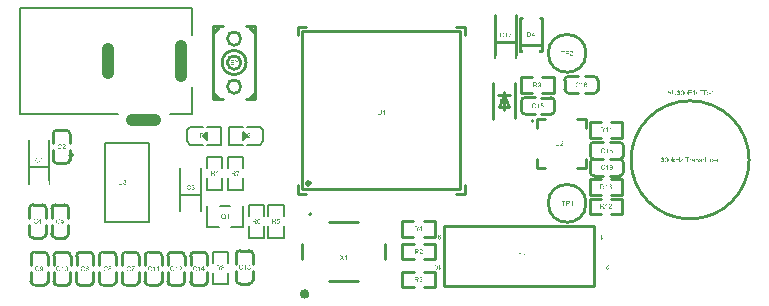
<source format=gto>
G04*
G04 #@! TF.GenerationSoftware,Altium Limited,Altium Designer,21.0.8 (223)*
G04*
G04 Layer_Color=65535*
%FSLAX24Y24*%
%MOIN*%
G70*
G04*
G04 #@! TF.SameCoordinates,11726A0C-8756-45C8-9DEF-AB95AD2673E8*
G04*
G04*
G04 #@! TF.FilePolarity,Positive*
G04*
G01*
G75*
%ADD10C,0.0100*%
%ADD11C,0.0079*%
%ADD12C,0.0118*%
%ADD13C,0.0059*%
%ADD14C,0.0157*%
%ADD15C,0.0098*%
%ADD16C,0.0060*%
%ADD17C,0.0394*%
G36*
X675Y4506D02*
X735D01*
Y4326D01*
X675D01*
Y4506D01*
D02*
G37*
G36*
X1425D02*
X1365D01*
Y4326D01*
X1425D01*
Y4506D01*
D02*
G37*
G36*
X5725Y3599D02*
X5785D01*
Y3419D01*
X5725D01*
Y3599D01*
D02*
G37*
G36*
X6475D02*
X6415D01*
Y3419D01*
X6475D01*
Y3599D01*
D02*
G37*
G36*
X16225Y8684D02*
X16285D01*
Y8504D01*
X16225D01*
Y8684D01*
D02*
G37*
G36*
X16975D02*
X16915D01*
Y8504D01*
X16975D01*
Y8684D01*
D02*
G37*
G36*
X17055Y8821D02*
X17181D01*
Y8701D01*
X17055D01*
Y8821D01*
D02*
G37*
G36*
X17845D02*
X17719D01*
Y8701D01*
X17845D01*
Y8821D01*
D02*
G37*
G36*
X22810Y7462D02*
Y7444D01*
X22716D01*
Y7395D01*
X22804D01*
Y7376D01*
X22716D01*
Y7322D01*
X22814D01*
Y7303D01*
X22695D01*
Y7462D01*
X22810D01*
D02*
G37*
G36*
X23206D02*
Y7444D01*
X23153D01*
Y7303D01*
X23132D01*
Y7444D01*
X23079D01*
Y7462D01*
X23206D01*
D02*
G37*
G36*
X22367Y7463D02*
X22368Y7463D01*
X22369Y7463D01*
X22372Y7462D01*
X22376Y7462D01*
X22380Y7461D01*
X22384Y7459D01*
X22388Y7457D01*
X22389D01*
X22389Y7457D01*
X22389Y7457D01*
X22390Y7456D01*
X22392Y7455D01*
X22395Y7453D01*
X22397Y7451D01*
X22400Y7448D01*
X22403Y7445D01*
X22405Y7442D01*
Y7442D01*
X22406Y7442D01*
X22406Y7441D01*
X22406Y7440D01*
X22407Y7439D01*
X22407Y7438D01*
X22408Y7436D01*
X22409Y7433D01*
X22410Y7429D01*
X22411Y7425D01*
X22411Y7421D01*
Y7421D01*
Y7421D01*
Y7420D01*
Y7420D01*
X22411Y7418D01*
X22411Y7415D01*
X22410Y7412D01*
X22409Y7409D01*
X22407Y7406D01*
X22406Y7403D01*
Y7402D01*
X22405Y7402D01*
X22404Y7401D01*
X22403Y7400D01*
X22401Y7398D01*
X22399Y7395D01*
X22396Y7393D01*
X22393Y7391D01*
X22389Y7389D01*
X22389D01*
X22390Y7389D01*
X22390Y7389D01*
X22392Y7388D01*
X22393Y7388D01*
X22394Y7388D01*
X22397Y7386D01*
X22401Y7384D01*
X22404Y7382D01*
X22408Y7379D01*
X22411Y7375D01*
X22411Y7375D01*
X22411Y7375D01*
X22412Y7374D01*
X22412Y7374D01*
X22413Y7373D01*
X22414Y7371D01*
X22414Y7370D01*
X22415Y7368D01*
X22416Y7367D01*
X22416Y7365D01*
X22418Y7360D01*
X22419Y7355D01*
X22419Y7353D01*
Y7350D01*
Y7350D01*
Y7349D01*
X22419Y7348D01*
Y7346D01*
X22418Y7344D01*
X22418Y7342D01*
X22418Y7340D01*
X22417Y7338D01*
X22416Y7335D01*
X22415Y7332D01*
X22414Y7329D01*
X22412Y7326D01*
X22411Y7323D01*
X22409Y7320D01*
X22406Y7317D01*
X22404Y7314D01*
X22403Y7314D01*
X22403Y7314D01*
X22402Y7313D01*
X22401Y7312D01*
X22399Y7311D01*
X22398Y7310D01*
X22395Y7308D01*
X22393Y7307D01*
X22390Y7306D01*
X22388Y7304D01*
X22384Y7303D01*
X22381Y7302D01*
X22377Y7301D01*
X22374Y7301D01*
X22370Y7300D01*
X22365Y7300D01*
X22364D01*
X22363Y7300D01*
X22362D01*
X22360Y7300D01*
X22358Y7301D01*
X22356Y7301D01*
X22353Y7302D01*
X22350Y7302D01*
X22347Y7303D01*
X22344Y7304D01*
X22341Y7305D01*
X22339Y7307D01*
X22336Y7308D01*
X22333Y7310D01*
X22330Y7312D01*
X22330Y7313D01*
X22330Y7313D01*
X22329Y7314D01*
X22328Y7315D01*
X22327Y7316D01*
X22326Y7317D01*
X22325Y7319D01*
X22323Y7321D01*
X22322Y7323D01*
X22320Y7326D01*
X22319Y7329D01*
X22318Y7331D01*
X22317Y7335D01*
X22316Y7338D01*
X22315Y7341D01*
X22315Y7345D01*
X22334Y7348D01*
Y7347D01*
X22334Y7347D01*
X22334Y7346D01*
X22335Y7345D01*
X22335Y7343D01*
X22335Y7342D01*
X22337Y7338D01*
X22338Y7334D01*
X22340Y7330D01*
X22343Y7327D01*
X22344Y7325D01*
X22345Y7324D01*
X22345D01*
X22346Y7323D01*
X22346Y7323D01*
X22347Y7322D01*
X22348Y7321D01*
X22351Y7320D01*
X22354Y7319D01*
X22357Y7317D01*
X22361Y7317D01*
X22365Y7316D01*
X22367D01*
X22368Y7316D01*
X22369Y7317D01*
X22370Y7317D01*
X22373Y7317D01*
X22377Y7319D01*
X22381Y7320D01*
X22383Y7321D01*
X22385Y7323D01*
X22387Y7324D01*
X22389Y7326D01*
X22389Y7326D01*
X22389Y7326D01*
X22390Y7327D01*
X22390Y7328D01*
X22391Y7328D01*
X22392Y7330D01*
X22393Y7331D01*
X22394Y7332D01*
X22395Y7336D01*
X22397Y7340D01*
X22398Y7344D01*
X22398Y7347D01*
X22398Y7349D01*
Y7350D01*
Y7350D01*
Y7351D01*
X22398Y7352D01*
X22398Y7353D01*
X22398Y7354D01*
X22397Y7357D01*
X22396Y7361D01*
X22394Y7365D01*
X22393Y7366D01*
X22392Y7368D01*
X22391Y7370D01*
X22389Y7372D01*
X22389Y7372D01*
X22389Y7372D01*
X22388Y7372D01*
X22388Y7373D01*
X22387Y7374D01*
X22386Y7374D01*
X22383Y7376D01*
X22380Y7378D01*
X22376Y7379D01*
X22372Y7380D01*
X22369Y7380D01*
X22367Y7380D01*
X22366D01*
X22365Y7380D01*
X22363D01*
X22361Y7380D01*
X22359Y7380D01*
X22356Y7379D01*
X22353Y7378D01*
X22355Y7395D01*
X22356D01*
X22356Y7395D01*
X22357Y7395D01*
X22360D01*
X22361Y7395D01*
X22362D01*
X22363Y7395D01*
X22366Y7396D01*
X22369Y7397D01*
X22373Y7398D01*
X22377Y7399D01*
X22381Y7402D01*
X22381D01*
X22381Y7402D01*
X22382Y7402D01*
X22383Y7403D01*
X22384Y7404D01*
X22386Y7407D01*
X22388Y7410D01*
X22390Y7413D01*
X22390Y7415D01*
X22391Y7417D01*
X22391Y7419D01*
X22391Y7422D01*
Y7422D01*
Y7422D01*
Y7423D01*
X22391Y7424D01*
X22391Y7426D01*
X22390Y7428D01*
X22389Y7431D01*
X22388Y7434D01*
X22386Y7437D01*
X22385Y7438D01*
X22384Y7440D01*
X22383Y7440D01*
X22382Y7441D01*
X22381Y7442D01*
X22379Y7443D01*
X22376Y7445D01*
X22373Y7446D01*
X22369Y7447D01*
X22365Y7447D01*
X22364D01*
X22363Y7447D01*
X22362D01*
X22361Y7447D01*
X22358Y7446D01*
X22355Y7445D01*
X22352Y7444D01*
X22349Y7442D01*
X22346Y7440D01*
X22345Y7439D01*
X22344Y7438D01*
X22343Y7437D01*
X22342Y7434D01*
X22340Y7431D01*
X22338Y7427D01*
X22337Y7423D01*
X22336Y7418D01*
X22316Y7422D01*
Y7422D01*
X22317Y7422D01*
X22317Y7424D01*
X22317Y7425D01*
X22318Y7426D01*
X22318Y7428D01*
X22319Y7430D01*
X22320Y7433D01*
X22322Y7438D01*
X22323Y7440D01*
X22325Y7443D01*
X22326Y7445D01*
X22328Y7448D01*
X22330Y7450D01*
X22333Y7452D01*
X22333Y7452D01*
X22333Y7453D01*
X22334Y7453D01*
X22335Y7454D01*
X22336Y7455D01*
X22338Y7456D01*
X22339Y7457D01*
X22341Y7458D01*
X22344Y7458D01*
X22346Y7460D01*
X22349Y7460D01*
X22351Y7461D01*
X22354Y7462D01*
X22358Y7462D01*
X22361Y7463D01*
X22364Y7463D01*
X22367D01*
D02*
G37*
G36*
X23439Y7370D02*
Y7351D01*
X23378D01*
Y7370D01*
X23439D01*
D02*
G37*
G36*
X22022Y7462D02*
X22106Y7337D01*
Y7462D01*
X22126D01*
Y7303D01*
X22104D01*
X22020Y7428D01*
Y7303D01*
X22000D01*
Y7462D01*
X22022D01*
D02*
G37*
G36*
X22909Y7463D02*
Y7303D01*
X22890D01*
Y7427D01*
X22889Y7427D01*
X22888Y7426D01*
X22887Y7425D01*
X22885Y7423D01*
X22882Y7421D01*
X22879Y7419D01*
X22875Y7417D01*
X22871Y7414D01*
X22871D01*
X22870Y7414D01*
X22870Y7413D01*
X22869Y7413D01*
X22868Y7412D01*
X22867Y7412D01*
X22864Y7410D01*
X22861Y7409D01*
X22857Y7407D01*
X22854Y7405D01*
X22850Y7404D01*
Y7423D01*
X22850Y7423D01*
X22851Y7423D01*
X22852Y7424D01*
X22853Y7424D01*
X22854Y7425D01*
X22856Y7426D01*
X22858Y7427D01*
X22860Y7428D01*
X22864Y7431D01*
X22869Y7434D01*
X22874Y7438D01*
X22879Y7442D01*
X22879Y7442D01*
X22880Y7442D01*
X22880Y7443D01*
X22881Y7443D01*
X22882Y7444D01*
X22883Y7445D01*
X22886Y7448D01*
X22889Y7452D01*
X22892Y7455D01*
X22894Y7459D01*
X22896Y7463D01*
X22909D01*
D02*
G37*
G36*
X23302Y7462D02*
X23304Y7462D01*
X23306D01*
X23308Y7462D01*
X23311Y7462D01*
X23316Y7461D01*
X23321Y7461D01*
X23326Y7460D01*
X23329Y7459D01*
X23331Y7458D01*
X23331D01*
X23331Y7458D01*
X23332Y7458D01*
X23333Y7457D01*
X23335Y7456D01*
X23337Y7455D01*
X23340Y7453D01*
X23343Y7450D01*
X23346Y7447D01*
X23349Y7443D01*
Y7443D01*
X23349Y7442D01*
X23349Y7442D01*
X23350Y7441D01*
X23350Y7440D01*
X23351Y7439D01*
X23351Y7437D01*
X23352Y7436D01*
X23353Y7432D01*
X23354Y7428D01*
X23355Y7424D01*
X23355Y7419D01*
Y7419D01*
Y7418D01*
Y7417D01*
X23355Y7416D01*
X23355Y7415D01*
X23355Y7413D01*
X23355Y7411D01*
X23354Y7409D01*
X23353Y7404D01*
X23352Y7402D01*
X23351Y7399D01*
X23350Y7397D01*
X23348Y7395D01*
X23346Y7392D01*
X23344Y7390D01*
X23344Y7390D01*
X23344Y7390D01*
X23343Y7389D01*
X23342Y7388D01*
X23341Y7387D01*
X23340Y7386D01*
X23338Y7385D01*
X23336Y7384D01*
X23334Y7383D01*
X23331Y7381D01*
X23328Y7380D01*
X23325Y7379D01*
X23322Y7378D01*
X23318Y7377D01*
X23314Y7376D01*
X23310Y7375D01*
X23310D01*
X23311Y7375D01*
X23312Y7375D01*
X23313Y7374D01*
X23315Y7373D01*
X23317Y7372D01*
X23319Y7370D01*
X23321Y7369D01*
X23323Y7367D01*
X23323Y7367D01*
X23323Y7367D01*
X23324Y7367D01*
X23325Y7366D01*
X23326Y7365D01*
X23327Y7364D01*
X23329Y7362D01*
X23331Y7358D01*
X23334Y7355D01*
X23337Y7351D01*
X23341Y7346D01*
X23368Y7303D01*
X23342D01*
X23321Y7336D01*
X23321Y7336D01*
X23320Y7337D01*
X23320Y7337D01*
X23319Y7338D01*
X23318Y7340D01*
X23317Y7341D01*
X23315Y7344D01*
X23313Y7348D01*
X23310Y7351D01*
X23308Y7355D01*
X23305Y7358D01*
Y7358D01*
X23305Y7358D01*
X23304Y7359D01*
X23303Y7361D01*
X23302Y7362D01*
X23300Y7364D01*
X23298Y7366D01*
X23296Y7367D01*
X23295Y7369D01*
X23295Y7369D01*
X23294Y7369D01*
X23293Y7370D01*
X23292Y7370D01*
X23290Y7371D01*
X23289Y7372D01*
X23287Y7372D01*
X23285Y7373D01*
X23285D01*
X23284Y7373D01*
X23283Y7373D01*
X23282Y7373D01*
X23281D01*
X23278Y7374D01*
X23276Y7374D01*
X23249D01*
Y7303D01*
X23228D01*
Y7462D01*
X23302D01*
D02*
G37*
G36*
X23529Y7463D02*
Y7303D01*
X23509D01*
Y7427D01*
X23509Y7427D01*
X23508Y7426D01*
X23506Y7425D01*
X23504Y7423D01*
X23501Y7421D01*
X23498Y7419D01*
X23495Y7417D01*
X23490Y7414D01*
X23490D01*
X23490Y7414D01*
X23489Y7413D01*
X23488Y7413D01*
X23487Y7412D01*
X23486Y7412D01*
X23483Y7410D01*
X23480Y7409D01*
X23477Y7407D01*
X23473Y7405D01*
X23470Y7404D01*
Y7423D01*
X23470Y7423D01*
X23470Y7423D01*
X23471Y7424D01*
X23473Y7424D01*
X23474Y7425D01*
X23476Y7426D01*
X23478Y7427D01*
X23479Y7428D01*
X23484Y7431D01*
X23489Y7434D01*
X23494Y7438D01*
X23499Y7442D01*
X23499Y7442D01*
X23499Y7442D01*
X23500Y7443D01*
X23501Y7443D01*
X23501Y7444D01*
X23503Y7445D01*
X23505Y7448D01*
X23508Y7452D01*
X23511Y7455D01*
X23514Y7459D01*
X23516Y7463D01*
X23529D01*
D02*
G37*
G36*
X22183Y7462D02*
Y7370D01*
Y7370D01*
Y7369D01*
Y7368D01*
Y7367D01*
X22183Y7365D01*
Y7363D01*
X22183Y7361D01*
X22183Y7359D01*
X22184Y7354D01*
X22184Y7349D01*
X22185Y7344D01*
X22186Y7342D01*
X22186Y7340D01*
Y7339D01*
X22187Y7339D01*
X22187Y7339D01*
X22187Y7338D01*
X22188Y7336D01*
X22190Y7334D01*
X22191Y7331D01*
X22194Y7329D01*
X22196Y7327D01*
X22200Y7324D01*
X22200D01*
X22200Y7324D01*
X22201Y7324D01*
X22201Y7324D01*
X22202Y7323D01*
X22203Y7323D01*
X22205Y7322D01*
X22206Y7322D01*
X22209Y7321D01*
X22213Y7320D01*
X22218Y7319D01*
X22223Y7319D01*
X22225D01*
X22227Y7319D01*
X22229Y7320D01*
X22231Y7320D01*
X22233Y7320D01*
X22236Y7321D01*
X22241Y7322D01*
X22244Y7323D01*
X22247Y7324D01*
X22249Y7325D01*
X22252Y7326D01*
X22254Y7328D01*
X22256Y7330D01*
X22256Y7330D01*
X22257Y7330D01*
X22257Y7331D01*
X22258Y7332D01*
X22258Y7333D01*
X22259Y7335D01*
X22260Y7337D01*
X22261Y7339D01*
X22262Y7341D01*
X22263Y7344D01*
X22264Y7348D01*
X22265Y7351D01*
X22265Y7355D01*
X22266Y7360D01*
X22266Y7365D01*
X22266Y7370D01*
Y7462D01*
X22287D01*
Y7370D01*
Y7370D01*
Y7369D01*
Y7368D01*
Y7366D01*
X22287Y7364D01*
X22287Y7362D01*
X22287Y7359D01*
X22286Y7356D01*
X22286Y7350D01*
X22285Y7344D01*
X22284Y7338D01*
X22283Y7335D01*
X22282Y7332D01*
Y7332D01*
X22281Y7331D01*
X22281Y7331D01*
X22281Y7330D01*
X22280Y7328D01*
X22279Y7327D01*
X22277Y7324D01*
X22276Y7322D01*
X22275Y7320D01*
X22273Y7318D01*
X22271Y7316D01*
X22269Y7314D01*
X22267Y7312D01*
X22265Y7311D01*
X22262Y7309D01*
X22262Y7309D01*
X22261Y7309D01*
X22261Y7308D01*
X22259Y7308D01*
X22258Y7307D01*
X22256Y7306D01*
X22254Y7305D01*
X22252Y7305D01*
X22249Y7304D01*
X22247Y7303D01*
X22244Y7302D01*
X22240Y7302D01*
X22237Y7301D01*
X22233Y7301D01*
X22229Y7300D01*
X22225Y7300D01*
X22222D01*
X22221Y7300D01*
X22219D01*
X22217Y7301D01*
X22214Y7301D01*
X22212Y7301D01*
X22206Y7302D01*
X22200Y7303D01*
X22194Y7305D01*
X22191Y7306D01*
X22188Y7308D01*
X22188Y7308D01*
X22187Y7308D01*
X22186Y7309D01*
X22186Y7309D01*
X22184Y7310D01*
X22183Y7311D01*
X22182Y7312D01*
X22180Y7313D01*
X22177Y7317D01*
X22173Y7320D01*
X22170Y7325D01*
X22169Y7328D01*
X22168Y7330D01*
Y7330D01*
X22167Y7331D01*
X22167Y7332D01*
X22167Y7333D01*
X22166Y7334D01*
X22166Y7336D01*
X22165Y7338D01*
X22165Y7341D01*
X22164Y7343D01*
X22163Y7346D01*
X22163Y7350D01*
X22163Y7353D01*
X22162Y7357D01*
X22162Y7361D01*
X22162Y7366D01*
Y7370D01*
Y7462D01*
X22183D01*
D02*
G37*
G36*
X22493Y7463D02*
X22494Y7463D01*
X22495Y7463D01*
X22498Y7462D01*
X22502Y7462D01*
X22505Y7461D01*
X22509Y7460D01*
X22513Y7458D01*
X22513D01*
X22513Y7458D01*
X22514Y7457D01*
X22515Y7457D01*
X22516Y7456D01*
X22519Y7454D01*
X22521Y7452D01*
X22524Y7449D01*
X22527Y7446D01*
X22529Y7443D01*
Y7443D01*
X22529Y7442D01*
X22530Y7442D01*
X22530Y7441D01*
X22531Y7440D01*
X22531Y7439D01*
X22532Y7438D01*
X22533Y7436D01*
X22534Y7433D01*
X22536Y7429D01*
X22538Y7424D01*
X22539Y7419D01*
Y7419D01*
X22539Y7418D01*
X22539Y7418D01*
X22539Y7416D01*
X22540Y7415D01*
X22540Y7413D01*
X22540Y7411D01*
X22541Y7409D01*
X22541Y7407D01*
X22541Y7404D01*
X22542Y7401D01*
X22542Y7397D01*
X22542Y7394D01*
X22542Y7390D01*
X22543Y7386D01*
Y7381D01*
Y7381D01*
Y7380D01*
Y7379D01*
Y7377D01*
X22542Y7374D01*
X22542Y7372D01*
X22542Y7369D01*
X22542Y7365D01*
X22541Y7362D01*
X22541Y7358D01*
X22540Y7351D01*
X22539Y7343D01*
X22538Y7339D01*
X22537Y7336D01*
Y7336D01*
X22536Y7335D01*
X22536Y7334D01*
X22536Y7333D01*
X22535Y7332D01*
X22534Y7330D01*
X22533Y7328D01*
X22532Y7326D01*
X22530Y7322D01*
X22527Y7318D01*
X22524Y7313D01*
X22521Y7311D01*
X22519Y7310D01*
X22519Y7309D01*
X22519Y7309D01*
X22518Y7309D01*
X22517Y7308D01*
X22516Y7307D01*
X22515Y7307D01*
X22513Y7306D01*
X22511Y7305D01*
X22509Y7304D01*
X22507Y7303D01*
X22505Y7302D01*
X22502Y7302D01*
X22500Y7301D01*
X22497Y7301D01*
X22494Y7300D01*
X22490Y7300D01*
X22489D01*
X22488Y7300D01*
X22487Y7301D01*
X22485Y7301D01*
X22483Y7301D01*
X22480Y7302D01*
X22477Y7302D01*
X22475Y7303D01*
X22472Y7304D01*
X22468Y7306D01*
X22466Y7307D01*
X22463Y7309D01*
X22460Y7311D01*
X22457Y7314D01*
X22454Y7317D01*
X22454Y7317D01*
X22454Y7317D01*
X22453Y7319D01*
X22452Y7320D01*
X22451Y7323D01*
X22449Y7325D01*
X22448Y7329D01*
X22447Y7332D01*
X22445Y7337D01*
X22444Y7341D01*
X22442Y7347D01*
X22441Y7352D01*
X22440Y7359D01*
X22439Y7366D01*
X22439Y7373D01*
X22439Y7381D01*
Y7382D01*
Y7383D01*
Y7384D01*
X22439Y7386D01*
Y7389D01*
X22439Y7391D01*
X22439Y7394D01*
X22439Y7398D01*
X22440Y7401D01*
X22440Y7405D01*
X22441Y7413D01*
X22442Y7420D01*
X22443Y7424D01*
X22444Y7427D01*
Y7427D01*
X22445Y7428D01*
X22445Y7429D01*
X22445Y7430D01*
X22446Y7431D01*
X22447Y7433D01*
X22448Y7435D01*
X22449Y7437D01*
X22451Y7441D01*
X22454Y7445D01*
X22458Y7450D01*
X22459Y7452D01*
X22462Y7454D01*
X22462Y7454D01*
X22462Y7454D01*
X22463Y7454D01*
X22464Y7455D01*
X22465Y7456D01*
X22466Y7457D01*
X22468Y7457D01*
X22470Y7458D01*
X22471Y7459D01*
X22474Y7460D01*
X22476Y7461D01*
X22479Y7462D01*
X22481Y7462D01*
X22484Y7463D01*
X22487Y7463D01*
X22490Y7463D01*
X22493D01*
D02*
G37*
G36*
X22617D02*
X22618Y7463D01*
X22619Y7463D01*
X22622Y7462D01*
X22626Y7462D01*
X22629Y7461D01*
X22633Y7460D01*
X22637Y7458D01*
X22637D01*
X22638Y7458D01*
X22638Y7457D01*
X22639Y7457D01*
X22640Y7456D01*
X22643Y7454D01*
X22645Y7452D01*
X22648Y7449D01*
X22651Y7446D01*
X22653Y7443D01*
Y7443D01*
X22653Y7442D01*
X22654Y7442D01*
X22654Y7441D01*
X22655Y7440D01*
X22655Y7439D01*
X22656Y7438D01*
X22657Y7436D01*
X22658Y7433D01*
X22660Y7429D01*
X22662Y7424D01*
X22663Y7419D01*
Y7419D01*
X22663Y7418D01*
X22663Y7418D01*
X22663Y7416D01*
X22664Y7415D01*
X22664Y7413D01*
X22664Y7411D01*
X22665Y7409D01*
X22665Y7407D01*
X22665Y7404D01*
X22666Y7401D01*
X22666Y7397D01*
X22666Y7394D01*
X22666Y7390D01*
X22667Y7386D01*
Y7381D01*
Y7381D01*
Y7380D01*
Y7379D01*
Y7377D01*
X22666Y7374D01*
X22666Y7372D01*
X22666Y7369D01*
X22666Y7365D01*
X22666Y7362D01*
X22665Y7358D01*
X22664Y7351D01*
X22663Y7343D01*
X22662Y7339D01*
X22661Y7336D01*
Y7336D01*
X22660Y7335D01*
X22660Y7334D01*
X22660Y7333D01*
X22659Y7332D01*
X22658Y7330D01*
X22657Y7328D01*
X22656Y7326D01*
X22654Y7322D01*
X22651Y7318D01*
X22648Y7313D01*
X22645Y7311D01*
X22643Y7310D01*
X22643Y7309D01*
X22643Y7309D01*
X22642Y7309D01*
X22641Y7308D01*
X22640Y7307D01*
X22639Y7307D01*
X22637Y7306D01*
X22635Y7305D01*
X22634Y7304D01*
X22631Y7303D01*
X22629Y7302D01*
X22626Y7302D01*
X22624Y7301D01*
X22621Y7301D01*
X22618Y7300D01*
X22615Y7300D01*
X22613D01*
X22612Y7300D01*
X22611Y7301D01*
X22609Y7301D01*
X22607Y7301D01*
X22604Y7302D01*
X22601Y7302D01*
X22599Y7303D01*
X22596Y7304D01*
X22593Y7306D01*
X22590Y7307D01*
X22587Y7309D01*
X22584Y7311D01*
X22581Y7314D01*
X22578Y7317D01*
X22578Y7317D01*
X22578Y7317D01*
X22577Y7319D01*
X22576Y7320D01*
X22575Y7323D01*
X22573Y7325D01*
X22572Y7329D01*
X22571Y7332D01*
X22569Y7337D01*
X22568Y7341D01*
X22566Y7347D01*
X22565Y7352D01*
X22564Y7359D01*
X22563Y7366D01*
X22563Y7373D01*
X22563Y7381D01*
Y7382D01*
Y7383D01*
Y7384D01*
X22563Y7386D01*
Y7389D01*
X22563Y7391D01*
X22563Y7394D01*
X22563Y7398D01*
X22564Y7401D01*
X22564Y7405D01*
X22565Y7413D01*
X22566Y7420D01*
X22567Y7424D01*
X22568Y7427D01*
Y7427D01*
X22569Y7428D01*
X22569Y7429D01*
X22569Y7430D01*
X22570Y7431D01*
X22571Y7433D01*
X22572Y7435D01*
X22573Y7437D01*
X22575Y7441D01*
X22578Y7445D01*
X22582Y7450D01*
X22584Y7452D01*
X22586Y7454D01*
X22586Y7454D01*
X22586Y7454D01*
X22587Y7454D01*
X22588Y7455D01*
X22589Y7456D01*
X22590Y7457D01*
X22592Y7457D01*
X22594Y7458D01*
X22595Y7459D01*
X22598Y7460D01*
X22600Y7461D01*
X22603Y7462D01*
X22605Y7462D01*
X22608Y7463D01*
X22611Y7463D01*
X22615Y7463D01*
X22617D01*
D02*
G37*
G36*
X23013D02*
X23015Y7463D01*
X23016Y7463D01*
X23019Y7462D01*
X23022Y7462D01*
X23026Y7461D01*
X23030Y7460D01*
X23034Y7458D01*
X23034D01*
X23034Y7458D01*
X23035Y7457D01*
X23036Y7457D01*
X23037Y7456D01*
X23040Y7454D01*
X23042Y7452D01*
X23045Y7449D01*
X23048Y7446D01*
X23050Y7443D01*
Y7443D01*
X23050Y7442D01*
X23050Y7442D01*
X23051Y7441D01*
X23051Y7440D01*
X23052Y7439D01*
X23053Y7438D01*
X23054Y7436D01*
X23055Y7433D01*
X23057Y7429D01*
X23058Y7424D01*
X23060Y7419D01*
Y7419D01*
X23060Y7418D01*
X23060Y7418D01*
X23060Y7416D01*
X23061Y7415D01*
X23061Y7413D01*
X23061Y7411D01*
X23062Y7409D01*
X23062Y7407D01*
X23062Y7404D01*
X23063Y7401D01*
X23063Y7397D01*
X23063Y7394D01*
X23063Y7390D01*
X23063Y7386D01*
Y7381D01*
Y7381D01*
Y7380D01*
Y7379D01*
Y7377D01*
X23063Y7374D01*
X23063Y7372D01*
X23063Y7369D01*
X23063Y7365D01*
X23062Y7362D01*
X23062Y7358D01*
X23061Y7351D01*
X23059Y7343D01*
X23059Y7339D01*
X23058Y7336D01*
Y7336D01*
X23057Y7335D01*
X23057Y7334D01*
X23057Y7333D01*
X23056Y7332D01*
X23055Y7330D01*
X23054Y7328D01*
X23053Y7326D01*
X23051Y7322D01*
X23048Y7318D01*
X23044Y7313D01*
X23042Y7311D01*
X23040Y7310D01*
X23040Y7309D01*
X23040Y7309D01*
X23039Y7309D01*
X23038Y7308D01*
X23037Y7307D01*
X23036Y7307D01*
X23034Y7306D01*
X23032Y7305D01*
X23030Y7304D01*
X23028Y7303D01*
X23026Y7302D01*
X23023Y7302D01*
X23021Y7301D01*
X23018Y7301D01*
X23015Y7300D01*
X23011Y7300D01*
X23010D01*
X23009Y7300D01*
X23008Y7301D01*
X23006Y7301D01*
X23003Y7301D01*
X23001Y7302D01*
X22998Y7302D01*
X22995Y7303D01*
X22992Y7304D01*
X22989Y7306D01*
X22986Y7307D01*
X22984Y7309D01*
X22981Y7311D01*
X22978Y7314D01*
X22975Y7317D01*
X22975Y7317D01*
X22975Y7317D01*
X22974Y7319D01*
X22973Y7320D01*
X22972Y7323D01*
X22970Y7325D01*
X22969Y7329D01*
X22967Y7332D01*
X22966Y7337D01*
X22964Y7341D01*
X22963Y7347D01*
X22962Y7352D01*
X22961Y7359D01*
X22960Y7366D01*
X22960Y7373D01*
X22959Y7381D01*
Y7382D01*
Y7383D01*
Y7384D01*
X22960Y7386D01*
Y7389D01*
X22960Y7391D01*
X22960Y7394D01*
X22960Y7398D01*
X22961Y7401D01*
X22961Y7405D01*
X22962Y7413D01*
X22963Y7420D01*
X22964Y7424D01*
X22965Y7427D01*
Y7427D01*
X22966Y7428D01*
X22966Y7429D01*
X22966Y7430D01*
X22967Y7431D01*
X22968Y7433D01*
X22968Y7435D01*
X22969Y7437D01*
X22972Y7441D01*
X22975Y7445D01*
X22978Y7450D01*
X22980Y7452D01*
X22982Y7454D01*
X22983Y7454D01*
X22983Y7454D01*
X22984Y7454D01*
X22985Y7455D01*
X22986Y7456D01*
X22987Y7457D01*
X22989Y7457D01*
X22990Y7458D01*
X22992Y7459D01*
X22995Y7460D01*
X22997Y7461D01*
X22999Y7462D01*
X23002Y7462D01*
X23005Y7463D01*
X23008Y7463D01*
X23011Y7463D01*
X23013D01*
D02*
G37*
G36*
X20050Y1650D02*
Y1649D01*
Y1647D01*
X20050Y1646D01*
X20049Y1644D01*
X20049Y1641D01*
X20048Y1639D01*
X20048Y1637D01*
Y1636D01*
X20047Y1636D01*
X20047Y1635D01*
X20047Y1635D01*
X20046Y1634D01*
X20046Y1633D01*
X20044Y1630D01*
X20043Y1626D01*
X20040Y1623D01*
X20038Y1619D01*
X20035Y1615D01*
X20035Y1615D01*
X20034Y1615D01*
X20034Y1614D01*
X20033Y1613D01*
X20032Y1612D01*
X20031Y1611D01*
X20030Y1610D01*
X20028Y1608D01*
X20026Y1607D01*
X20025Y1605D01*
X20022Y1603D01*
X20020Y1601D01*
X20018Y1598D01*
X20015Y1596D01*
X20012Y1594D01*
X20009Y1591D01*
X20009Y1591D01*
X20008Y1590D01*
X20007Y1589D01*
X20005Y1588D01*
X20003Y1586D01*
X20000Y1584D01*
X19998Y1581D01*
X19995Y1579D01*
X19989Y1574D01*
X19983Y1568D01*
X19980Y1565D01*
X19978Y1562D01*
X19976Y1560D01*
X19974Y1557D01*
X19974Y1557D01*
X19973Y1557D01*
X19973Y1556D01*
X19972Y1555D01*
X19971Y1554D01*
X19971Y1553D01*
X19969Y1550D01*
X19967Y1546D01*
X19966Y1542D01*
X19965Y1538D01*
X19965Y1536D01*
X19964Y1534D01*
Y1534D01*
Y1533D01*
Y1533D01*
X19965Y1532D01*
Y1531D01*
X19965Y1530D01*
X19965Y1527D01*
X19966Y1524D01*
X19968Y1521D01*
X19969Y1519D01*
X19970Y1517D01*
X19971Y1516D01*
X19973Y1514D01*
X19973Y1514D01*
X19973Y1514D01*
X19974Y1514D01*
X19974Y1513D01*
X19975Y1512D01*
X19976Y1512D01*
X19979Y1510D01*
X19982Y1509D01*
X19986Y1507D01*
X19990Y1506D01*
X19992Y1506D01*
X19996D01*
X19997Y1506D01*
X19998D01*
X20000Y1507D01*
X20003Y1507D01*
X20007Y1508D01*
X20010Y1510D01*
X20012Y1511D01*
X20014Y1512D01*
X20016Y1513D01*
X20018Y1515D01*
X20018Y1515D01*
X20018Y1515D01*
X20018Y1516D01*
X20019Y1516D01*
X20020Y1517D01*
X20020Y1518D01*
X20021Y1519D01*
X20022Y1521D01*
X20023Y1522D01*
X20023Y1524D01*
X20025Y1528D01*
X20026Y1533D01*
X20026Y1535D01*
X20026Y1538D01*
X20046Y1536D01*
Y1536D01*
X20046Y1535D01*
X20046Y1534D01*
X20046Y1532D01*
X20045Y1530D01*
X20045Y1528D01*
X20044Y1526D01*
X20043Y1523D01*
X20043Y1521D01*
X20042Y1518D01*
X20040Y1515D01*
X20039Y1512D01*
X20037Y1509D01*
X20035Y1507D01*
X20033Y1504D01*
X20031Y1502D01*
X20030Y1502D01*
X20030Y1501D01*
X20029Y1501D01*
X20028Y1500D01*
X20027Y1499D01*
X20025Y1498D01*
X20023Y1497D01*
X20021Y1496D01*
X20019Y1495D01*
X20016Y1494D01*
X20013Y1493D01*
X20010Y1492D01*
X20006Y1491D01*
X20002Y1490D01*
X19998Y1490D01*
X19994Y1490D01*
X19992D01*
X19990Y1490D01*
X19989Y1490D01*
X19986Y1490D01*
X19984Y1491D01*
X19981Y1491D01*
X19978Y1492D01*
X19975Y1493D01*
X19972Y1494D01*
X19969Y1495D01*
X19966Y1497D01*
X19963Y1498D01*
X19960Y1500D01*
X19958Y1503D01*
X19958Y1503D01*
X19957Y1503D01*
X19957Y1504D01*
X19956Y1505D01*
X19955Y1506D01*
X19953Y1508D01*
X19952Y1509D01*
X19951Y1511D01*
X19950Y1514D01*
X19949Y1516D01*
X19947Y1519D01*
X19946Y1521D01*
X19946Y1524D01*
X19945Y1528D01*
X19944Y1531D01*
X19944Y1534D01*
Y1534D01*
Y1535D01*
Y1535D01*
Y1536D01*
X19944Y1538D01*
X19945Y1540D01*
X19945Y1543D01*
X19946Y1546D01*
X19947Y1550D01*
X19948Y1553D01*
Y1553D01*
X19948Y1553D01*
X19949Y1554D01*
X19949Y1555D01*
X19950Y1557D01*
X19951Y1559D01*
X19953Y1562D01*
X19956Y1565D01*
X19958Y1569D01*
X19961Y1573D01*
X19962Y1573D01*
X19962Y1573D01*
X19962Y1574D01*
X19963Y1574D01*
X19964Y1575D01*
X19965Y1577D01*
X19967Y1578D01*
X19969Y1580D01*
X19971Y1582D01*
X19973Y1584D01*
X19975Y1586D01*
X19978Y1589D01*
X19981Y1591D01*
X19984Y1594D01*
X19988Y1597D01*
X19992Y1601D01*
X19992Y1601D01*
X19992Y1601D01*
X19993Y1602D01*
X19994Y1603D01*
X19996Y1604D01*
X19998Y1606D01*
X20001Y1609D01*
X20005Y1612D01*
X20009Y1615D01*
X20010Y1617D01*
X20012Y1618D01*
X20013Y1620D01*
X20014Y1621D01*
X20015Y1621D01*
X20015Y1622D01*
X20016Y1623D01*
X20017Y1624D01*
X20019Y1626D01*
X20020Y1627D01*
X20023Y1631D01*
X19944D01*
Y1650D01*
X20050D01*
Y1650D01*
D02*
G37*
G36*
X19811Y2525D02*
X19811Y2526D01*
X19812Y2526D01*
X19813Y2528D01*
X19816Y2529D01*
X19818Y2531D01*
X19822Y2534D01*
X19825Y2536D01*
X19829Y2539D01*
X19830D01*
X19830Y2539D01*
X19830Y2539D01*
X19831Y2540D01*
X19832Y2540D01*
X19834Y2541D01*
X19836Y2543D01*
X19839Y2544D01*
X19843Y2546D01*
X19847Y2547D01*
X19850Y2549D01*
Y2530D01*
X19850Y2530D01*
X19849Y2530D01*
X19848Y2529D01*
X19847Y2529D01*
X19846Y2528D01*
X19844Y2527D01*
X19842Y2526D01*
X19840Y2525D01*
X19836Y2522D01*
X19831Y2519D01*
X19826Y2515D01*
X19821Y2511D01*
X19821Y2511D01*
X19821Y2511D01*
X19820Y2510D01*
X19819Y2509D01*
X19818Y2508D01*
X19817Y2507D01*
X19815Y2504D01*
X19812Y2501D01*
X19809Y2498D01*
X19806Y2494D01*
X19804Y2490D01*
X19791D01*
Y2650D01*
X19811D01*
Y2525D01*
D02*
G37*
G36*
X14406Y2652D02*
X14407Y2652D01*
X14409Y2652D01*
X14411Y2652D01*
X14413Y2651D01*
X14418Y2650D01*
X14421Y2649D01*
X14423Y2648D01*
X14426Y2647D01*
X14428Y2646D01*
X14431Y2644D01*
X14433Y2642D01*
X14433Y2642D01*
X14434Y2642D01*
X14434Y2641D01*
X14435Y2640D01*
X14436Y2639D01*
X14437Y2638D01*
X14438Y2636D01*
X14439Y2635D01*
X14440Y2633D01*
X14442Y2630D01*
X14443Y2628D01*
X14444Y2625D01*
X14445Y2623D01*
X14446Y2620D01*
X14447Y2616D01*
X14447Y2613D01*
X14428Y2611D01*
Y2612D01*
X14428Y2612D01*
Y2613D01*
X14428Y2614D01*
X14428Y2615D01*
X14427Y2616D01*
X14426Y2619D01*
X14425Y2622D01*
X14424Y2625D01*
X14421Y2628D01*
X14420Y2629D01*
X14419Y2631D01*
X14419Y2631D01*
X14418Y2631D01*
X14416Y2633D01*
X14415Y2634D01*
X14412Y2635D01*
X14409Y2636D01*
X14406Y2636D01*
X14402Y2637D01*
X14400D01*
X14399Y2636D01*
X14397Y2636D01*
X14394Y2635D01*
X14392Y2635D01*
X14389Y2634D01*
X14386Y2633D01*
X14386Y2632D01*
X14385Y2632D01*
X14384Y2631D01*
X14382Y2630D01*
X14380Y2628D01*
X14379Y2626D01*
X14377Y2624D01*
X14375Y2621D01*
X14375Y2621D01*
X14374Y2620D01*
X14373Y2619D01*
X14372Y2616D01*
X14371Y2614D01*
X14370Y2611D01*
X14369Y2607D01*
X14368Y2603D01*
Y2603D01*
X14367Y2602D01*
X14367Y2602D01*
X14367Y2601D01*
X14367Y2600D01*
X14367Y2598D01*
X14366Y2597D01*
X14366Y2595D01*
X14366Y2592D01*
X14365Y2588D01*
X14365Y2583D01*
X14365Y2579D01*
Y2579D01*
Y2578D01*
Y2577D01*
Y2575D01*
X14365Y2575D01*
X14365Y2576D01*
X14366Y2576D01*
X14367Y2578D01*
X14369Y2580D01*
X14371Y2583D01*
X14374Y2585D01*
X14377Y2588D01*
X14381Y2590D01*
X14381D01*
X14381Y2590D01*
X14382Y2591D01*
X14383Y2591D01*
X14384Y2592D01*
X14385Y2592D01*
X14387Y2593D01*
X14391Y2594D01*
X14394Y2595D01*
X14399Y2596D01*
X14403Y2596D01*
X14404D01*
X14405Y2596D01*
X14406D01*
X14408Y2595D01*
X14410Y2595D01*
X14412Y2595D01*
X14415Y2594D01*
X14417Y2593D01*
X14420Y2592D01*
X14422Y2591D01*
X14425Y2590D01*
X14428Y2588D01*
X14431Y2586D01*
X14434Y2584D01*
X14436Y2582D01*
X14437Y2581D01*
X14437Y2581D01*
X14438Y2580D01*
X14438Y2579D01*
X14439Y2578D01*
X14441Y2576D01*
X14442Y2574D01*
X14443Y2571D01*
X14444Y2569D01*
X14446Y2566D01*
X14447Y2563D01*
X14448Y2560D01*
X14449Y2556D01*
X14449Y2552D01*
X14450Y2548D01*
X14450Y2544D01*
Y2543D01*
Y2543D01*
X14450Y2541D01*
Y2540D01*
X14449Y2538D01*
X14449Y2535D01*
X14449Y2533D01*
X14448Y2530D01*
X14447Y2527D01*
X14447Y2524D01*
X14445Y2520D01*
X14444Y2517D01*
X14442Y2514D01*
X14440Y2511D01*
X14438Y2508D01*
X14436Y2505D01*
X14436Y2505D01*
X14435Y2504D01*
X14434Y2503D01*
X14433Y2502D01*
X14432Y2501D01*
X14430Y2500D01*
X14428Y2499D01*
X14426Y2497D01*
X14424Y2496D01*
X14421Y2494D01*
X14418Y2493D01*
X14415Y2492D01*
X14411Y2491D01*
X14408Y2491D01*
X14404Y2490D01*
X14400Y2490D01*
X14398D01*
X14397Y2490D01*
X14396D01*
X14394Y2490D01*
X14393Y2491D01*
X14391Y2491D01*
X14386Y2492D01*
X14381Y2493D01*
X14379Y2494D01*
X14376Y2496D01*
X14374Y2497D01*
X14372Y2498D01*
X14371Y2498D01*
X14371Y2499D01*
X14370Y2499D01*
X14370Y2500D01*
X14368Y2501D01*
X14367Y2502D01*
X14366Y2503D01*
X14364Y2504D01*
X14363Y2506D01*
X14361Y2508D01*
X14360Y2510D01*
X14358Y2512D01*
X14356Y2514D01*
X14355Y2517D01*
X14353Y2519D01*
X14352Y2522D01*
Y2522D01*
X14352Y2523D01*
X14351Y2524D01*
X14351Y2525D01*
X14350Y2527D01*
X14350Y2529D01*
X14349Y2531D01*
X14348Y2534D01*
X14348Y2537D01*
X14347Y2540D01*
X14347Y2544D01*
X14346Y2548D01*
X14346Y2552D01*
X14346Y2557D01*
X14345Y2562D01*
Y2567D01*
Y2567D01*
Y2568D01*
Y2570D01*
X14345Y2572D01*
Y2575D01*
X14346Y2578D01*
X14346Y2581D01*
X14346Y2585D01*
X14346Y2588D01*
X14347Y2592D01*
X14348Y2601D01*
X14350Y2608D01*
X14351Y2612D01*
X14352Y2616D01*
Y2616D01*
X14352Y2617D01*
X14353Y2617D01*
X14353Y2619D01*
X14354Y2620D01*
X14355Y2622D01*
X14356Y2624D01*
X14357Y2626D01*
X14360Y2630D01*
X14363Y2635D01*
X14367Y2639D01*
X14369Y2641D01*
X14372Y2643D01*
X14372Y2643D01*
X14372Y2644D01*
X14373Y2644D01*
X14374Y2645D01*
X14375Y2645D01*
X14377Y2646D01*
X14378Y2647D01*
X14380Y2648D01*
X14383Y2649D01*
X14385Y2650D01*
X14387Y2650D01*
X14390Y2651D01*
X14396Y2652D01*
X14399Y2652D01*
X14402Y2653D01*
X14404D01*
X14406Y2652D01*
D02*
G37*
G36*
X14411Y1525D02*
X14411Y1526D01*
X14412Y1526D01*
X14413Y1528D01*
X14416Y1529D01*
X14418Y1532D01*
X14422Y1534D01*
X14425Y1536D01*
X14429Y1539D01*
X14430D01*
X14430Y1539D01*
X14430Y1539D01*
X14431Y1540D01*
X14432Y1540D01*
X14434Y1541D01*
X14436Y1543D01*
X14439Y1544D01*
X14443Y1546D01*
X14447Y1547D01*
X14450Y1549D01*
Y1530D01*
X14450Y1530D01*
X14449Y1530D01*
X14448Y1529D01*
X14447Y1529D01*
X14446Y1528D01*
X14444Y1527D01*
X14442Y1526D01*
X14440Y1525D01*
X14436Y1522D01*
X14431Y1519D01*
X14426Y1515D01*
X14421Y1511D01*
X14421Y1511D01*
X14421Y1511D01*
X14420Y1510D01*
X14419Y1509D01*
X14418Y1508D01*
X14417Y1507D01*
X14415Y1504D01*
X14412Y1501D01*
X14409Y1498D01*
X14406Y1494D01*
X14404Y1490D01*
X14391D01*
Y1650D01*
X14411D01*
Y1525D01*
D02*
G37*
G36*
X14291Y1652D02*
X14293Y1652D01*
X14295Y1652D01*
X14297Y1652D01*
X14299Y1651D01*
X14302Y1651D01*
X14305Y1650D01*
X14308Y1649D01*
X14311Y1647D01*
X14314Y1646D01*
X14317Y1644D01*
X14320Y1642D01*
X14323Y1639D01*
X14325Y1636D01*
X14325Y1636D01*
X14326Y1635D01*
X14326Y1634D01*
X14328Y1632D01*
X14329Y1630D01*
X14330Y1628D01*
X14331Y1624D01*
X14333Y1621D01*
X14334Y1616D01*
X14336Y1612D01*
X14337Y1606D01*
X14338Y1600D01*
X14339Y1594D01*
X14340Y1587D01*
X14341Y1579D01*
X14341Y1571D01*
Y1571D01*
Y1570D01*
Y1569D01*
X14341Y1567D01*
Y1564D01*
X14340Y1561D01*
X14340Y1558D01*
X14340Y1555D01*
X14340Y1551D01*
X14339Y1548D01*
X14338Y1540D01*
X14337Y1533D01*
X14336Y1529D01*
X14335Y1526D01*
Y1526D01*
X14335Y1525D01*
X14334Y1524D01*
X14334Y1523D01*
X14333Y1521D01*
X14333Y1520D01*
X14332Y1518D01*
X14331Y1516D01*
X14328Y1512D01*
X14325Y1507D01*
X14322Y1503D01*
X14320Y1501D01*
X14318Y1499D01*
X14318Y1499D01*
X14317Y1499D01*
X14317Y1498D01*
X14316Y1498D01*
X14315Y1497D01*
X14313Y1496D01*
X14312Y1495D01*
X14310Y1494D01*
X14308Y1494D01*
X14306Y1493D01*
X14303Y1492D01*
X14301Y1491D01*
X14298Y1491D01*
X14295Y1490D01*
X14292Y1490D01*
X14289Y1490D01*
X14287D01*
X14286Y1490D01*
X14284Y1490D01*
X14281Y1490D01*
X14278Y1491D01*
X14274Y1492D01*
X14270Y1493D01*
X14266Y1495D01*
X14266D01*
X14266Y1495D01*
X14265Y1496D01*
X14265Y1496D01*
X14263Y1497D01*
X14261Y1499D01*
X14258Y1501D01*
X14256Y1503D01*
X14253Y1507D01*
X14250Y1510D01*
Y1510D01*
X14250Y1511D01*
X14250Y1511D01*
X14249Y1512D01*
X14249Y1513D01*
X14248Y1514D01*
X14248Y1515D01*
X14247Y1517D01*
X14245Y1520D01*
X14244Y1524D01*
X14242Y1529D01*
X14240Y1534D01*
Y1534D01*
X14240Y1534D01*
X14240Y1535D01*
X14240Y1536D01*
X14240Y1538D01*
X14239Y1539D01*
X14239Y1541D01*
X14239Y1544D01*
X14238Y1546D01*
X14238Y1549D01*
X14238Y1552D01*
X14237Y1555D01*
X14237Y1559D01*
X14237Y1563D01*
X14237Y1567D01*
Y1571D01*
Y1572D01*
Y1573D01*
Y1574D01*
Y1576D01*
X14237Y1578D01*
X14237Y1581D01*
X14237Y1584D01*
X14238Y1587D01*
X14238Y1591D01*
X14238Y1595D01*
X14239Y1602D01*
X14241Y1610D01*
X14242Y1613D01*
X14243Y1617D01*
Y1617D01*
X14243Y1617D01*
X14243Y1618D01*
X14244Y1619D01*
X14244Y1621D01*
X14245Y1622D01*
X14246Y1624D01*
X14247Y1626D01*
X14249Y1631D01*
X14252Y1635D01*
X14256Y1639D01*
X14258Y1641D01*
X14260Y1643D01*
X14260Y1643D01*
X14261Y1644D01*
X14261Y1644D01*
X14262Y1645D01*
X14263Y1645D01*
X14265Y1646D01*
X14266Y1647D01*
X14268Y1648D01*
X14270Y1649D01*
X14272Y1650D01*
X14274Y1650D01*
X14277Y1651D01*
X14280Y1652D01*
X14283Y1652D01*
X14286Y1652D01*
X14289Y1653D01*
X14290D01*
X14291Y1652D01*
D02*
G37*
G36*
X23267Y5070D02*
X23249D01*
Y5085D01*
X23248Y5084D01*
X23248Y5084D01*
X23247Y5083D01*
X23247Y5082D01*
X23245Y5081D01*
X23244Y5079D01*
X23242Y5078D01*
X23240Y5076D01*
X23238Y5074D01*
X23236Y5073D01*
X23233Y5071D01*
X23230Y5070D01*
X23227Y5069D01*
X23224Y5068D01*
X23220Y5068D01*
X23216Y5067D01*
X23215D01*
X23214Y5068D01*
X23212D01*
X23211Y5068D01*
X23210Y5068D01*
X23208Y5068D01*
X23204Y5069D01*
X23199Y5071D01*
X23195Y5073D01*
X23193Y5074D01*
X23191Y5075D01*
X23190Y5075D01*
X23190Y5075D01*
X23190Y5076D01*
X23189Y5076D01*
X23188Y5077D01*
X23187Y5078D01*
X23184Y5081D01*
X23181Y5083D01*
X23178Y5087D01*
X23175Y5091D01*
X23173Y5096D01*
Y5096D01*
X23172Y5097D01*
X23172Y5098D01*
X23172Y5099D01*
X23171Y5100D01*
X23171Y5101D01*
X23170Y5103D01*
X23170Y5105D01*
X23169Y5108D01*
X23168Y5110D01*
X23168Y5113D01*
X23167Y5115D01*
X23167Y5121D01*
X23166Y5128D01*
Y5128D01*
Y5128D01*
Y5129D01*
X23167Y5131D01*
Y5132D01*
X23167Y5134D01*
X23167Y5136D01*
X23167Y5138D01*
X23168Y5143D01*
X23169Y5148D01*
X23170Y5154D01*
X23172Y5159D01*
Y5159D01*
X23172Y5160D01*
X23173Y5160D01*
X23173Y5162D01*
X23174Y5163D01*
X23175Y5164D01*
X23176Y5167D01*
X23179Y5171D01*
X23182Y5174D01*
X23185Y5178D01*
X23189Y5181D01*
X23190Y5181D01*
X23190Y5181D01*
X23191Y5181D01*
X23192Y5182D01*
X23193Y5182D01*
X23194Y5183D01*
X23195Y5184D01*
X23197Y5185D01*
X23201Y5186D01*
X23205Y5187D01*
X23210Y5188D01*
X23213Y5188D01*
X23217D01*
X23219Y5188D01*
X23221Y5188D01*
X23224Y5187D01*
X23227Y5186D01*
X23231Y5185D01*
X23234Y5184D01*
X23234D01*
X23234Y5184D01*
X23235Y5183D01*
X23237Y5182D01*
X23239Y5181D01*
X23241Y5179D01*
X23243Y5177D01*
X23245Y5175D01*
X23247Y5172D01*
Y5230D01*
X23267D01*
Y5070D01*
D02*
G37*
G36*
X22995Y5188D02*
X22996D01*
X22999Y5188D01*
X23002Y5187D01*
X23005Y5187D01*
X23008Y5186D01*
X23012Y5185D01*
X23012D01*
X23012Y5184D01*
X23013Y5184D01*
X23015Y5183D01*
X23017Y5182D01*
X23019Y5180D01*
X23021Y5179D01*
X23023Y5177D01*
X23025Y5175D01*
X23025Y5174D01*
X23025Y5174D01*
X23026Y5172D01*
X23027Y5171D01*
X23028Y5168D01*
X23029Y5166D01*
X23030Y5163D01*
X23031Y5160D01*
Y5160D01*
X23031Y5159D01*
X23031Y5158D01*
X23031Y5156D01*
X23032Y5153D01*
Y5152D01*
X23032Y5150D01*
Y5148D01*
X23032Y5146D01*
Y5144D01*
Y5141D01*
Y5070D01*
X23012D01*
Y5140D01*
Y5141D01*
Y5141D01*
Y5142D01*
Y5142D01*
Y5143D01*
X23012Y5145D01*
X23012Y5147D01*
X23012Y5150D01*
X23011Y5153D01*
X23011Y5156D01*
X23010Y5158D01*
X23010Y5159D01*
X23010Y5159D01*
X23009Y5160D01*
X23008Y5162D01*
X23007Y5163D01*
X23006Y5165D01*
X23004Y5166D01*
X23002Y5168D01*
X23002Y5168D01*
X23001Y5168D01*
X23000Y5169D01*
X22998Y5170D01*
X22996Y5170D01*
X22994Y5171D01*
X22991Y5171D01*
X22988Y5171D01*
X22987D01*
X22986Y5171D01*
X22985D01*
X22984Y5171D01*
X22981Y5170D01*
X22978Y5169D01*
X22974Y5168D01*
X22970Y5166D01*
X22968Y5165D01*
X22967Y5163D01*
X22966Y5163D01*
X22966Y5163D01*
X22966Y5163D01*
X22965Y5162D01*
X22965Y5161D01*
X22964Y5160D01*
X22963Y5158D01*
X22962Y5157D01*
X22961Y5155D01*
X22960Y5153D01*
X22960Y5150D01*
X22959Y5147D01*
X22958Y5144D01*
X22958Y5141D01*
X22958Y5137D01*
X22958Y5133D01*
Y5070D01*
X22938D01*
Y5186D01*
X22956D01*
Y5169D01*
X22956Y5169D01*
X22956Y5170D01*
X22957Y5171D01*
X22958Y5172D01*
X22959Y5174D01*
X22961Y5175D01*
X22963Y5177D01*
X22965Y5179D01*
X22967Y5181D01*
X22970Y5182D01*
X22973Y5184D01*
X22976Y5185D01*
X22980Y5187D01*
X22984Y5187D01*
X22988Y5188D01*
X22992Y5188D01*
X22994D01*
X22995Y5188D01*
D02*
G37*
G36*
X23702D02*
X23702D01*
X23703Y5188D01*
X23706Y5187D01*
X23709Y5187D01*
X23712Y5186D01*
X23716Y5184D01*
X23720Y5182D01*
X23713Y5164D01*
X23713Y5164D01*
X23712Y5164D01*
X23711Y5165D01*
X23709Y5166D01*
X23707Y5167D01*
X23704Y5167D01*
X23702Y5168D01*
X23699Y5168D01*
X23698D01*
X23696Y5168D01*
X23695Y5168D01*
X23693Y5167D01*
X23691Y5166D01*
X23689Y5166D01*
X23687Y5164D01*
X23687Y5164D01*
X23686Y5163D01*
X23685Y5163D01*
X23684Y5161D01*
X23683Y5160D01*
X23682Y5158D01*
X23681Y5156D01*
X23680Y5153D01*
Y5153D01*
X23680Y5153D01*
X23680Y5152D01*
X23679Y5152D01*
X23679Y5151D01*
X23679Y5149D01*
X23678Y5147D01*
X23678Y5143D01*
X23677Y5139D01*
X23677Y5135D01*
X23677Y5131D01*
Y5070D01*
X23657D01*
Y5186D01*
X23675D01*
Y5168D01*
X23675Y5169D01*
X23676Y5169D01*
X23676Y5170D01*
X23677Y5172D01*
X23679Y5175D01*
X23681Y5177D01*
X23683Y5180D01*
X23685Y5182D01*
X23686Y5183D01*
X23687Y5184D01*
X23688Y5185D01*
X23688Y5185D01*
X23690Y5186D01*
X23691Y5186D01*
X23693Y5187D01*
X23695Y5188D01*
X23697Y5188D01*
X23700Y5188D01*
X23701D01*
X23702Y5188D01*
D02*
G37*
G36*
X22784D02*
X22785D01*
X22786Y5188D01*
X22788Y5187D01*
X22792Y5187D01*
X22795Y5186D01*
X22799Y5184D01*
X22802Y5182D01*
X22796Y5164D01*
X22795Y5164D01*
X22794Y5164D01*
X22793Y5165D01*
X22791Y5166D01*
X22789Y5167D01*
X22787Y5167D01*
X22784Y5168D01*
X22781Y5168D01*
X22780D01*
X22779Y5168D01*
X22777Y5168D01*
X22775Y5167D01*
X22774Y5166D01*
X22772Y5166D01*
X22770Y5164D01*
X22769Y5164D01*
X22769Y5163D01*
X22768Y5163D01*
X22767Y5161D01*
X22766Y5160D01*
X22764Y5158D01*
X22763Y5156D01*
X22762Y5153D01*
Y5153D01*
X22762Y5153D01*
X22762Y5152D01*
X22762Y5152D01*
X22762Y5151D01*
X22761Y5149D01*
X22761Y5147D01*
X22760Y5143D01*
X22760Y5139D01*
X22759Y5135D01*
X22759Y5131D01*
Y5070D01*
X22740D01*
Y5186D01*
X22757D01*
Y5168D01*
X22758Y5169D01*
X22758Y5169D01*
X22758Y5170D01*
X22760Y5172D01*
X22761Y5175D01*
X22763Y5177D01*
X22765Y5180D01*
X22767Y5182D01*
X22769Y5183D01*
X22770Y5184D01*
X22770Y5185D01*
X22771Y5185D01*
X22772Y5186D01*
X22773Y5186D01*
X22775Y5187D01*
X22777Y5188D01*
X22780Y5188D01*
X22782Y5188D01*
X22783D01*
X22784Y5188D01*
D02*
G37*
G36*
X22397Y5070D02*
X22376D01*
Y5145D01*
X22293D01*
Y5070D01*
X22272D01*
Y5230D01*
X22293D01*
Y5164D01*
X22376D01*
Y5230D01*
X22397D01*
Y5070D01*
D02*
G37*
G36*
X21833Y5230D02*
X21834Y5230D01*
X21838Y5230D01*
X21841Y5229D01*
X21846Y5228D01*
X21850Y5226D01*
X21854Y5224D01*
X21854D01*
X21854Y5224D01*
X21855Y5224D01*
X21856Y5223D01*
X21858Y5222D01*
X21860Y5221D01*
X21863Y5218D01*
X21866Y5216D01*
X21868Y5213D01*
X21871Y5209D01*
Y5209D01*
X21871Y5209D01*
X21871Y5208D01*
X21872Y5208D01*
X21872Y5207D01*
X21873Y5206D01*
X21874Y5203D01*
X21875Y5200D01*
X21876Y5196D01*
X21877Y5193D01*
X21877Y5189D01*
Y5189D01*
Y5188D01*
Y5188D01*
Y5187D01*
X21876Y5185D01*
X21876Y5182D01*
X21875Y5180D01*
X21874Y5176D01*
X21873Y5173D01*
X21871Y5170D01*
Y5170D01*
X21871Y5169D01*
X21870Y5168D01*
X21869Y5167D01*
X21867Y5165D01*
X21865Y5163D01*
X21862Y5160D01*
X21858Y5158D01*
X21855Y5156D01*
X21855D01*
X21855Y5156D01*
X21856Y5156D01*
X21857Y5156D01*
X21858Y5155D01*
X21859Y5155D01*
X21863Y5153D01*
X21866Y5151D01*
X21870Y5149D01*
X21873Y5146D01*
X21877Y5143D01*
X21877Y5142D01*
X21877Y5142D01*
X21877Y5142D01*
X21878Y5141D01*
X21878Y5140D01*
X21879Y5139D01*
X21880Y5137D01*
X21881Y5136D01*
X21881Y5134D01*
X21882Y5132D01*
X21883Y5128D01*
X21884Y5123D01*
X21884Y5120D01*
Y5117D01*
Y5117D01*
Y5116D01*
X21884Y5115D01*
Y5114D01*
X21884Y5112D01*
X21884Y5110D01*
X21883Y5107D01*
X21883Y5105D01*
X21882Y5102D01*
X21881Y5099D01*
X21879Y5096D01*
X21878Y5093D01*
X21876Y5090D01*
X21874Y5087D01*
X21872Y5084D01*
X21869Y5082D01*
X21869Y5081D01*
X21868Y5081D01*
X21868Y5080D01*
X21866Y5079D01*
X21865Y5078D01*
X21863Y5077D01*
X21861Y5076D01*
X21859Y5074D01*
X21856Y5073D01*
X21853Y5072D01*
X21850Y5071D01*
X21846Y5069D01*
X21843Y5069D01*
X21839Y5068D01*
X21835Y5067D01*
X21831Y5067D01*
X21830D01*
X21829Y5067D01*
X21827D01*
X21825Y5068D01*
X21823Y5068D01*
X21821Y5068D01*
X21818Y5069D01*
X21816Y5069D01*
X21813Y5070D01*
X21810Y5071D01*
X21807Y5072D01*
X21804Y5074D01*
X21801Y5076D01*
X21798Y5077D01*
X21796Y5080D01*
X21796Y5080D01*
X21795Y5080D01*
X21795Y5081D01*
X21793Y5082D01*
X21792Y5083D01*
X21791Y5085D01*
X21790Y5086D01*
X21789Y5089D01*
X21787Y5091D01*
X21786Y5093D01*
X21785Y5096D01*
X21783Y5099D01*
X21782Y5102D01*
X21781Y5105D01*
X21781Y5109D01*
X21780Y5112D01*
X21800Y5115D01*
Y5115D01*
X21800Y5114D01*
X21800Y5113D01*
X21800Y5112D01*
X21801Y5111D01*
X21801Y5109D01*
X21802Y5105D01*
X21804Y5101D01*
X21806Y5098D01*
X21808Y5094D01*
X21809Y5092D01*
X21811Y5091D01*
X21811D01*
X21811Y5090D01*
X21812Y5090D01*
X21812Y5090D01*
X21814Y5089D01*
X21816Y5087D01*
X21819Y5086D01*
X21823Y5085D01*
X21827Y5084D01*
X21831Y5083D01*
X21832D01*
X21833Y5084D01*
X21834Y5084D01*
X21836Y5084D01*
X21839Y5085D01*
X21843Y5086D01*
X21847Y5087D01*
X21849Y5089D01*
X21850Y5090D01*
X21852Y5091D01*
X21854Y5093D01*
X21854Y5093D01*
X21855Y5094D01*
X21855Y5094D01*
X21856Y5095D01*
X21856Y5096D01*
X21857Y5097D01*
X21858Y5098D01*
X21859Y5100D01*
X21861Y5103D01*
X21862Y5107D01*
X21863Y5112D01*
X21864Y5114D01*
X21864Y5117D01*
Y5117D01*
Y5117D01*
Y5118D01*
X21864Y5119D01*
X21863Y5120D01*
X21863Y5121D01*
X21863Y5124D01*
X21861Y5128D01*
X21860Y5132D01*
X21859Y5134D01*
X21858Y5135D01*
X21856Y5137D01*
X21855Y5139D01*
X21855Y5139D01*
X21854Y5139D01*
X21854Y5140D01*
X21853Y5140D01*
X21852Y5141D01*
X21851Y5142D01*
X21849Y5143D01*
X21845Y5145D01*
X21842Y5146D01*
X21837Y5147D01*
X21835Y5148D01*
X21832Y5148D01*
X21831D01*
X21830Y5148D01*
X21829D01*
X21827Y5147D01*
X21824Y5147D01*
X21822Y5146D01*
X21819Y5146D01*
X21821Y5163D01*
X21821D01*
X21822Y5163D01*
X21823Y5162D01*
X21825D01*
X21826Y5163D01*
X21827D01*
X21828Y5163D01*
X21831Y5163D01*
X21835Y5164D01*
X21839Y5165D01*
X21843Y5167D01*
X21846Y5169D01*
X21847D01*
X21847Y5169D01*
X21847Y5170D01*
X21848Y5170D01*
X21850Y5172D01*
X21852Y5174D01*
X21853Y5177D01*
X21855Y5180D01*
X21856Y5182D01*
X21856Y5184D01*
X21856Y5187D01*
X21857Y5189D01*
Y5189D01*
Y5190D01*
Y5190D01*
X21856Y5191D01*
X21856Y5193D01*
X21856Y5195D01*
X21855Y5198D01*
X21854Y5201D01*
X21852Y5204D01*
X21851Y5206D01*
X21849Y5207D01*
X21849Y5207D01*
X21848Y5208D01*
X21846Y5209D01*
X21844Y5211D01*
X21841Y5212D01*
X21838Y5213D01*
X21834Y5214D01*
X21830Y5214D01*
X21829D01*
X21828Y5214D01*
X21827D01*
X21826Y5214D01*
X21824Y5213D01*
X21821Y5212D01*
X21817Y5211D01*
X21814Y5209D01*
X21811Y5207D01*
X21811Y5207D01*
X21810Y5205D01*
X21809Y5204D01*
X21807Y5201D01*
X21805Y5199D01*
X21804Y5195D01*
X21802Y5190D01*
X21801Y5185D01*
X21782Y5189D01*
Y5189D01*
X21782Y5190D01*
X21782Y5191D01*
X21783Y5192D01*
X21783Y5194D01*
X21784Y5196D01*
X21784Y5198D01*
X21785Y5200D01*
X21787Y5205D01*
X21789Y5207D01*
X21790Y5210D01*
X21792Y5212D01*
X21794Y5215D01*
X21796Y5217D01*
X21798Y5219D01*
X21798Y5219D01*
X21799Y5220D01*
X21800Y5220D01*
X21800Y5221D01*
X21802Y5222D01*
X21803Y5223D01*
X21805Y5224D01*
X21807Y5225D01*
X21809Y5226D01*
X21811Y5227D01*
X21814Y5228D01*
X21817Y5228D01*
X21820Y5229D01*
X21823Y5230D01*
X21826Y5230D01*
X21830Y5230D01*
X21832D01*
X21833Y5230D01*
D02*
G37*
G36*
X23104Y5188D02*
X23105D01*
X23108Y5188D01*
X23112Y5187D01*
X23116Y5187D01*
X23120Y5186D01*
X23124Y5184D01*
X23124D01*
X23125Y5184D01*
X23125Y5184D01*
X23126Y5184D01*
X23128Y5183D01*
X23130Y5182D01*
X23132Y5180D01*
X23135Y5178D01*
X23137Y5176D01*
X23139Y5174D01*
X23139Y5173D01*
X23140Y5172D01*
X23141Y5171D01*
X23142Y5169D01*
X23143Y5166D01*
X23144Y5163D01*
X23145Y5160D01*
X23146Y5156D01*
X23127Y5153D01*
Y5153D01*
Y5154D01*
X23127Y5155D01*
X23126Y5156D01*
X23126Y5158D01*
X23125Y5160D01*
X23123Y5163D01*
X23121Y5165D01*
X23119Y5167D01*
X23119Y5167D01*
X23118Y5168D01*
X23117Y5169D01*
X23115Y5170D01*
X23112Y5171D01*
X23109Y5171D01*
X23106Y5172D01*
X23102Y5172D01*
X23099D01*
X23098Y5172D01*
X23097D01*
X23094Y5172D01*
X23091Y5171D01*
X23088Y5170D01*
X23085Y5169D01*
X23084Y5169D01*
X23082Y5168D01*
X23082Y5168D01*
X23081Y5167D01*
X23081Y5166D01*
X23080Y5165D01*
X23078Y5163D01*
X23077Y5161D01*
X23077Y5159D01*
X23077Y5157D01*
Y5157D01*
Y5156D01*
X23077Y5156D01*
X23077Y5155D01*
X23078Y5153D01*
X23078Y5151D01*
X23079Y5150D01*
X23079Y5150D01*
X23079Y5150D01*
X23080Y5149D01*
X23081Y5149D01*
X23082Y5148D01*
X23083Y5147D01*
X23085Y5146D01*
X23087Y5145D01*
X23087D01*
X23087Y5145D01*
X23088Y5145D01*
X23090Y5144D01*
X23091Y5144D01*
X23092Y5143D01*
X23093Y5143D01*
X23095Y5142D01*
X23097Y5142D01*
X23099Y5141D01*
X23101Y5141D01*
X23104Y5140D01*
X23104D01*
X23105Y5140D01*
X23106Y5140D01*
X23107Y5139D01*
X23109Y5139D01*
X23111Y5138D01*
X23113Y5137D01*
X23115Y5137D01*
X23120Y5135D01*
X23125Y5134D01*
X23127Y5133D01*
X23129Y5132D01*
X23131Y5132D01*
X23133Y5131D01*
X23133D01*
X23133Y5131D01*
X23134Y5130D01*
X23136Y5130D01*
X23137Y5128D01*
X23139Y5127D01*
X23142Y5125D01*
X23144Y5123D01*
X23146Y5121D01*
X23146Y5120D01*
X23146Y5119D01*
X23147Y5118D01*
X23148Y5116D01*
X23149Y5114D01*
X23150Y5111D01*
X23150Y5108D01*
X23151Y5104D01*
Y5104D01*
Y5103D01*
Y5103D01*
Y5102D01*
X23150Y5100D01*
X23150Y5098D01*
X23149Y5095D01*
X23148Y5092D01*
X23147Y5089D01*
X23145Y5085D01*
Y5085D01*
X23144Y5085D01*
X23144Y5084D01*
X23142Y5082D01*
X23140Y5081D01*
X23138Y5078D01*
X23135Y5076D01*
X23132Y5074D01*
X23128Y5072D01*
X23128D01*
X23128Y5072D01*
X23127Y5072D01*
X23126Y5071D01*
X23125Y5071D01*
X23124Y5071D01*
X23123Y5070D01*
X23121Y5070D01*
X23117Y5069D01*
X23113Y5068D01*
X23109Y5068D01*
X23104Y5067D01*
X23102D01*
X23100Y5068D01*
X23098Y5068D01*
X23096Y5068D01*
X23094Y5068D01*
X23091Y5069D01*
X23085Y5070D01*
X23080Y5071D01*
X23077Y5072D01*
X23074Y5074D01*
X23072Y5075D01*
X23069Y5077D01*
X23069Y5077D01*
X23069Y5077D01*
X23068Y5078D01*
X23067Y5078D01*
X23066Y5079D01*
X23065Y5081D01*
X23064Y5082D01*
X23063Y5083D01*
X23062Y5085D01*
X23060Y5087D01*
X23059Y5090D01*
X23058Y5092D01*
X23057Y5095D01*
X23056Y5098D01*
X23055Y5101D01*
X23054Y5104D01*
X23074Y5108D01*
Y5107D01*
X23074Y5107D01*
Y5106D01*
X23074Y5106D01*
X23074Y5105D01*
X23075Y5104D01*
X23075Y5101D01*
X23077Y5098D01*
X23078Y5095D01*
X23080Y5092D01*
X23083Y5090D01*
X23083D01*
X23083Y5089D01*
X23084Y5089D01*
X23086Y5088D01*
X23088Y5087D01*
X23091Y5085D01*
X23095Y5085D01*
X23099Y5084D01*
X23104Y5083D01*
X23105D01*
X23106Y5084D01*
X23107D01*
X23108Y5084D01*
X23111Y5084D01*
X23115Y5085D01*
X23118Y5086D01*
X23121Y5087D01*
X23124Y5089D01*
X23124Y5089D01*
X23125Y5090D01*
X23126Y5091D01*
X23127Y5092D01*
X23128Y5094D01*
X23129Y5097D01*
X23130Y5099D01*
X23130Y5102D01*
Y5102D01*
Y5103D01*
X23130Y5104D01*
X23130Y5106D01*
X23129Y5107D01*
X23128Y5109D01*
X23126Y5111D01*
X23125Y5112D01*
X23124Y5113D01*
X23124Y5113D01*
X23122Y5113D01*
X23122Y5114D01*
X23121Y5114D01*
X23119Y5115D01*
X23118Y5115D01*
X23116Y5116D01*
X23114Y5116D01*
X23112Y5117D01*
X23110Y5118D01*
X23107Y5118D01*
X23104Y5119D01*
X23104D01*
X23104Y5119D01*
X23102Y5119D01*
X23101Y5120D01*
X23099Y5120D01*
X23097Y5121D01*
X23095Y5122D01*
X23093Y5122D01*
X23088Y5124D01*
X23083Y5125D01*
X23080Y5126D01*
X23078Y5127D01*
X23076Y5128D01*
X23074Y5128D01*
X23074D01*
X23074Y5129D01*
X23073Y5129D01*
X23072Y5130D01*
X23070Y5131D01*
X23068Y5133D01*
X23066Y5135D01*
X23063Y5137D01*
X23062Y5139D01*
X23062Y5140D01*
X23061Y5141D01*
X23060Y5142D01*
X23060Y5144D01*
X23059Y5146D01*
X23058Y5149D01*
X23058Y5152D01*
X23058Y5155D01*
Y5155D01*
Y5155D01*
Y5156D01*
X23058Y5158D01*
X23058Y5160D01*
X23058Y5162D01*
X23059Y5164D01*
X23060Y5167D01*
X23061Y5169D01*
X23061Y5170D01*
X23062Y5170D01*
X23062Y5172D01*
X23064Y5173D01*
X23065Y5175D01*
X23067Y5177D01*
X23068Y5178D01*
X23071Y5180D01*
X23071Y5180D01*
X23072Y5181D01*
X23073Y5181D01*
X23074Y5182D01*
X23076Y5183D01*
X23078Y5184D01*
X23080Y5185D01*
X23083Y5186D01*
X23083D01*
X23084Y5186D01*
X23085Y5186D01*
X23086Y5187D01*
X23088Y5187D01*
X23091Y5188D01*
X23094Y5188D01*
X23097Y5188D01*
X23100Y5188D01*
X23102D01*
X23104Y5188D01*
D02*
G37*
G36*
X23472D02*
X23473Y5188D01*
X23475Y5188D01*
X23477Y5187D01*
X23479Y5187D01*
X23484Y5186D01*
X23489Y5184D01*
X23492Y5183D01*
X23495Y5182D01*
X23497Y5180D01*
X23499Y5179D01*
X23499Y5178D01*
X23500Y5178D01*
X23500Y5178D01*
X23501Y5177D01*
X23502Y5176D01*
X23503Y5175D01*
X23504Y5173D01*
X23506Y5172D01*
X23507Y5170D01*
X23508Y5168D01*
X23510Y5166D01*
X23511Y5163D01*
X23512Y5161D01*
X23513Y5158D01*
X23514Y5155D01*
X23515Y5152D01*
X23496Y5149D01*
Y5149D01*
X23495Y5149D01*
X23495Y5150D01*
X23495Y5151D01*
X23494Y5153D01*
X23493Y5155D01*
X23492Y5158D01*
X23490Y5161D01*
X23488Y5164D01*
X23486Y5166D01*
X23486Y5167D01*
X23485Y5167D01*
X23483Y5168D01*
X23481Y5169D01*
X23479Y5170D01*
X23476Y5171D01*
X23473Y5172D01*
X23469Y5172D01*
X23468D01*
X23467Y5172D01*
X23466Y5172D01*
X23464Y5172D01*
X23461Y5171D01*
X23457Y5170D01*
X23455Y5169D01*
X23453Y5168D01*
X23451Y5167D01*
X23449Y5165D01*
X23447Y5163D01*
X23445Y5162D01*
X23445Y5161D01*
X23445Y5161D01*
X23444Y5160D01*
X23444Y5159D01*
X23443Y5158D01*
X23442Y5157D01*
X23441Y5155D01*
X23441Y5153D01*
X23440Y5151D01*
X23439Y5149D01*
X23438Y5146D01*
X23438Y5143D01*
X23437Y5140D01*
X23436Y5136D01*
X23436Y5132D01*
X23436Y5128D01*
Y5128D01*
Y5127D01*
Y5126D01*
X23436Y5124D01*
X23436Y5122D01*
X23437Y5120D01*
X23437Y5118D01*
X23437Y5115D01*
X23438Y5109D01*
X23440Y5104D01*
X23441Y5101D01*
X23442Y5099D01*
X23443Y5096D01*
X23445Y5094D01*
X23445Y5094D01*
X23445Y5094D01*
X23446Y5093D01*
X23447Y5092D01*
X23448Y5092D01*
X23449Y5091D01*
X23450Y5090D01*
X23451Y5089D01*
X23455Y5087D01*
X23459Y5085D01*
X23461Y5085D01*
X23463Y5084D01*
X23466Y5084D01*
X23468Y5083D01*
X23469D01*
X23470Y5084D01*
X23471D01*
X23472Y5084D01*
X23475Y5084D01*
X23478Y5085D01*
X23481Y5086D01*
X23484Y5088D01*
X23488Y5090D01*
X23488Y5091D01*
X23488Y5091D01*
X23489Y5092D01*
X23490Y5094D01*
X23491Y5095D01*
X23492Y5096D01*
X23493Y5097D01*
X23493Y5099D01*
X23494Y5101D01*
X23495Y5103D01*
X23496Y5105D01*
X23496Y5107D01*
X23497Y5110D01*
X23497Y5112D01*
X23517Y5110D01*
Y5110D01*
X23516Y5109D01*
X23516Y5108D01*
X23516Y5106D01*
X23515Y5105D01*
X23515Y5103D01*
X23514Y5101D01*
X23513Y5098D01*
X23511Y5094D01*
X23510Y5091D01*
X23508Y5088D01*
X23507Y5086D01*
X23505Y5083D01*
X23503Y5081D01*
X23500Y5079D01*
X23500Y5078D01*
X23500Y5078D01*
X23499Y5078D01*
X23498Y5077D01*
X23497Y5076D01*
X23495Y5075D01*
X23493Y5074D01*
X23491Y5073D01*
X23489Y5072D01*
X23487Y5071D01*
X23484Y5070D01*
X23481Y5069D01*
X23478Y5068D01*
X23475Y5068D01*
X23472Y5068D01*
X23468Y5067D01*
X23467D01*
X23466Y5068D01*
X23465D01*
X23463Y5068D01*
X23460Y5068D01*
X23458Y5069D01*
X23455Y5069D01*
X23452Y5070D01*
X23449Y5071D01*
X23446Y5072D01*
X23442Y5074D01*
X23439Y5076D01*
X23436Y5078D01*
X23433Y5080D01*
X23430Y5083D01*
X23430Y5083D01*
X23430Y5083D01*
X23429Y5084D01*
X23428Y5086D01*
X23427Y5087D01*
X23426Y5089D01*
X23425Y5092D01*
X23423Y5094D01*
X23422Y5097D01*
X23421Y5100D01*
X23419Y5104D01*
X23418Y5108D01*
X23417Y5112D01*
X23417Y5117D01*
X23416Y5122D01*
X23416Y5127D01*
Y5127D01*
Y5128D01*
Y5129D01*
X23416Y5130D01*
Y5132D01*
X23416Y5134D01*
X23417Y5136D01*
X23417Y5139D01*
X23418Y5144D01*
X23419Y5149D01*
X23420Y5155D01*
X23422Y5160D01*
Y5160D01*
X23422Y5161D01*
X23423Y5162D01*
X23423Y5162D01*
X23424Y5164D01*
X23425Y5165D01*
X23427Y5168D01*
X23429Y5171D01*
X23433Y5175D01*
X23436Y5178D01*
X23441Y5181D01*
X23441D01*
X23441Y5182D01*
X23442Y5182D01*
X23443Y5182D01*
X23444Y5183D01*
X23446Y5183D01*
X23447Y5184D01*
X23449Y5185D01*
X23451Y5185D01*
X23453Y5186D01*
X23458Y5187D01*
X23463Y5188D01*
X23468Y5188D01*
X23470D01*
X23472Y5188D01*
D02*
G37*
G36*
X23391Y5070D02*
X23373D01*
Y5087D01*
X23373Y5087D01*
X23373Y5086D01*
X23372Y5085D01*
X23371Y5084D01*
X23370Y5082D01*
X23368Y5081D01*
X23366Y5079D01*
X23364Y5077D01*
X23361Y5075D01*
X23358Y5074D01*
X23356Y5072D01*
X23352Y5071D01*
X23349Y5069D01*
X23345Y5068D01*
X23341Y5068D01*
X23337Y5067D01*
X23335D01*
X23333Y5068D01*
X23330Y5068D01*
X23327Y5068D01*
X23324Y5069D01*
X23321Y5070D01*
X23317Y5071D01*
X23317D01*
X23317Y5071D01*
X23316Y5072D01*
X23315Y5073D01*
X23312Y5074D01*
X23310Y5075D01*
X23308Y5077D01*
X23306Y5079D01*
X23304Y5081D01*
X23304Y5081D01*
X23304Y5082D01*
X23303Y5083D01*
X23302Y5085D01*
X23301Y5087D01*
X23300Y5090D01*
X23299Y5092D01*
X23298Y5096D01*
Y5096D01*
X23298Y5097D01*
X23298Y5098D01*
X23298Y5100D01*
X23298Y5103D01*
X23297Y5106D01*
X23297Y5110D01*
Y5114D01*
Y5186D01*
X23317D01*
Y5122D01*
Y5121D01*
Y5121D01*
Y5120D01*
Y5119D01*
Y5118D01*
Y5116D01*
X23317Y5113D01*
Y5110D01*
X23317Y5106D01*
X23317Y5103D01*
X23318Y5102D01*
X23318Y5101D01*
X23318Y5100D01*
X23318Y5100D01*
X23319Y5098D01*
X23320Y5096D01*
X23321Y5094D01*
X23322Y5092D01*
X23324Y5090D01*
X23326Y5089D01*
X23326Y5089D01*
X23327Y5088D01*
X23328Y5087D01*
X23330Y5087D01*
X23332Y5086D01*
X23335Y5085D01*
X23338Y5085D01*
X23341Y5084D01*
X23342D01*
X23344Y5085D01*
X23346Y5085D01*
X23349Y5085D01*
X23351Y5086D01*
X23354Y5087D01*
X23357Y5089D01*
X23357D01*
X23357Y5089D01*
X23358Y5090D01*
X23360Y5091D01*
X23361Y5092D01*
X23363Y5094D01*
X23365Y5096D01*
X23367Y5098D01*
X23368Y5101D01*
Y5101D01*
X23368Y5101D01*
X23368Y5102D01*
X23369Y5103D01*
X23369Y5103D01*
X23369Y5104D01*
X23370Y5105D01*
X23370Y5107D01*
X23370Y5110D01*
X23371Y5114D01*
X23371Y5118D01*
X23371Y5124D01*
Y5186D01*
X23391D01*
Y5070D01*
D02*
G37*
G36*
X22867Y5188D02*
X22868D01*
X22871Y5188D01*
X22875Y5187D01*
X22879Y5187D01*
X22883Y5186D01*
X22887Y5185D01*
X22887D01*
X22887Y5185D01*
X22888Y5184D01*
X22888Y5184D01*
X22890Y5183D01*
X22892Y5182D01*
X22894Y5181D01*
X22897Y5180D01*
X22899Y5178D01*
X22901Y5176D01*
X22901Y5176D01*
X22901Y5175D01*
X22902Y5174D01*
X22903Y5172D01*
X22904Y5170D01*
X22905Y5168D01*
X22906Y5166D01*
X22907Y5163D01*
Y5162D01*
X22907Y5162D01*
X22907Y5160D01*
X22907Y5158D01*
X22907Y5156D01*
X22908Y5153D01*
Y5151D01*
X22908Y5149D01*
Y5147D01*
Y5145D01*
Y5118D01*
Y5118D01*
Y5117D01*
Y5116D01*
Y5114D01*
Y5112D01*
Y5109D01*
X22908Y5107D01*
Y5104D01*
X22908Y5098D01*
Y5095D01*
X22908Y5092D01*
X22908Y5090D01*
X22909Y5087D01*
X22909Y5085D01*
X22909Y5084D01*
Y5083D01*
X22909Y5083D01*
X22910Y5081D01*
X22910Y5079D01*
X22911Y5077D01*
X22912Y5075D01*
X22913Y5072D01*
X22914Y5070D01*
X22893D01*
X22893Y5070D01*
X22893Y5071D01*
X22892Y5072D01*
X22892Y5074D01*
X22891Y5076D01*
X22890Y5079D01*
X22890Y5081D01*
X22890Y5085D01*
X22889Y5084D01*
X22889Y5084D01*
X22889Y5084D01*
X22888Y5083D01*
X22887Y5082D01*
X22886Y5081D01*
X22883Y5079D01*
X22880Y5077D01*
X22876Y5075D01*
X22872Y5073D01*
X22869Y5071D01*
X22868D01*
X22868Y5071D01*
X22867Y5071D01*
X22867Y5071D01*
X22866Y5070D01*
X22865Y5070D01*
X22862Y5069D01*
X22859Y5069D01*
X22855Y5068D01*
X22851Y5068D01*
X22847Y5067D01*
X22845D01*
X22844Y5068D01*
X22842Y5068D01*
X22840Y5068D01*
X22838Y5068D01*
X22836Y5069D01*
X22831Y5070D01*
X22826Y5071D01*
X22824Y5072D01*
X22822Y5074D01*
X22820Y5075D01*
X22818Y5077D01*
X22817Y5077D01*
X22817Y5077D01*
X22817Y5078D01*
X22816Y5078D01*
X22815Y5079D01*
X22814Y5080D01*
X22813Y5082D01*
X22813Y5083D01*
X22811Y5086D01*
X22809Y5091D01*
X22808Y5093D01*
X22808Y5095D01*
X22808Y5098D01*
X22807Y5100D01*
Y5101D01*
Y5101D01*
Y5102D01*
X22808Y5104D01*
X22808Y5106D01*
X22808Y5108D01*
X22809Y5111D01*
X22810Y5113D01*
X22811Y5116D01*
X22811Y5116D01*
X22812Y5117D01*
X22813Y5118D01*
X22814Y5120D01*
X22815Y5122D01*
X22817Y5124D01*
X22819Y5126D01*
X22821Y5127D01*
X22822Y5127D01*
X22822Y5128D01*
X22824Y5129D01*
X22825Y5130D01*
X22828Y5131D01*
X22830Y5132D01*
X22833Y5133D01*
X22835Y5134D01*
X22836D01*
X22837Y5134D01*
X22838Y5134D01*
X22840Y5135D01*
X22842Y5135D01*
X22845Y5136D01*
X22849Y5136D01*
X22853Y5137D01*
X22853D01*
X22854Y5137D01*
X22855Y5137D01*
X22857Y5137D01*
X22859Y5137D01*
X22861Y5138D01*
X22864Y5138D01*
X22866Y5139D01*
X22872Y5140D01*
X22878Y5141D01*
X22880Y5141D01*
X22883Y5142D01*
X22886Y5143D01*
X22888Y5144D01*
Y5144D01*
Y5144D01*
Y5145D01*
X22888Y5146D01*
Y5147D01*
Y5148D01*
Y5149D01*
Y5149D01*
Y5149D01*
Y5150D01*
Y5150D01*
X22888Y5153D01*
X22887Y5155D01*
X22887Y5158D01*
X22886Y5161D01*
X22884Y5163D01*
X22882Y5165D01*
X22882Y5166D01*
X22882Y5166D01*
X22881Y5166D01*
X22880Y5167D01*
X22879Y5167D01*
X22877Y5169D01*
X22874Y5170D01*
X22870Y5171D01*
X22865Y5172D01*
X22860Y5172D01*
X22858D01*
X22857Y5172D01*
X22856D01*
X22852Y5172D01*
X22849Y5171D01*
X22846Y5170D01*
X22843Y5169D01*
X22840Y5167D01*
X22839Y5167D01*
X22839Y5166D01*
X22838Y5165D01*
X22836Y5163D01*
X22835Y5161D01*
X22833Y5158D01*
X22831Y5154D01*
X22831Y5152D01*
X22830Y5150D01*
X22811Y5153D01*
Y5153D01*
X22811Y5153D01*
X22811Y5154D01*
X22811Y5155D01*
X22812Y5156D01*
X22812Y5157D01*
X22813Y5160D01*
X22814Y5163D01*
X22816Y5166D01*
X22817Y5169D01*
X22819Y5172D01*
Y5173D01*
X22820Y5173D01*
X22821Y5174D01*
X22822Y5175D01*
X22824Y5177D01*
X22826Y5179D01*
X22829Y5181D01*
X22833Y5182D01*
X22837Y5184D01*
X22837D01*
X22837Y5184D01*
X22838Y5185D01*
X22839Y5185D01*
X22840Y5185D01*
X22841Y5186D01*
X22843Y5186D01*
X22844Y5186D01*
X22846Y5187D01*
X22848Y5187D01*
X22853Y5188D01*
X22858Y5188D01*
X22863Y5188D01*
X22865D01*
X22867Y5188D01*
D02*
G37*
G36*
X22720Y5211D02*
X22668D01*
Y5070D01*
X22647D01*
Y5211D01*
X22594D01*
Y5230D01*
X22720D01*
Y5211D01*
D02*
G37*
G36*
X22519Y5173D02*
X22456Y5099D01*
X22444Y5086D01*
X22444D01*
X22445Y5086D01*
X22446D01*
X22447Y5086D01*
X22448D01*
X22450Y5086D01*
X22452Y5086D01*
X22456Y5087D01*
X22460Y5087D01*
X22464Y5087D01*
X22522D01*
Y5070D01*
X22420D01*
Y5086D01*
X22493Y5170D01*
X22492D01*
X22491Y5170D01*
X22489D01*
X22486Y5170D01*
X22482Y5170D01*
X22479D01*
X22475Y5170D01*
X22424D01*
Y5186D01*
X22519D01*
Y5173D01*
D02*
G37*
G36*
X22177Y5139D02*
X22224Y5186D01*
X22249D01*
X22205Y5143D01*
X22253Y5070D01*
X22229D01*
X22191Y5129D01*
X22177Y5116D01*
Y5070D01*
X22157D01*
Y5230D01*
X22177D01*
Y5139D01*
D02*
G37*
G36*
X23583Y5188D02*
X23585D01*
X23587Y5188D01*
X23589Y5187D01*
X23591Y5187D01*
X23594Y5186D01*
X23597Y5186D01*
X23600Y5185D01*
X23603Y5183D01*
X23607Y5182D01*
X23610Y5180D01*
X23613Y5178D01*
X23616Y5175D01*
X23619Y5172D01*
X23619Y5172D01*
X23619Y5172D01*
X23620Y5171D01*
X23621Y5169D01*
X23622Y5168D01*
X23623Y5166D01*
X23625Y5164D01*
X23626Y5161D01*
X23627Y5158D01*
X23629Y5155D01*
X23630Y5151D01*
X23631Y5147D01*
X23632Y5143D01*
X23633Y5138D01*
X23633Y5133D01*
X23633Y5128D01*
Y5128D01*
Y5127D01*
Y5125D01*
X23633Y5123D01*
X23547D01*
Y5123D01*
Y5122D01*
X23547Y5121D01*
X23547Y5120D01*
X23547Y5118D01*
X23548Y5116D01*
X23548Y5114D01*
X23549Y5112D01*
X23550Y5107D01*
X23552Y5102D01*
X23553Y5100D01*
X23554Y5098D01*
X23556Y5096D01*
X23558Y5094D01*
X23558Y5093D01*
X23558Y5093D01*
X23559Y5093D01*
X23559Y5092D01*
X23560Y5091D01*
X23561Y5090D01*
X23563Y5089D01*
X23564Y5089D01*
X23568Y5087D01*
X23572Y5085D01*
X23574Y5084D01*
X23577Y5084D01*
X23579Y5084D01*
X23582Y5083D01*
X23583D01*
X23584Y5084D01*
X23586Y5084D01*
X23588Y5084D01*
X23591Y5085D01*
X23594Y5086D01*
X23597Y5087D01*
X23600Y5089D01*
X23600D01*
X23600Y5089D01*
X23601Y5090D01*
X23603Y5091D01*
X23604Y5094D01*
X23606Y5096D01*
X23608Y5099D01*
X23611Y5103D01*
X23612Y5107D01*
X23633Y5105D01*
Y5105D01*
X23632Y5104D01*
X23632Y5103D01*
X23632Y5102D01*
X23631Y5100D01*
X23630Y5099D01*
X23630Y5097D01*
X23629Y5095D01*
X23626Y5090D01*
X23623Y5086D01*
X23621Y5083D01*
X23619Y5081D01*
X23617Y5079D01*
X23615Y5077D01*
X23615Y5077D01*
X23614Y5077D01*
X23613Y5076D01*
X23613Y5076D01*
X23611Y5075D01*
X23610Y5074D01*
X23608Y5073D01*
X23606Y5072D01*
X23604Y5071D01*
X23601Y5071D01*
X23598Y5070D01*
X23595Y5069D01*
X23592Y5068D01*
X23589Y5068D01*
X23585Y5068D01*
X23582Y5067D01*
X23581D01*
X23579Y5068D01*
X23578D01*
X23575Y5068D01*
X23573Y5068D01*
X23570Y5069D01*
X23567Y5069D01*
X23564Y5070D01*
X23561Y5071D01*
X23557Y5072D01*
X23554Y5074D01*
X23551Y5076D01*
X23548Y5078D01*
X23544Y5080D01*
X23541Y5083D01*
X23541Y5083D01*
X23541Y5084D01*
X23540Y5085D01*
X23539Y5086D01*
X23538Y5087D01*
X23537Y5089D01*
X23535Y5092D01*
X23534Y5094D01*
X23533Y5097D01*
X23531Y5100D01*
X23530Y5104D01*
X23529Y5108D01*
X23528Y5112D01*
X23527Y5117D01*
X23527Y5122D01*
X23527Y5127D01*
Y5127D01*
Y5128D01*
X23527Y5130D01*
Y5132D01*
X23527Y5134D01*
X23528Y5137D01*
X23528Y5140D01*
X23529Y5143D01*
X23529Y5147D01*
X23530Y5151D01*
X23532Y5154D01*
X23533Y5158D01*
X23535Y5162D01*
X23537Y5166D01*
X23539Y5169D01*
X23542Y5172D01*
X23542Y5172D01*
X23542Y5173D01*
X23543Y5174D01*
X23544Y5175D01*
X23546Y5176D01*
X23548Y5177D01*
X23550Y5179D01*
X23552Y5180D01*
X23555Y5182D01*
X23558Y5183D01*
X23561Y5185D01*
X23565Y5186D01*
X23568Y5187D01*
X23572Y5188D01*
X23576Y5188D01*
X23581Y5188D01*
X23582D01*
X23583Y5188D01*
D02*
G37*
G36*
X22083Y5230D02*
X22084Y5230D01*
X22088Y5230D01*
X22091Y5229D01*
X22095Y5228D01*
X22099Y5227D01*
X22102Y5225D01*
X22103D01*
X22103Y5225D01*
X22104Y5224D01*
X22104Y5224D01*
X22106Y5223D01*
X22108Y5221D01*
X22111Y5219D01*
X22113Y5217D01*
X22116Y5213D01*
X22119Y5210D01*
Y5210D01*
X22119Y5209D01*
X22119Y5209D01*
X22120Y5208D01*
X22120Y5207D01*
X22121Y5206D01*
X22121Y5205D01*
X22122Y5203D01*
X22124Y5200D01*
X22125Y5196D01*
X22127Y5191D01*
X22128Y5186D01*
Y5186D01*
X22129Y5186D01*
X22129Y5185D01*
X22129Y5184D01*
X22129Y5182D01*
X22130Y5181D01*
X22130Y5179D01*
X22130Y5176D01*
X22130Y5174D01*
X22131Y5171D01*
X22131Y5168D01*
X22132Y5165D01*
X22132Y5161D01*
X22132Y5157D01*
X22132Y5153D01*
Y5149D01*
Y5148D01*
Y5148D01*
Y5146D01*
Y5144D01*
X22132Y5142D01*
X22132Y5139D01*
X22132Y5136D01*
X22131Y5133D01*
X22131Y5129D01*
X22131Y5125D01*
X22130Y5118D01*
X22128Y5110D01*
X22127Y5107D01*
X22126Y5103D01*
Y5103D01*
X22126Y5103D01*
X22126Y5102D01*
X22125Y5101D01*
X22124Y5099D01*
X22124Y5098D01*
X22123Y5096D01*
X22122Y5094D01*
X22119Y5089D01*
X22116Y5085D01*
X22113Y5081D01*
X22111Y5079D01*
X22109Y5077D01*
X22109Y5077D01*
X22108Y5076D01*
X22108Y5076D01*
X22107Y5075D01*
X22106Y5075D01*
X22104Y5074D01*
X22103Y5073D01*
X22101Y5072D01*
X22099Y5071D01*
X22097Y5070D01*
X22095Y5070D01*
X22092Y5069D01*
X22089Y5068D01*
X22086Y5068D01*
X22083Y5068D01*
X22080Y5067D01*
X22079D01*
X22078Y5068D01*
X22076Y5068D01*
X22074Y5068D01*
X22072Y5068D01*
X22070Y5069D01*
X22067Y5069D01*
X22064Y5070D01*
X22061Y5071D01*
X22058Y5073D01*
X22055Y5074D01*
X22052Y5076D01*
X22049Y5078D01*
X22046Y5081D01*
X22044Y5084D01*
X22044Y5084D01*
X22043Y5085D01*
X22042Y5086D01*
X22041Y5088D01*
X22040Y5090D01*
X22039Y5092D01*
X22037Y5096D01*
X22036Y5099D01*
X22034Y5104D01*
X22033Y5108D01*
X22032Y5114D01*
X22030Y5120D01*
X22029Y5126D01*
X22029Y5133D01*
X22028Y5141D01*
X22028Y5149D01*
Y5149D01*
Y5150D01*
Y5151D01*
X22028Y5153D01*
Y5156D01*
X22028Y5159D01*
X22029Y5162D01*
X22029Y5165D01*
X22029Y5169D01*
X22029Y5172D01*
X22030Y5180D01*
X22032Y5187D01*
X22033Y5191D01*
X22034Y5194D01*
Y5194D01*
X22034Y5195D01*
X22034Y5196D01*
X22035Y5197D01*
X22036Y5199D01*
X22036Y5200D01*
X22037Y5202D01*
X22038Y5204D01*
X22041Y5208D01*
X22044Y5213D01*
X22047Y5217D01*
X22049Y5219D01*
X22051Y5221D01*
X22051Y5221D01*
X22052Y5221D01*
X22052Y5222D01*
X22053Y5222D01*
X22054Y5223D01*
X22056Y5224D01*
X22057Y5225D01*
X22059Y5226D01*
X22061Y5226D01*
X22063Y5227D01*
X22066Y5228D01*
X22068Y5229D01*
X22071Y5229D01*
X22074Y5230D01*
X22077Y5230D01*
X22080Y5230D01*
X22082D01*
X22083Y5230D01*
D02*
G37*
G36*
X21959D02*
X21960Y5230D01*
X21964Y5230D01*
X21967Y5229D01*
X21971Y5228D01*
X21975Y5227D01*
X21978Y5225D01*
X21979D01*
X21979Y5225D01*
X21979Y5224D01*
X21980Y5224D01*
X21982Y5223D01*
X21984Y5221D01*
X21987Y5219D01*
X21989Y5217D01*
X21992Y5213D01*
X21995Y5210D01*
Y5210D01*
X21995Y5209D01*
X21995Y5209D01*
X21996Y5208D01*
X21996Y5207D01*
X21997Y5206D01*
X21997Y5205D01*
X21998Y5203D01*
X22000Y5200D01*
X22001Y5196D01*
X22003Y5191D01*
X22004Y5186D01*
Y5186D01*
X22005Y5186D01*
X22005Y5185D01*
X22005Y5184D01*
X22005Y5182D01*
X22006Y5181D01*
X22006Y5179D01*
X22006Y5176D01*
X22006Y5174D01*
X22007Y5171D01*
X22007Y5168D01*
X22007Y5165D01*
X22008Y5161D01*
X22008Y5157D01*
X22008Y5153D01*
Y5149D01*
Y5148D01*
Y5148D01*
Y5146D01*
Y5144D01*
X22008Y5142D01*
X22008Y5139D01*
X22007Y5136D01*
X22007Y5133D01*
X22007Y5129D01*
X22007Y5125D01*
X22006Y5118D01*
X22004Y5110D01*
X22003Y5107D01*
X22002Y5103D01*
Y5103D01*
X22002Y5103D01*
X22002Y5102D01*
X22001Y5101D01*
X22000Y5099D01*
X22000Y5098D01*
X21999Y5096D01*
X21998Y5094D01*
X21995Y5089D01*
X21992Y5085D01*
X21989Y5081D01*
X21987Y5079D01*
X21985Y5077D01*
X21985Y5077D01*
X21984Y5076D01*
X21984Y5076D01*
X21983Y5075D01*
X21982Y5075D01*
X21980Y5074D01*
X21979Y5073D01*
X21977Y5072D01*
X21975Y5071D01*
X21973Y5070D01*
X21970Y5070D01*
X21968Y5069D01*
X21965Y5068D01*
X21962Y5068D01*
X21959Y5068D01*
X21956Y5067D01*
X21955D01*
X21954Y5068D01*
X21952Y5068D01*
X21950Y5068D01*
X21948Y5068D01*
X21946Y5069D01*
X21943Y5069D01*
X21940Y5070D01*
X21937Y5071D01*
X21934Y5073D01*
X21931Y5074D01*
X21928Y5076D01*
X21925Y5078D01*
X21922Y5081D01*
X21920Y5084D01*
X21920Y5084D01*
X21919Y5085D01*
X21918Y5086D01*
X21917Y5088D01*
X21916Y5090D01*
X21915Y5092D01*
X21913Y5096D01*
X21912Y5099D01*
X21910Y5104D01*
X21909Y5108D01*
X21908Y5114D01*
X21906Y5120D01*
X21905Y5126D01*
X21905Y5133D01*
X21904Y5141D01*
X21904Y5149D01*
Y5149D01*
Y5150D01*
Y5151D01*
X21904Y5153D01*
Y5156D01*
X21904Y5159D01*
X21905Y5162D01*
X21905Y5165D01*
X21905Y5169D01*
X21905Y5172D01*
X21906Y5180D01*
X21908Y5187D01*
X21909Y5191D01*
X21910Y5194D01*
Y5194D01*
X21910Y5195D01*
X21910Y5196D01*
X21911Y5197D01*
X21911Y5199D01*
X21912Y5200D01*
X21913Y5202D01*
X21914Y5204D01*
X21916Y5208D01*
X21920Y5213D01*
X21923Y5217D01*
X21925Y5219D01*
X21927Y5221D01*
X21927Y5221D01*
X21928Y5221D01*
X21928Y5222D01*
X21929Y5222D01*
X21930Y5223D01*
X21932Y5224D01*
X21933Y5225D01*
X21935Y5226D01*
X21937Y5226D01*
X21939Y5227D01*
X21942Y5228D01*
X21944Y5229D01*
X21947Y5229D01*
X21950Y5230D01*
X21953Y5230D01*
X21956Y5230D01*
X21958D01*
X21959Y5230D01*
D02*
G37*
G36*
X3906Y4480D02*
X3907Y4480D01*
X3911Y4480D01*
X3914Y4479D01*
X3918Y4478D01*
X3923Y4476D01*
X3927Y4474D01*
X3927D01*
X3927Y4474D01*
X3928Y4474D01*
X3929Y4473D01*
X3931Y4472D01*
X3933Y4471D01*
X3936Y4468D01*
X3939Y4466D01*
X3941Y4463D01*
X3944Y4459D01*
Y4459D01*
X3944Y4459D01*
X3944Y4458D01*
X3945Y4458D01*
X3945Y4457D01*
X3946Y4456D01*
X3947Y4453D01*
X3948Y4450D01*
X3949Y4446D01*
X3949Y4443D01*
X3950Y4439D01*
Y4439D01*
Y4438D01*
Y4438D01*
Y4437D01*
X3949Y4435D01*
X3949Y4432D01*
X3948Y4430D01*
X3947Y4426D01*
X3946Y4423D01*
X3944Y4420D01*
Y4420D01*
X3944Y4419D01*
X3943Y4418D01*
X3942Y4417D01*
X3940Y4415D01*
X3938Y4413D01*
X3935Y4410D01*
X3931Y4408D01*
X3927Y4406D01*
X3928D01*
X3928Y4406D01*
X3929Y4406D01*
X3930Y4406D01*
X3931Y4405D01*
X3932Y4405D01*
X3936Y4403D01*
X3939Y4401D01*
X3943Y4399D01*
X3946Y4396D01*
X3949Y4393D01*
X3950Y4392D01*
X3950Y4392D01*
X3950Y4392D01*
X3951Y4391D01*
X3951Y4390D01*
X3952Y4389D01*
X3953Y4387D01*
X3953Y4386D01*
X3954Y4384D01*
X3955Y4382D01*
X3956Y4378D01*
X3957Y4373D01*
X3957Y4370D01*
Y4367D01*
Y4367D01*
Y4366D01*
X3957Y4365D01*
Y4364D01*
X3957Y4362D01*
X3957Y4360D01*
X3956Y4357D01*
X3956Y4355D01*
X3955Y4352D01*
X3954Y4349D01*
X3952Y4346D01*
X3951Y4343D01*
X3949Y4340D01*
X3947Y4337D01*
X3945Y4334D01*
X3942Y4332D01*
X3942Y4331D01*
X3941Y4331D01*
X3940Y4330D01*
X3939Y4329D01*
X3938Y4328D01*
X3936Y4327D01*
X3934Y4326D01*
X3931Y4324D01*
X3929Y4323D01*
X3926Y4322D01*
X3923Y4321D01*
X3919Y4319D01*
X3916Y4319D01*
X3912Y4318D01*
X3908Y4317D01*
X3904Y4317D01*
X3903D01*
X3902Y4317D01*
X3900D01*
X3898Y4318D01*
X3896Y4318D01*
X3894Y4318D01*
X3891Y4319D01*
X3889Y4319D01*
X3886Y4320D01*
X3883Y4321D01*
X3880Y4322D01*
X3877Y4324D01*
X3874Y4326D01*
X3871Y4327D01*
X3869Y4330D01*
X3868Y4330D01*
X3868Y4330D01*
X3867Y4331D01*
X3866Y4332D01*
X3865Y4333D01*
X3864Y4335D01*
X3863Y4336D01*
X3862Y4339D01*
X3860Y4341D01*
X3859Y4343D01*
X3857Y4346D01*
X3856Y4349D01*
X3855Y4352D01*
X3854Y4355D01*
X3853Y4359D01*
X3853Y4362D01*
X3872Y4365D01*
Y4365D01*
X3873Y4364D01*
X3873Y4363D01*
X3873Y4362D01*
X3874Y4361D01*
X3874Y4359D01*
X3875Y4355D01*
X3877Y4351D01*
X3879Y4348D01*
X3881Y4344D01*
X3882Y4342D01*
X3884Y4341D01*
X3884D01*
X3884Y4340D01*
X3885Y4340D01*
X3885Y4340D01*
X3887Y4339D01*
X3889Y4337D01*
X3892Y4336D01*
X3895Y4335D01*
X3899Y4334D01*
X3904Y4333D01*
X3905D01*
X3906Y4334D01*
X3907Y4334D01*
X3909Y4334D01*
X3912Y4335D01*
X3916Y4336D01*
X3920Y4337D01*
X3921Y4339D01*
X3923Y4340D01*
X3925Y4341D01*
X3927Y4343D01*
X3927Y4343D01*
X3927Y4344D01*
X3928Y4344D01*
X3929Y4345D01*
X3929Y4346D01*
X3930Y4347D01*
X3931Y4348D01*
X3932Y4350D01*
X3934Y4353D01*
X3935Y4357D01*
X3936Y4362D01*
X3936Y4364D01*
X3937Y4367D01*
Y4367D01*
Y4367D01*
Y4368D01*
X3936Y4369D01*
X3936Y4370D01*
X3936Y4371D01*
X3936Y4374D01*
X3934Y4378D01*
X3933Y4382D01*
X3932Y4384D01*
X3931Y4385D01*
X3929Y4387D01*
X3928Y4389D01*
X3927Y4389D01*
X3927Y4389D01*
X3927Y4390D01*
X3926Y4390D01*
X3925Y4391D01*
X3924Y4392D01*
X3922Y4393D01*
X3918Y4395D01*
X3915Y4396D01*
X3910Y4397D01*
X3908Y4397D01*
X3905Y4398D01*
X3904D01*
X3903Y4397D01*
X3902D01*
X3899Y4397D01*
X3897Y4397D01*
X3894Y4396D01*
X3892Y4396D01*
X3894Y4413D01*
X3894D01*
X3895Y4413D01*
X3896Y4412D01*
X3898D01*
X3899Y4413D01*
X3900D01*
X3901Y4413D01*
X3904Y4413D01*
X3908Y4414D01*
X3912Y4415D01*
X3916Y4417D01*
X3919Y4419D01*
X3920D01*
X3920Y4419D01*
X3920Y4420D01*
X3921Y4420D01*
X3923Y4422D01*
X3925Y4424D01*
X3926Y4427D01*
X3928Y4430D01*
X3929Y4432D01*
X3929Y4434D01*
X3929Y4437D01*
X3930Y4439D01*
Y4439D01*
Y4440D01*
Y4440D01*
X3929Y4441D01*
X3929Y4443D01*
X3929Y4445D01*
X3928Y4448D01*
X3926Y4451D01*
X3925Y4454D01*
X3924Y4456D01*
X3922Y4457D01*
X3922Y4457D01*
X3921Y4458D01*
X3919Y4459D01*
X3917Y4461D01*
X3914Y4462D01*
X3911Y4463D01*
X3907Y4464D01*
X3903Y4464D01*
X3902D01*
X3901Y4464D01*
X3900D01*
X3899Y4464D01*
X3897Y4463D01*
X3894Y4462D01*
X3890Y4461D01*
X3887Y4459D01*
X3884Y4457D01*
X3884Y4457D01*
X3883Y4455D01*
X3881Y4454D01*
X3880Y4451D01*
X3878Y4449D01*
X3877Y4445D01*
X3875Y4440D01*
X3874Y4435D01*
X3855Y4439D01*
Y4439D01*
X3855Y4440D01*
X3855Y4441D01*
X3856Y4442D01*
X3856Y4444D01*
X3857Y4446D01*
X3857Y4448D01*
X3858Y4450D01*
X3860Y4455D01*
X3862Y4457D01*
X3863Y4460D01*
X3865Y4462D01*
X3867Y4465D01*
X3869Y4467D01*
X3871Y4469D01*
X3871Y4469D01*
X3872Y4470D01*
X3872Y4470D01*
X3873Y4471D01*
X3875Y4472D01*
X3876Y4473D01*
X3878Y4474D01*
X3880Y4475D01*
X3882Y4476D01*
X3884Y4477D01*
X3887Y4478D01*
X3890Y4478D01*
X3893Y4479D01*
X3896Y4480D01*
X3899Y4480D01*
X3903Y4480D01*
X3905D01*
X3906Y4480D01*
D02*
G37*
G36*
X3826Y4387D02*
Y4387D01*
Y4386D01*
Y4385D01*
Y4383D01*
X3825Y4381D01*
X3825Y4379D01*
X3825Y4377D01*
X3825Y4374D01*
X3824Y4368D01*
X3823Y4361D01*
X3822Y4355D01*
X3821Y4352D01*
X3820Y4349D01*
Y4349D01*
X3820Y4349D01*
X3820Y4348D01*
X3819Y4347D01*
X3818Y4346D01*
X3818Y4344D01*
X3816Y4341D01*
X3814Y4339D01*
X3813Y4337D01*
X3811Y4335D01*
X3810Y4333D01*
X3807Y4332D01*
X3805Y4330D01*
X3803Y4328D01*
X3800Y4326D01*
X3800Y4326D01*
X3800Y4326D01*
X3799Y4325D01*
X3798Y4325D01*
X3796Y4324D01*
X3795Y4323D01*
X3793Y4323D01*
X3790Y4322D01*
X3788Y4321D01*
X3785Y4320D01*
X3782Y4319D01*
X3779Y4319D01*
X3775Y4318D01*
X3771Y4318D01*
X3767Y4318D01*
X3763Y4317D01*
X3761D01*
X3759Y4318D01*
X3757D01*
X3755Y4318D01*
X3753Y4318D01*
X3750Y4318D01*
X3744Y4319D01*
X3738Y4321D01*
X3732Y4323D01*
X3729Y4324D01*
X3726Y4325D01*
X3726Y4325D01*
X3726Y4325D01*
X3725Y4326D01*
X3724Y4326D01*
X3723Y4327D01*
X3721Y4328D01*
X3720Y4329D01*
X3719Y4331D01*
X3715Y4334D01*
X3712Y4338D01*
X3709Y4342D01*
X3707Y4345D01*
X3706Y4347D01*
Y4348D01*
X3706Y4348D01*
X3706Y4349D01*
X3705Y4350D01*
X3705Y4351D01*
X3704Y4353D01*
X3704Y4355D01*
X3703Y4358D01*
X3702Y4361D01*
X3702Y4364D01*
X3701Y4367D01*
X3701Y4371D01*
X3701Y4374D01*
X3700Y4378D01*
X3700Y4383D01*
Y4387D01*
Y4480D01*
X3721D01*
Y4387D01*
Y4387D01*
Y4387D01*
Y4386D01*
Y4384D01*
X3721Y4382D01*
Y4380D01*
X3721Y4378D01*
X3722Y4376D01*
X3722Y4371D01*
X3723Y4366D01*
X3724Y4361D01*
X3724Y4359D01*
X3725Y4357D01*
Y4357D01*
X3725Y4356D01*
X3725Y4356D01*
X3726Y4355D01*
X3727Y4353D01*
X3728Y4351D01*
X3730Y4349D01*
X3732Y4346D01*
X3735Y4344D01*
X3738Y4342D01*
X3738D01*
X3739Y4341D01*
X3739Y4341D01*
X3740Y4341D01*
X3741Y4340D01*
X3742Y4340D01*
X3743Y4340D01*
X3744Y4339D01*
X3748Y4338D01*
X3752Y4337D01*
X3756Y4337D01*
X3761Y4336D01*
X3763D01*
X3765Y4337D01*
X3767Y4337D01*
X3769Y4337D01*
X3772Y4337D01*
X3774Y4338D01*
X3780Y4339D01*
X3782Y4340D01*
X3785Y4341D01*
X3788Y4342D01*
X3790Y4344D01*
X3792Y4345D01*
X3794Y4347D01*
X3795Y4347D01*
X3795Y4348D01*
X3795Y4348D01*
X3796Y4349D01*
X3797Y4350D01*
X3798Y4352D01*
X3799Y4354D01*
X3799Y4356D01*
X3800Y4359D01*
X3801Y4362D01*
X3802Y4365D01*
X3803Y4368D01*
X3804Y4373D01*
X3804Y4377D01*
X3804Y4382D01*
X3804Y4387D01*
Y4480D01*
X3826D01*
Y4387D01*
D02*
G37*
G36*
X7046Y1630D02*
X7048D01*
X7050Y1629D01*
X7053Y1629D01*
X7058Y1629D01*
X7063Y1628D01*
X7069Y1627D01*
X7071Y1626D01*
X7073Y1625D01*
X7073D01*
X7074Y1625D01*
X7074Y1625D01*
X7075Y1624D01*
X7077Y1623D01*
X7080Y1622D01*
X7082Y1620D01*
X7085Y1617D01*
X7088Y1614D01*
X7091Y1610D01*
Y1610D01*
X7091Y1610D01*
X7092Y1609D01*
X7092Y1608D01*
X7092Y1607D01*
X7093Y1606D01*
X7094Y1605D01*
X7094Y1603D01*
X7096Y1599D01*
X7097Y1595D01*
X7097Y1591D01*
X7098Y1586D01*
Y1586D01*
Y1585D01*
Y1584D01*
X7097Y1583D01*
X7097Y1582D01*
X7097Y1580D01*
X7097Y1578D01*
X7096Y1576D01*
X7095Y1572D01*
X7094Y1569D01*
X7093Y1567D01*
X7092Y1564D01*
X7090Y1562D01*
X7089Y1560D01*
X7087Y1557D01*
X7086Y1557D01*
X7086Y1557D01*
X7085Y1556D01*
X7085Y1555D01*
X7083Y1555D01*
X7082Y1554D01*
X7080Y1552D01*
X7078Y1551D01*
X7076Y1550D01*
X7073Y1549D01*
X7071Y1548D01*
X7068Y1546D01*
X7064Y1545D01*
X7061Y1544D01*
X7057Y1543D01*
X7053Y1543D01*
X7053D01*
X7053Y1542D01*
X7054Y1542D01*
X7055Y1541D01*
X7057Y1540D01*
X7059Y1539D01*
X7062Y1538D01*
X7064Y1536D01*
X7065Y1535D01*
X7066Y1535D01*
X7066Y1534D01*
X7066Y1534D01*
X7067Y1533D01*
X7068Y1532D01*
X7069Y1531D01*
X7071Y1529D01*
X7074Y1526D01*
X7077Y1522D01*
X7080Y1518D01*
X7083Y1513D01*
X7110Y1470D01*
X7084D01*
X7063Y1503D01*
X7063Y1503D01*
X7063Y1504D01*
X7062Y1505D01*
X7061Y1506D01*
X7061Y1507D01*
X7060Y1508D01*
X7058Y1511D01*
X7055Y1515D01*
X7053Y1519D01*
X7050Y1522D01*
X7048Y1525D01*
Y1525D01*
X7047Y1526D01*
X7047Y1526D01*
X7046Y1528D01*
X7044Y1529D01*
X7042Y1531D01*
X7041Y1533D01*
X7039Y1535D01*
X7037Y1536D01*
X7037Y1536D01*
X7036Y1536D01*
X7035Y1537D01*
X7034Y1537D01*
X7032Y1538D01*
X7031Y1539D01*
X7029Y1540D01*
X7027Y1540D01*
X7027D01*
X7027Y1540D01*
X7026Y1540D01*
X7024Y1541D01*
X7023D01*
X7021Y1541D01*
X7018Y1541D01*
X6991D01*
Y1470D01*
X6970D01*
Y1630D01*
X7044D01*
X7046Y1630D01*
D02*
G37*
G36*
X7178Y1630D02*
X7180Y1630D01*
X7182Y1630D01*
X7184Y1629D01*
X7187Y1629D01*
X7189Y1628D01*
X7192Y1627D01*
X7195Y1626D01*
X7198Y1625D01*
X7201Y1624D01*
X7203Y1622D01*
X7206Y1620D01*
X7208Y1618D01*
X7209Y1618D01*
X7209Y1617D01*
X7210Y1617D01*
X7210Y1616D01*
X7211Y1615D01*
X7212Y1613D01*
X7214Y1612D01*
X7215Y1610D01*
X7216Y1608D01*
X7217Y1605D01*
X7218Y1603D01*
X7219Y1600D01*
X7220Y1598D01*
X7221Y1595D01*
X7221Y1592D01*
X7221Y1589D01*
Y1588D01*
Y1588D01*
Y1587D01*
Y1587D01*
X7221Y1586D01*
X7221Y1585D01*
X7221Y1582D01*
X7220Y1579D01*
X7219Y1576D01*
X7217Y1572D01*
X7215Y1569D01*
Y1569D01*
X7215Y1569D01*
X7214Y1568D01*
X7213Y1566D01*
X7211Y1564D01*
X7208Y1563D01*
X7205Y1560D01*
X7202Y1558D01*
X7198Y1557D01*
X7198D01*
X7198Y1556D01*
X7199Y1556D01*
X7200Y1556D01*
X7201Y1555D01*
X7203Y1554D01*
X7206Y1553D01*
X7210Y1551D01*
X7213Y1548D01*
X7217Y1545D01*
X7220Y1541D01*
X7220Y1541D01*
X7220Y1540D01*
X7221Y1540D01*
X7221Y1539D01*
X7222Y1538D01*
X7222Y1537D01*
X7223Y1535D01*
X7224Y1534D01*
X7225Y1530D01*
X7227Y1526D01*
X7227Y1521D01*
X7228Y1518D01*
Y1516D01*
Y1515D01*
Y1515D01*
X7228Y1514D01*
Y1512D01*
X7227Y1510D01*
X7227Y1508D01*
X7227Y1506D01*
X7226Y1504D01*
X7225Y1501D01*
X7224Y1498D01*
X7223Y1495D01*
X7222Y1492D01*
X7220Y1490D01*
X7218Y1487D01*
X7216Y1484D01*
X7213Y1481D01*
X7213Y1481D01*
X7213Y1481D01*
X7212Y1480D01*
X7211Y1479D01*
X7209Y1478D01*
X7207Y1477D01*
X7205Y1476D01*
X7203Y1474D01*
X7200Y1473D01*
X7197Y1472D01*
X7194Y1471D01*
X7191Y1470D01*
X7187Y1469D01*
X7184Y1468D01*
X7179Y1468D01*
X7175Y1467D01*
X7174D01*
X7173Y1468D01*
X7171D01*
X7169Y1468D01*
X7167Y1468D01*
X7164Y1469D01*
X7162Y1469D01*
X7159Y1470D01*
X7155Y1471D01*
X7152Y1472D01*
X7149Y1473D01*
X7146Y1475D01*
X7143Y1477D01*
X7140Y1479D01*
X7137Y1481D01*
X7137Y1481D01*
X7136Y1482D01*
X7136Y1483D01*
X7135Y1484D01*
X7134Y1485D01*
X7132Y1487D01*
X7131Y1489D01*
X7130Y1491D01*
X7128Y1493D01*
X7127Y1496D01*
X7126Y1499D01*
X7125Y1502D01*
X7124Y1505D01*
X7123Y1509D01*
X7123Y1512D01*
X7123Y1516D01*
Y1516D01*
Y1517D01*
Y1518D01*
X7123Y1519D01*
Y1520D01*
X7123Y1522D01*
X7123Y1523D01*
X7124Y1525D01*
X7124Y1529D01*
X7126Y1534D01*
X7128Y1538D01*
X7129Y1540D01*
X7130Y1542D01*
X7131Y1542D01*
X7131Y1543D01*
X7131Y1543D01*
X7132Y1544D01*
X7133Y1545D01*
X7134Y1546D01*
X7135Y1547D01*
X7136Y1548D01*
X7139Y1550D01*
X7143Y1553D01*
X7148Y1555D01*
X7153Y1557D01*
X7153D01*
X7152Y1557D01*
X7152Y1557D01*
X7151Y1557D01*
X7150Y1558D01*
X7149Y1558D01*
X7146Y1560D01*
X7143Y1562D01*
X7140Y1564D01*
X7137Y1566D01*
X7135Y1569D01*
Y1569D01*
X7135Y1569D01*
X7134Y1570D01*
X7134Y1571D01*
X7133Y1572D01*
X7132Y1575D01*
X7131Y1578D01*
X7130Y1581D01*
X7129Y1585D01*
X7129Y1589D01*
Y1589D01*
Y1590D01*
X7129Y1591D01*
Y1592D01*
X7129Y1593D01*
X7130Y1595D01*
X7130Y1597D01*
X7131Y1599D01*
X7131Y1601D01*
X7132Y1604D01*
X7133Y1606D01*
X7134Y1609D01*
X7136Y1611D01*
X7137Y1614D01*
X7139Y1616D01*
X7141Y1618D01*
X7142Y1618D01*
X7142Y1619D01*
X7143Y1619D01*
X7144Y1620D01*
X7145Y1621D01*
X7146Y1622D01*
X7148Y1623D01*
X7150Y1624D01*
X7153Y1625D01*
X7155Y1626D01*
X7158Y1627D01*
X7161Y1628D01*
X7164Y1629D01*
X7167Y1630D01*
X7171Y1630D01*
X7175Y1630D01*
X7177D01*
X7178Y1630D01*
D02*
G37*
G36*
X7727Y4762D02*
X7727Y4762D01*
X7727Y4762D01*
X7726Y4760D01*
X7725Y4759D01*
X7723Y4758D01*
X7722Y4756D01*
X7720Y4753D01*
X7718Y4751D01*
X7716Y4748D01*
X7713Y4745D01*
X7711Y4741D01*
X7708Y4737D01*
X7705Y4733D01*
X7703Y4729D01*
X7700Y4724D01*
X7697Y4719D01*
X7697Y4719D01*
X7696Y4718D01*
X7696Y4717D01*
X7695Y4714D01*
X7693Y4712D01*
X7692Y4709D01*
X7690Y4706D01*
X7689Y4702D01*
X7687Y4698D01*
X7685Y4694D01*
X7683Y4689D01*
X7681Y4685D01*
X7679Y4680D01*
X7677Y4674D01*
X7674Y4664D01*
Y4664D01*
X7674Y4663D01*
X7673Y4662D01*
X7673Y4660D01*
X7673Y4658D01*
X7672Y4656D01*
X7671Y4654D01*
X7671Y4651D01*
X7670Y4648D01*
X7670Y4644D01*
X7669Y4641D01*
X7668Y4637D01*
X7668Y4633D01*
X7667Y4629D01*
X7667Y4620D01*
X7646D01*
Y4620D01*
Y4621D01*
Y4622D01*
X7647Y4623D01*
X7647Y4625D01*
X7647Y4627D01*
X7647Y4630D01*
X7648Y4633D01*
X7648Y4636D01*
X7648Y4639D01*
X7649Y4643D01*
X7650Y4647D01*
X7650Y4651D01*
X7651Y4656D01*
X7653Y4660D01*
X7654Y4665D01*
X7654Y4666D01*
X7654Y4667D01*
X7654Y4668D01*
X7655Y4670D01*
X7656Y4672D01*
X7657Y4675D01*
X7658Y4678D01*
X7659Y4682D01*
X7660Y4686D01*
X7662Y4690D01*
X7663Y4694D01*
X7665Y4698D01*
X7669Y4708D01*
X7674Y4717D01*
X7674Y4717D01*
X7675Y4718D01*
X7675Y4719D01*
X7676Y4721D01*
X7678Y4723D01*
X7679Y4726D01*
X7681Y4728D01*
X7682Y4731D01*
X7685Y4735D01*
X7687Y4738D01*
X7692Y4745D01*
X7697Y4752D01*
X7700Y4755D01*
X7702Y4759D01*
X7624D01*
Y4778D01*
X7727D01*
Y4762D01*
D02*
G37*
G36*
X7546Y4780D02*
X7548D01*
X7550Y4779D01*
X7553Y4779D01*
X7558Y4779D01*
X7563Y4778D01*
X7569Y4777D01*
X7571Y4776D01*
X7573Y4775D01*
X7573D01*
X7574Y4775D01*
X7574Y4775D01*
X7575Y4774D01*
X7577Y4773D01*
X7580Y4772D01*
X7582Y4770D01*
X7585Y4767D01*
X7588Y4764D01*
X7591Y4760D01*
Y4760D01*
X7591Y4760D01*
X7592Y4759D01*
X7592Y4758D01*
X7592Y4757D01*
X7593Y4756D01*
X7594Y4755D01*
X7594Y4753D01*
X7596Y4749D01*
X7597Y4745D01*
X7597Y4741D01*
X7598Y4736D01*
Y4736D01*
Y4735D01*
Y4734D01*
X7598Y4733D01*
X7597Y4732D01*
X7597Y4730D01*
X7597Y4728D01*
X7596Y4726D01*
X7595Y4722D01*
X7594Y4719D01*
X7593Y4717D01*
X7592Y4714D01*
X7590Y4712D01*
X7589Y4710D01*
X7587Y4707D01*
X7586Y4707D01*
X7586Y4707D01*
X7585Y4706D01*
X7585Y4705D01*
X7583Y4705D01*
X7582Y4704D01*
X7580Y4702D01*
X7578Y4701D01*
X7576Y4700D01*
X7573Y4699D01*
X7571Y4697D01*
X7568Y4696D01*
X7564Y4695D01*
X7561Y4694D01*
X7557Y4693D01*
X7553Y4693D01*
X7553D01*
X7553Y4692D01*
X7554Y4692D01*
X7555Y4691D01*
X7557Y4690D01*
X7559Y4689D01*
X7562Y4688D01*
X7564Y4686D01*
X7565Y4685D01*
X7566Y4685D01*
X7566Y4684D01*
X7566Y4684D01*
X7567Y4683D01*
X7568Y4682D01*
X7569Y4681D01*
X7571Y4679D01*
X7574Y4676D01*
X7577Y4672D01*
X7580Y4668D01*
X7583Y4663D01*
X7610Y4620D01*
X7584D01*
X7563Y4653D01*
X7563Y4653D01*
X7563Y4654D01*
X7562Y4655D01*
X7561Y4656D01*
X7561Y4657D01*
X7560Y4658D01*
X7558Y4661D01*
X7555Y4665D01*
X7553Y4669D01*
X7550Y4672D01*
X7548Y4675D01*
Y4675D01*
X7547Y4676D01*
X7547Y4676D01*
X7546Y4678D01*
X7544Y4679D01*
X7542Y4681D01*
X7541Y4683D01*
X7539Y4685D01*
X7537Y4686D01*
X7537Y4686D01*
X7536Y4686D01*
X7535Y4687D01*
X7534Y4687D01*
X7532Y4688D01*
X7531Y4689D01*
X7529Y4690D01*
X7527Y4690D01*
X7527D01*
X7527Y4690D01*
X7526Y4690D01*
X7524Y4691D01*
X7523D01*
X7521Y4691D01*
X7518Y4691D01*
X7491D01*
Y4620D01*
X7470D01*
Y4780D01*
X7544D01*
X7546Y4780D01*
D02*
G37*
G36*
X8382Y3180D02*
X8384Y3180D01*
X8386Y3180D01*
X8388Y3179D01*
X8390Y3179D01*
X8395Y3178D01*
X8398Y3177D01*
X8400Y3176D01*
X8403Y3174D01*
X8405Y3173D01*
X8408Y3171D01*
X8410Y3169D01*
X8410Y3169D01*
X8411Y3169D01*
X8412Y3168D01*
X8412Y3168D01*
X8413Y3167D01*
X8414Y3165D01*
X8415Y3164D01*
X8417Y3162D01*
X8418Y3160D01*
X8419Y3158D01*
X8420Y3155D01*
X8422Y3153D01*
X8423Y3150D01*
X8423Y3147D01*
X8424Y3144D01*
X8425Y3140D01*
X8405Y3139D01*
Y3139D01*
X8405Y3139D01*
X8405Y3140D01*
X8405Y3141D01*
X8404Y3143D01*
X8403Y3145D01*
X8402Y3148D01*
X8401Y3151D01*
X8400Y3153D01*
X8398Y3156D01*
X8398Y3156D01*
X8397Y3156D01*
X8397Y3156D01*
X8396Y3157D01*
X8395Y3158D01*
X8392Y3160D01*
X8390Y3162D01*
X8386Y3163D01*
X8382Y3164D01*
X8380Y3164D01*
X8378Y3164D01*
X8377D01*
X8375Y3164D01*
X8372Y3163D01*
X8370Y3163D01*
X8367Y3162D01*
X8364Y3160D01*
X8362Y3159D01*
X8361D01*
X8361Y3158D01*
X8361Y3158D01*
X8360Y3158D01*
X8358Y3156D01*
X8356Y3154D01*
X8354Y3151D01*
X8351Y3147D01*
X8349Y3144D01*
X8347Y3139D01*
Y3139D01*
X8347Y3139D01*
X8346Y3138D01*
X8346Y3137D01*
X8346Y3135D01*
X8345Y3134D01*
X8345Y3132D01*
X8344Y3130D01*
X8344Y3127D01*
X8343Y3124D01*
X8343Y3121D01*
X8342Y3118D01*
X8342Y3115D01*
X8342Y3111D01*
X8342Y3107D01*
X8341Y3103D01*
X8342Y3103D01*
X8342Y3103D01*
X8343Y3104D01*
X8344Y3106D01*
X8346Y3108D01*
X8349Y3111D01*
X8352Y3114D01*
X8355Y3116D01*
X8359Y3118D01*
X8359D01*
X8359Y3118D01*
X8360Y3119D01*
X8360Y3119D01*
X8361Y3119D01*
X8362Y3120D01*
X8365Y3121D01*
X8368Y3122D01*
X8372Y3123D01*
X8376Y3123D01*
X8380Y3124D01*
X8381D01*
X8382Y3123D01*
X8383D01*
X8385Y3123D01*
X8387Y3123D01*
X8389Y3122D01*
X8392Y3122D01*
X8394Y3121D01*
X8397Y3120D01*
X8400Y3119D01*
X8403Y3118D01*
X8405Y3116D01*
X8408Y3114D01*
X8411Y3112D01*
X8414Y3109D01*
X8414Y3109D01*
X8414Y3108D01*
X8415Y3108D01*
X8416Y3106D01*
X8417Y3105D01*
X8418Y3103D01*
X8419Y3101D01*
X8421Y3099D01*
X8422Y3096D01*
X8423Y3094D01*
X8424Y3091D01*
X8425Y3087D01*
X8426Y3084D01*
X8427Y3080D01*
X8427Y3076D01*
X8427Y3072D01*
Y3072D01*
Y3071D01*
Y3071D01*
X8427Y3069D01*
Y3068D01*
X8427Y3067D01*
X8427Y3065D01*
X8427Y3063D01*
X8426Y3058D01*
X8425Y3054D01*
X8423Y3049D01*
X8421Y3044D01*
Y3044D01*
X8421Y3043D01*
X8420Y3043D01*
X8420Y3042D01*
X8419Y3041D01*
X8418Y3040D01*
X8416Y3037D01*
X8414Y3033D01*
X8411Y3030D01*
X8407Y3027D01*
X8403Y3024D01*
X8403D01*
X8403Y3024D01*
X8402Y3023D01*
X8401Y3023D01*
X8400Y3023D01*
X8399Y3022D01*
X8397Y3021D01*
X8396Y3021D01*
X8392Y3019D01*
X8387Y3018D01*
X8382Y3018D01*
X8377Y3017D01*
X8376D01*
X8375Y3018D01*
X8373Y3018D01*
X8371Y3018D01*
X8369Y3018D01*
X8366Y3019D01*
X8363Y3020D01*
X8360Y3021D01*
X8357Y3022D01*
X8353Y3023D01*
X8350Y3025D01*
X8347Y3027D01*
X8344Y3030D01*
X8340Y3032D01*
X8337Y3035D01*
X8337Y3036D01*
X8337Y3036D01*
X8336Y3037D01*
X8335Y3039D01*
X8334Y3041D01*
X8332Y3043D01*
X8331Y3046D01*
X8330Y3050D01*
X8328Y3053D01*
X8327Y3058D01*
X8326Y3063D01*
X8324Y3068D01*
X8323Y3074D01*
X8323Y3080D01*
X8322Y3087D01*
X8322Y3095D01*
Y3095D01*
Y3095D01*
Y3096D01*
Y3097D01*
Y3098D01*
X8322Y3099D01*
Y3100D01*
X8322Y3102D01*
X8322Y3106D01*
X8323Y3110D01*
X8323Y3115D01*
X8324Y3120D01*
X8325Y3126D01*
X8326Y3131D01*
X8327Y3137D01*
X8329Y3142D01*
X8331Y3148D01*
X8333Y3153D01*
X8336Y3158D01*
X8339Y3162D01*
X8339Y3162D01*
X8340Y3163D01*
X8341Y3164D01*
X8342Y3165D01*
X8343Y3166D01*
X8345Y3168D01*
X8347Y3169D01*
X8350Y3171D01*
X8352Y3173D01*
X8355Y3174D01*
X8359Y3176D01*
X8362Y3177D01*
X8366Y3178D01*
X8370Y3179D01*
X8375Y3180D01*
X8379Y3180D01*
X8381D01*
X8382Y3180D01*
D02*
G37*
G36*
X8246Y3180D02*
X8248D01*
X8250Y3179D01*
X8253Y3179D01*
X8258Y3179D01*
X8263Y3178D01*
X8269Y3177D01*
X8271Y3176D01*
X8273Y3175D01*
X8273D01*
X8274Y3175D01*
X8274Y3175D01*
X8275Y3174D01*
X8277Y3173D01*
X8280Y3172D01*
X8282Y3170D01*
X8285Y3167D01*
X8288Y3164D01*
X8291Y3160D01*
Y3160D01*
X8291Y3160D01*
X8292Y3159D01*
X8292Y3158D01*
X8292Y3157D01*
X8293Y3156D01*
X8294Y3155D01*
X8294Y3153D01*
X8296Y3149D01*
X8297Y3145D01*
X8297Y3141D01*
X8298Y3136D01*
Y3136D01*
Y3135D01*
Y3134D01*
X8298Y3133D01*
X8297Y3132D01*
X8297Y3130D01*
X8297Y3128D01*
X8296Y3126D01*
X8295Y3122D01*
X8294Y3119D01*
X8293Y3117D01*
X8292Y3114D01*
X8290Y3112D01*
X8289Y3110D01*
X8287Y3107D01*
X8286Y3107D01*
X8286Y3107D01*
X8285Y3106D01*
X8285Y3105D01*
X8283Y3105D01*
X8282Y3104D01*
X8280Y3102D01*
X8278Y3101D01*
X8276Y3100D01*
X8273Y3099D01*
X8271Y3097D01*
X8268Y3096D01*
X8264Y3095D01*
X8261Y3094D01*
X8257Y3093D01*
X8253Y3093D01*
X8253D01*
X8253Y3092D01*
X8254Y3092D01*
X8255Y3091D01*
X8257Y3090D01*
X8259Y3089D01*
X8262Y3088D01*
X8264Y3086D01*
X8265Y3085D01*
X8266Y3085D01*
X8266Y3084D01*
X8266Y3084D01*
X8267Y3083D01*
X8268Y3082D01*
X8269Y3081D01*
X8271Y3079D01*
X8274Y3076D01*
X8277Y3072D01*
X8280Y3068D01*
X8283Y3063D01*
X8310Y3020D01*
X8284D01*
X8263Y3053D01*
X8263Y3053D01*
X8263Y3054D01*
X8262Y3055D01*
X8261Y3056D01*
X8261Y3057D01*
X8260Y3058D01*
X8258Y3061D01*
X8255Y3065D01*
X8253Y3069D01*
X8250Y3072D01*
X8248Y3075D01*
Y3075D01*
X8247Y3076D01*
X8247Y3076D01*
X8246Y3078D01*
X8244Y3079D01*
X8242Y3081D01*
X8241Y3083D01*
X8239Y3085D01*
X8237Y3086D01*
X8237Y3086D01*
X8236Y3086D01*
X8235Y3087D01*
X8234Y3087D01*
X8232Y3088D01*
X8231Y3089D01*
X8229Y3090D01*
X8227Y3090D01*
X8227D01*
X8227Y3090D01*
X8226Y3090D01*
X8224Y3091D01*
X8223D01*
X8221Y3091D01*
X8218Y3091D01*
X8191D01*
Y3020D01*
X8170D01*
Y3180D01*
X8244D01*
X8246Y3180D01*
D02*
G37*
G36*
X9071Y3159D02*
X9007D01*
X8999Y3116D01*
X8999Y3116D01*
X9000Y3117D01*
X9000Y3117D01*
X9001Y3118D01*
X9003Y3118D01*
X9004Y3119D01*
X9006Y3120D01*
X9008Y3121D01*
X9010Y3122D01*
X9013Y3123D01*
X9018Y3124D01*
X9020Y3125D01*
X9023Y3126D01*
X9026Y3126D01*
X9029Y3126D01*
X9030D01*
X9031Y3126D01*
X9032D01*
X9034Y3126D01*
X9036Y3125D01*
X9039Y3125D01*
X9041Y3124D01*
X9044Y3123D01*
X9047Y3123D01*
X9050Y3121D01*
X9053Y3120D01*
X9055Y3118D01*
X9058Y3116D01*
X9061Y3114D01*
X9064Y3112D01*
X9064Y3111D01*
X9065Y3111D01*
X9065Y3110D01*
X9066Y3109D01*
X9068Y3108D01*
X9069Y3106D01*
X9070Y3104D01*
X9071Y3101D01*
X9073Y3099D01*
X9074Y3096D01*
X9075Y3093D01*
X9076Y3090D01*
X9077Y3086D01*
X9078Y3082D01*
X9078Y3078D01*
X9079Y3074D01*
Y3074D01*
Y3073D01*
Y3072D01*
X9078Y3071D01*
X9078Y3069D01*
X9078Y3067D01*
X9078Y3064D01*
X9077Y3061D01*
X9076Y3059D01*
X9076Y3055D01*
X9074Y3052D01*
X9073Y3049D01*
X9072Y3046D01*
X9070Y3043D01*
X9068Y3040D01*
X9066Y3037D01*
X9066Y3037D01*
X9065Y3036D01*
X9064Y3035D01*
X9063Y3034D01*
X9062Y3032D01*
X9060Y3031D01*
X9058Y3029D01*
X9055Y3027D01*
X9052Y3025D01*
X9049Y3023D01*
X9046Y3022D01*
X9042Y3021D01*
X9038Y3019D01*
X9033Y3018D01*
X9029Y3018D01*
X9024Y3017D01*
X9022D01*
X9021Y3018D01*
X9019Y3018D01*
X9017Y3018D01*
X9014Y3018D01*
X9012Y3019D01*
X9009Y3019D01*
X9006Y3020D01*
X9003Y3021D01*
X9000Y3023D01*
X8997Y3024D01*
X8994Y3026D01*
X8991Y3027D01*
X8989Y3030D01*
X8988Y3030D01*
X8988Y3030D01*
X8987Y3031D01*
X8986Y3032D01*
X8985Y3033D01*
X8984Y3034D01*
X8983Y3036D01*
X8981Y3038D01*
X8980Y3040D01*
X8979Y3043D01*
X8977Y3045D01*
X8976Y3048D01*
X8975Y3051D01*
X8974Y3055D01*
X8973Y3058D01*
X8973Y3062D01*
X8994Y3063D01*
Y3063D01*
X8994Y3063D01*
X8994Y3062D01*
X8994Y3061D01*
X8994Y3060D01*
X8995Y3058D01*
X8996Y3055D01*
X8997Y3051D01*
X8999Y3048D01*
X9001Y3044D01*
X9003Y3042D01*
X9004Y3041D01*
X9004D01*
X9004Y3041D01*
X9005Y3040D01*
X9005Y3040D01*
X9007Y3039D01*
X9010Y3037D01*
X9013Y3036D01*
X9016Y3035D01*
X9020Y3034D01*
X9022Y3034D01*
X9024Y3033D01*
X9026D01*
X9027Y3034D01*
X9028Y3034D01*
X9029Y3034D01*
X9032Y3035D01*
X9036Y3036D01*
X9038Y3037D01*
X9040Y3038D01*
X9042Y3039D01*
X9044Y3041D01*
X9046Y3042D01*
X9048Y3044D01*
X9048Y3044D01*
X9048Y3045D01*
X9049Y3045D01*
X9050Y3046D01*
X9050Y3047D01*
X9051Y3048D01*
X9052Y3050D01*
X9053Y3052D01*
X9054Y3054D01*
X9055Y3056D01*
X9056Y3058D01*
X9056Y3060D01*
X9057Y3063D01*
X9058Y3066D01*
X9058Y3069D01*
X9058Y3072D01*
Y3073D01*
Y3073D01*
Y3074D01*
X9058Y3075D01*
X9058Y3077D01*
X9057Y3078D01*
X9057Y3080D01*
X9057Y3082D01*
X9056Y3086D01*
X9054Y3091D01*
X9053Y3093D01*
X9051Y3095D01*
X9050Y3097D01*
X9048Y3099D01*
X9048Y3099D01*
X9048Y3099D01*
X9047Y3100D01*
X9047Y3100D01*
X9046Y3101D01*
X9045Y3102D01*
X9043Y3103D01*
X9042Y3104D01*
X9040Y3105D01*
X9038Y3106D01*
X9034Y3107D01*
X9032Y3108D01*
X9029Y3108D01*
X9027Y3109D01*
X9024Y3109D01*
X9022D01*
X9020Y3109D01*
X9018Y3108D01*
X9015Y3108D01*
X9012Y3107D01*
X9009Y3106D01*
X9006Y3104D01*
X9006Y3104D01*
X9005Y3104D01*
X9004Y3103D01*
X9002Y3101D01*
X9000Y3100D01*
X8998Y3098D01*
X8996Y3095D01*
X8995Y3093D01*
X8976Y3096D01*
X8992Y3178D01*
X9071D01*
Y3159D01*
D02*
G37*
G36*
X8896Y3180D02*
X8898D01*
X8900Y3179D01*
X8903Y3179D01*
X8908Y3179D01*
X8913Y3178D01*
X8919Y3177D01*
X8921Y3176D01*
X8923Y3175D01*
X8923D01*
X8924Y3175D01*
X8924Y3175D01*
X8925Y3174D01*
X8927Y3173D01*
X8930Y3172D01*
X8932Y3170D01*
X8935Y3167D01*
X8938Y3164D01*
X8941Y3160D01*
Y3160D01*
X8941Y3160D01*
X8942Y3159D01*
X8942Y3158D01*
X8942Y3157D01*
X8943Y3156D01*
X8944Y3155D01*
X8944Y3153D01*
X8946Y3149D01*
X8947Y3145D01*
X8947Y3141D01*
X8948Y3136D01*
Y3136D01*
Y3135D01*
Y3134D01*
X8947Y3133D01*
X8947Y3132D01*
X8947Y3130D01*
X8947Y3128D01*
X8946Y3126D01*
X8945Y3122D01*
X8944Y3119D01*
X8943Y3117D01*
X8942Y3114D01*
X8940Y3112D01*
X8939Y3110D01*
X8937Y3107D01*
X8936Y3107D01*
X8936Y3107D01*
X8935Y3106D01*
X8935Y3105D01*
X8933Y3105D01*
X8932Y3104D01*
X8930Y3102D01*
X8928Y3101D01*
X8926Y3100D01*
X8923Y3099D01*
X8921Y3097D01*
X8918Y3096D01*
X8914Y3095D01*
X8911Y3094D01*
X8907Y3093D01*
X8903Y3093D01*
X8903D01*
X8903Y3092D01*
X8904Y3092D01*
X8905Y3091D01*
X8907Y3090D01*
X8909Y3089D01*
X8912Y3088D01*
X8914Y3086D01*
X8915Y3085D01*
X8916Y3085D01*
X8916Y3084D01*
X8916Y3084D01*
X8917Y3083D01*
X8918Y3082D01*
X8919Y3081D01*
X8921Y3079D01*
X8924Y3076D01*
X8927Y3072D01*
X8930Y3068D01*
X8933Y3063D01*
X8960Y3020D01*
X8934D01*
X8913Y3053D01*
X8913Y3053D01*
X8913Y3054D01*
X8912Y3055D01*
X8911Y3056D01*
X8911Y3057D01*
X8910Y3058D01*
X8908Y3061D01*
X8905Y3065D01*
X8903Y3069D01*
X8900Y3072D01*
X8898Y3075D01*
Y3075D01*
X8897Y3076D01*
X8897Y3076D01*
X8896Y3078D01*
X8894Y3079D01*
X8892Y3081D01*
X8891Y3083D01*
X8889Y3085D01*
X8887Y3086D01*
X8887Y3086D01*
X8886Y3086D01*
X8885Y3087D01*
X8884Y3087D01*
X8882Y3088D01*
X8881Y3089D01*
X8879Y3090D01*
X8877Y3090D01*
X8877D01*
X8877Y3090D01*
X8876Y3090D01*
X8874Y3091D01*
X8873D01*
X8871Y3091D01*
X8868Y3091D01*
X8841D01*
Y3020D01*
X8820D01*
Y3180D01*
X8894D01*
X8896Y3180D01*
D02*
G37*
G36*
X7017Y4620D02*
X6997D01*
Y4745D01*
X6997Y4744D01*
X6996Y4744D01*
X6994Y4742D01*
X6992Y4741D01*
X6989Y4739D01*
X6986Y4736D01*
X6983Y4734D01*
X6978Y4731D01*
X6978D01*
X6978Y4731D01*
X6977Y4731D01*
X6976Y4730D01*
X6975Y4730D01*
X6974Y4729D01*
X6971Y4727D01*
X6968Y4726D01*
X6965Y4724D01*
X6961Y4723D01*
X6958Y4721D01*
Y4740D01*
X6958Y4740D01*
X6959Y4740D01*
X6959Y4741D01*
X6961Y4741D01*
X6962Y4742D01*
X6964Y4743D01*
X6966Y4744D01*
X6967Y4745D01*
X6972Y4748D01*
X6977Y4751D01*
X6982Y4755D01*
X6987Y4759D01*
X6987Y4759D01*
X6987Y4759D01*
X6988Y4760D01*
X6989Y4761D01*
X6989Y4762D01*
X6991Y4763D01*
X6993Y4766D01*
X6996Y4769D01*
X6999Y4772D01*
X7002Y4776D01*
X7004Y4780D01*
X7017D01*
Y4620D01*
D02*
G37*
G36*
X6866Y4780D02*
X6868D01*
X6870Y4779D01*
X6873Y4779D01*
X6878Y4779D01*
X6883Y4778D01*
X6889Y4777D01*
X6891Y4776D01*
X6893Y4775D01*
X6893D01*
X6894Y4775D01*
X6894Y4775D01*
X6895Y4774D01*
X6897Y4773D01*
X6900Y4772D01*
X6902Y4770D01*
X6905Y4767D01*
X6908Y4764D01*
X6911Y4760D01*
Y4760D01*
X6911Y4760D01*
X6912Y4759D01*
X6912Y4758D01*
X6912Y4757D01*
X6913Y4756D01*
X6914Y4755D01*
X6914Y4753D01*
X6916Y4749D01*
X6917Y4745D01*
X6917Y4741D01*
X6918Y4736D01*
Y4736D01*
Y4735D01*
Y4734D01*
X6917Y4733D01*
X6917Y4732D01*
X6917Y4730D01*
X6917Y4728D01*
X6916Y4726D01*
X6915Y4722D01*
X6914Y4719D01*
X6913Y4717D01*
X6912Y4714D01*
X6910Y4712D01*
X6909Y4710D01*
X6907Y4707D01*
X6906Y4707D01*
X6906Y4707D01*
X6905Y4706D01*
X6905Y4705D01*
X6903Y4705D01*
X6902Y4704D01*
X6900Y4702D01*
X6898Y4701D01*
X6896Y4700D01*
X6893Y4699D01*
X6891Y4697D01*
X6888Y4696D01*
X6884Y4695D01*
X6881Y4694D01*
X6877Y4693D01*
X6873Y4693D01*
X6873D01*
X6873Y4692D01*
X6874Y4692D01*
X6875Y4691D01*
X6877Y4690D01*
X6879Y4689D01*
X6882Y4688D01*
X6884Y4686D01*
X6885Y4685D01*
X6885Y4685D01*
X6886Y4684D01*
X6886Y4684D01*
X6887Y4683D01*
X6888Y4682D01*
X6889Y4681D01*
X6891Y4679D01*
X6894Y4676D01*
X6897Y4672D01*
X6900Y4668D01*
X6903Y4663D01*
X6930Y4620D01*
X6904D01*
X6883Y4653D01*
X6883Y4653D01*
X6883Y4654D01*
X6882Y4655D01*
X6881Y4656D01*
X6881Y4657D01*
X6880Y4658D01*
X6878Y4661D01*
X6875Y4665D01*
X6873Y4669D01*
X6870Y4672D01*
X6868Y4675D01*
Y4675D01*
X6867Y4676D01*
X6867Y4676D01*
X6866Y4678D01*
X6864Y4679D01*
X6862Y4681D01*
X6861Y4683D01*
X6859Y4685D01*
X6857Y4686D01*
X6857Y4686D01*
X6856Y4686D01*
X6855Y4687D01*
X6854Y4687D01*
X6852Y4688D01*
X6851Y4689D01*
X6849Y4690D01*
X6847Y4690D01*
X6847D01*
X6847Y4690D01*
X6846Y4690D01*
X6844Y4691D01*
X6843D01*
X6841Y4691D01*
X6838Y4691D01*
X6811D01*
Y4620D01*
X6790D01*
Y4780D01*
X6864D01*
X6866Y4780D01*
D02*
G37*
G36*
X7367Y3190D02*
X7347D01*
Y3315D01*
X7347Y3314D01*
X7346Y3314D01*
X7345Y3312D01*
X7342Y3311D01*
X7340Y3309D01*
X7337Y3306D01*
X7333Y3304D01*
X7329Y3301D01*
X7329D01*
X7328Y3301D01*
X7328Y3301D01*
X7327Y3300D01*
X7326Y3300D01*
X7325Y3299D01*
X7322Y3297D01*
X7319Y3296D01*
X7315Y3294D01*
X7312Y3293D01*
X7308Y3291D01*
Y3310D01*
X7308Y3310D01*
X7309Y3310D01*
X7310Y3311D01*
X7311Y3311D01*
X7312Y3312D01*
X7314Y3313D01*
X7316Y3314D01*
X7318Y3315D01*
X7322Y3318D01*
X7327Y3321D01*
X7332Y3325D01*
X7337Y3329D01*
X7337Y3329D01*
X7337Y3329D01*
X7338Y3330D01*
X7339Y3331D01*
X7340Y3332D01*
X7341Y3333D01*
X7344Y3336D01*
X7347Y3339D01*
X7350Y3342D01*
X7352Y3346D01*
X7354Y3350D01*
X7367D01*
Y3190D01*
D02*
G37*
G36*
X7200Y3352D02*
X7202Y3352D01*
X7204Y3352D01*
X7207Y3352D01*
X7210Y3351D01*
X7213Y3351D01*
X7216Y3350D01*
X7219Y3349D01*
X7223Y3348D01*
X7226Y3347D01*
X7230Y3345D01*
X7233Y3344D01*
X7236Y3342D01*
X7236Y3342D01*
X7237Y3341D01*
X7238Y3341D01*
X7239Y3340D01*
X7241Y3339D01*
X7242Y3338D01*
X7244Y3336D01*
X7246Y3334D01*
X7249Y3332D01*
X7251Y3330D01*
X7253Y3328D01*
X7255Y3325D01*
X7257Y3322D01*
X7260Y3319D01*
X7262Y3316D01*
X7263Y3312D01*
X7264Y3312D01*
X7264Y3312D01*
X7264Y3311D01*
X7265Y3309D01*
X7266Y3307D01*
X7266Y3305D01*
X7267Y3303D01*
X7268Y3300D01*
X7269Y3297D01*
X7270Y3294D01*
X7271Y3290D01*
X7271Y3287D01*
X7272Y3283D01*
X7272Y3279D01*
X7273Y3274D01*
X7273Y3270D01*
Y3270D01*
Y3269D01*
Y3268D01*
X7273Y3267D01*
Y3265D01*
X7272Y3263D01*
X7272Y3261D01*
X7272Y3258D01*
X7272Y3255D01*
X7271Y3253D01*
X7270Y3247D01*
X7269Y3241D01*
X7267Y3234D01*
Y3234D01*
X7266Y3234D01*
X7266Y3233D01*
X7265Y3232D01*
X7265Y3230D01*
X7264Y3229D01*
X7263Y3227D01*
X7262Y3225D01*
X7260Y3221D01*
X7257Y3216D01*
X7253Y3212D01*
X7249Y3207D01*
X7249Y3207D01*
X7249Y3207D01*
X7250Y3206D01*
X7251Y3205D01*
X7252Y3205D01*
X7254Y3204D01*
X7256Y3203D01*
X7258Y3201D01*
X7262Y3199D01*
X7266Y3197D01*
X7271Y3194D01*
X7276Y3192D01*
X7269Y3178D01*
X7269D01*
X7269Y3178D01*
X7268Y3178D01*
X7267Y3179D01*
X7265Y3180D01*
X7263Y3180D01*
X7261Y3181D01*
X7259Y3183D01*
X7256Y3184D01*
X7254Y3185D01*
X7248Y3188D01*
X7242Y3192D01*
X7235Y3197D01*
X7235Y3197D01*
X7234Y3197D01*
X7233Y3196D01*
X7232Y3196D01*
X7230Y3195D01*
X7228Y3194D01*
X7226Y3193D01*
X7224Y3192D01*
X7221Y3191D01*
X7218Y3191D01*
X7215Y3190D01*
X7211Y3189D01*
X7204Y3188D01*
X7200Y3188D01*
X7196Y3187D01*
X7194D01*
X7192Y3188D01*
X7190Y3188D01*
X7188Y3188D01*
X7186Y3188D01*
X7183Y3189D01*
X7180Y3189D01*
X7177Y3190D01*
X7174Y3191D01*
X7170Y3192D01*
X7167Y3193D01*
X7163Y3194D01*
X7160Y3196D01*
X7157Y3198D01*
X7157Y3198D01*
X7156Y3198D01*
X7155Y3199D01*
X7154Y3200D01*
X7152Y3201D01*
X7151Y3202D01*
X7149Y3204D01*
X7147Y3205D01*
X7145Y3207D01*
X7142Y3210D01*
X7140Y3212D01*
X7138Y3215D01*
X7136Y3217D01*
X7133Y3220D01*
X7131Y3224D01*
X7130Y3227D01*
X7129Y3227D01*
X7129Y3228D01*
X7129Y3229D01*
X7128Y3230D01*
X7127Y3232D01*
X7127Y3234D01*
X7126Y3237D01*
X7125Y3239D01*
X7124Y3243D01*
X7123Y3246D01*
X7122Y3249D01*
X7122Y3253D01*
X7121Y3257D01*
X7120Y3261D01*
X7120Y3265D01*
X7120Y3270D01*
Y3270D01*
Y3271D01*
Y3272D01*
X7120Y3274D01*
X7120Y3276D01*
X7121Y3278D01*
X7121Y3281D01*
X7121Y3284D01*
X7122Y3287D01*
X7122Y3291D01*
X7124Y3298D01*
X7125Y3302D01*
X7126Y3305D01*
X7128Y3309D01*
X7130Y3313D01*
X7130Y3313D01*
X7130Y3314D01*
X7131Y3315D01*
X7131Y3316D01*
X7132Y3318D01*
X7133Y3320D01*
X7135Y3321D01*
X7136Y3324D01*
X7138Y3326D01*
X7140Y3329D01*
X7142Y3331D01*
X7145Y3333D01*
X7148Y3336D01*
X7150Y3338D01*
X7153Y3340D01*
X7157Y3342D01*
X7157Y3342D01*
X7158Y3343D01*
X7158Y3343D01*
X7160Y3344D01*
X7162Y3345D01*
X7163Y3346D01*
X7166Y3346D01*
X7168Y3347D01*
X7171Y3348D01*
X7174Y3349D01*
X7177Y3350D01*
X7181Y3351D01*
X7185Y3352D01*
X7189Y3352D01*
X7192Y3352D01*
X7196Y3352D01*
X7199D01*
X7200Y3352D01*
D02*
G37*
G36*
X7655Y8377D02*
Y8310D01*
X7633D01*
Y8377D01*
X7572Y8470D01*
X7597D01*
X7629Y8421D01*
X7629Y8421D01*
X7629Y8421D01*
X7630Y8420D01*
X7630Y8419D01*
X7631Y8418D01*
X7632Y8416D01*
X7633Y8415D01*
X7634Y8413D01*
X7637Y8409D01*
X7639Y8404D01*
X7642Y8400D01*
X7645Y8395D01*
X7645Y8395D01*
X7646Y8395D01*
X7646Y8396D01*
X7647Y8397D01*
X7647Y8398D01*
X7648Y8399D01*
X7649Y8401D01*
X7650Y8403D01*
X7651Y8405D01*
X7653Y8407D01*
X7656Y8412D01*
X7659Y8417D01*
X7663Y8423D01*
X7694Y8470D01*
X7718D01*
X7655Y8377D01*
D02*
G37*
G36*
X7352Y8405D02*
X7422Y8310D01*
X7394D01*
X7337Y8391D01*
X7311Y8365D01*
Y8310D01*
X7290D01*
Y8470D01*
X7311D01*
Y8391D01*
X7390Y8470D01*
X7419D01*
X7352Y8405D01*
D02*
G37*
G36*
X7803Y8310D02*
X7784D01*
Y8435D01*
X7783Y8434D01*
X7782Y8434D01*
X7781Y8432D01*
X7779Y8431D01*
X7776Y8429D01*
X7773Y8426D01*
X7769Y8424D01*
X7765Y8421D01*
X7765D01*
X7764Y8421D01*
X7764Y8421D01*
X7763Y8420D01*
X7762Y8420D01*
X7761Y8419D01*
X7758Y8417D01*
X7755Y8416D01*
X7751Y8414D01*
X7748Y8413D01*
X7744Y8411D01*
Y8430D01*
X7744Y8430D01*
X7745Y8430D01*
X7746Y8431D01*
X7747Y8431D01*
X7748Y8432D01*
X7750Y8433D01*
X7752Y8434D01*
X7754Y8435D01*
X7758Y8438D01*
X7763Y8441D01*
X7768Y8445D01*
X7773Y8449D01*
X7773Y8449D01*
X7774Y8449D01*
X7774Y8450D01*
X7775Y8451D01*
X7776Y8452D01*
X7777Y8453D01*
X7780Y8456D01*
X7783Y8459D01*
X7786Y8462D01*
X7788Y8466D01*
X7790Y8470D01*
X7803D01*
Y8310D01*
D02*
G37*
G36*
X7556Y8451D02*
X7461D01*
Y8402D01*
X7550D01*
Y8383D01*
X7461D01*
Y8329D01*
X7559D01*
Y8310D01*
X7440D01*
Y8470D01*
X7556D01*
Y8451D01*
D02*
G37*
G36*
X3288Y8121D02*
Y8121D01*
Y8120D01*
Y8119D01*
Y8118D01*
X3288Y8116D01*
Y8114D01*
X3288Y8112D01*
X3288Y8109D01*
X3287Y8104D01*
X3286Y8099D01*
X3285Y8094D01*
X3284Y8092D01*
X3283Y8090D01*
Y8090D01*
X3283Y8089D01*
X3283Y8089D01*
X3283Y8088D01*
X3281Y8086D01*
X3280Y8083D01*
X3277Y8081D01*
X3275Y8078D01*
X3272Y8076D01*
X3268Y8073D01*
X3268D01*
X3267Y8073D01*
X3267Y8073D01*
X3266Y8072D01*
X3265Y8072D01*
X3264Y8071D01*
X3263Y8071D01*
X3261Y8070D01*
X3257Y8069D01*
X3253Y8068D01*
X3249Y8068D01*
X3243Y8067D01*
X3241D01*
X3240Y8068D01*
X3238Y8068D01*
X3236Y8068D01*
X3234Y8068D01*
X3231Y8069D01*
X3229Y8069D01*
X3226Y8070D01*
X3224Y8071D01*
X3221Y8072D01*
X3218Y8074D01*
X3216Y8075D01*
X3213Y8077D01*
X3211Y8079D01*
X3211Y8080D01*
X3211Y8080D01*
X3210Y8081D01*
X3209Y8082D01*
X3208Y8083D01*
X3208Y8084D01*
X3207Y8086D01*
X3206Y8088D01*
X3205Y8091D01*
X3204Y8093D01*
X3203Y8096D01*
X3202Y8100D01*
X3201Y8103D01*
X3201Y8107D01*
X3201Y8111D01*
Y8115D01*
X3220Y8118D01*
Y8118D01*
Y8117D01*
X3220Y8116D01*
Y8115D01*
X3220Y8113D01*
X3220Y8112D01*
X3221Y8108D01*
X3221Y8104D01*
X3223Y8100D01*
X3223Y8098D01*
X3224Y8096D01*
X3225Y8094D01*
X3226Y8093D01*
X3227Y8092D01*
X3228Y8092D01*
X3229Y8091D01*
X3231Y8090D01*
X3233Y8088D01*
X3236Y8087D01*
X3239Y8087D01*
X3243Y8086D01*
X3245D01*
X3246Y8086D01*
X3248Y8087D01*
X3250Y8087D01*
X3252Y8088D01*
X3255Y8089D01*
X3257Y8090D01*
X3257Y8090D01*
X3258Y8091D01*
X3259Y8091D01*
X3260Y8092D01*
X3261Y8094D01*
X3263Y8096D01*
X3264Y8098D01*
X3265Y8100D01*
X3265Y8100D01*
X3265Y8101D01*
X3266Y8103D01*
X3266Y8105D01*
X3267Y8107D01*
X3267Y8111D01*
X3267Y8115D01*
X3267Y8117D01*
Y8120D01*
Y8230D01*
X3288D01*
Y8121D01*
D02*
G37*
G36*
X3389Y8070D02*
X3369D01*
Y8195D01*
X3369Y8194D01*
X3368Y8194D01*
X3366Y8192D01*
X3364Y8191D01*
X3362Y8189D01*
X3358Y8186D01*
X3355Y8184D01*
X3351Y8181D01*
X3350D01*
X3350Y8181D01*
X3349Y8181D01*
X3349Y8180D01*
X3348Y8180D01*
X3346Y8179D01*
X3344Y8177D01*
X3340Y8176D01*
X3337Y8174D01*
X3333Y8173D01*
X3330Y8171D01*
Y8190D01*
X3330Y8190D01*
X3331Y8190D01*
X3331Y8191D01*
X3333Y8191D01*
X3334Y8192D01*
X3336Y8193D01*
X3338Y8194D01*
X3340Y8195D01*
X3344Y8198D01*
X3349Y8201D01*
X3354Y8205D01*
X3359Y8209D01*
X3359Y8209D01*
X3359Y8209D01*
X3360Y8210D01*
X3361Y8211D01*
X3362Y8212D01*
X3363Y8213D01*
X3365Y8216D01*
X3368Y8219D01*
X3371Y8222D01*
X3374Y8226D01*
X3376Y8230D01*
X3389D01*
Y8070D01*
D02*
G37*
G36*
X8040Y6037D02*
X8042Y6037D01*
X8044Y6036D01*
X8047Y6036D01*
X8049Y6036D01*
X8052Y6035D01*
X8055Y6034D01*
X8058Y6033D01*
X8061Y6032D01*
X8064Y6030D01*
X8067Y6029D01*
X8070Y6027D01*
X8073Y6024D01*
X8073Y6024D01*
X8073Y6024D01*
X8074Y6023D01*
X8075Y6022D01*
X8076Y6021D01*
X8077Y6019D01*
X8078Y6018D01*
X8079Y6016D01*
X8080Y6013D01*
X8082Y6011D01*
X8083Y6008D01*
X8084Y6006D01*
X8085Y6003D01*
X8086Y5999D01*
X8086Y5996D01*
X8086Y5993D01*
Y5993D01*
Y5992D01*
Y5992D01*
Y5991D01*
X8086Y5989D01*
X8086Y5987D01*
X8085Y5984D01*
X8084Y5981D01*
X8083Y5977D01*
X8082Y5974D01*
Y5974D01*
X8082Y5974D01*
X8082Y5973D01*
X8081Y5972D01*
X8080Y5970D01*
X8079Y5968D01*
X8077Y5965D01*
X8075Y5962D01*
X8072Y5958D01*
X8069Y5954D01*
X8069Y5954D01*
X8069Y5954D01*
X8068Y5953D01*
X8067Y5953D01*
X8066Y5952D01*
X8065Y5950D01*
X8064Y5949D01*
X8062Y5947D01*
X8060Y5945D01*
X8058Y5943D01*
X8055Y5941D01*
X8052Y5938D01*
X8049Y5936D01*
X8046Y5933D01*
X8042Y5930D01*
X8039Y5926D01*
X8038Y5926D01*
X8038Y5926D01*
X8037Y5925D01*
X8036Y5924D01*
X8034Y5923D01*
X8033Y5921D01*
X8029Y5918D01*
X8025Y5915D01*
X8022Y5912D01*
X8020Y5910D01*
X8018Y5909D01*
X8017Y5907D01*
X8016Y5906D01*
X8016Y5906D01*
X8015Y5905D01*
X8014Y5904D01*
X8013Y5903D01*
X8012Y5901D01*
X8010Y5900D01*
X8008Y5896D01*
X8086D01*
Y5877D01*
X7981D01*
Y5877D01*
Y5878D01*
Y5880D01*
X7981Y5881D01*
X7981Y5883D01*
X7981Y5886D01*
X7982Y5888D01*
X7983Y5890D01*
Y5891D01*
X7983Y5891D01*
X7983Y5891D01*
X7983Y5892D01*
X7984Y5893D01*
X7984Y5894D01*
X7986Y5897D01*
X7988Y5900D01*
X7990Y5904D01*
X7992Y5908D01*
X7996Y5912D01*
X7996Y5912D01*
X7996Y5912D01*
X7996Y5913D01*
X7997Y5914D01*
X7998Y5914D01*
X7999Y5916D01*
X8001Y5917D01*
X8002Y5919D01*
X8004Y5920D01*
X8006Y5922D01*
X8008Y5924D01*
X8010Y5926D01*
X8013Y5929D01*
X8015Y5931D01*
X8018Y5933D01*
X8021Y5936D01*
X8022Y5936D01*
X8023Y5937D01*
X8024Y5938D01*
X8025Y5939D01*
X8028Y5941D01*
X8030Y5943D01*
X8033Y5945D01*
X8036Y5948D01*
X8041Y5953D01*
X8047Y5959D01*
X8050Y5962D01*
X8052Y5965D01*
X8055Y5967D01*
X8057Y5970D01*
X8057Y5970D01*
X8057Y5970D01*
X8058Y5971D01*
X8058Y5972D01*
X8059Y5973D01*
X8060Y5974D01*
X8061Y5977D01*
X8063Y5981D01*
X8065Y5985D01*
X8066Y5989D01*
X8066Y5991D01*
X8066Y5993D01*
Y5993D01*
Y5994D01*
Y5994D01*
X8066Y5995D01*
Y5996D01*
X8065Y5997D01*
X8065Y6000D01*
X8064Y6003D01*
X8062Y6006D01*
X8061Y6008D01*
X8060Y6010D01*
X8059Y6011D01*
X8058Y6013D01*
X8057Y6013D01*
X8057Y6013D01*
X8057Y6013D01*
X8056Y6014D01*
X8055Y6015D01*
X8054Y6015D01*
X8052Y6017D01*
X8048Y6018D01*
X8045Y6020D01*
X8040Y6021D01*
X8038Y6021D01*
X8034D01*
X8033Y6021D01*
X8032D01*
X8031Y6020D01*
X8027Y6020D01*
X8024Y6019D01*
X8020Y6017D01*
X8018Y6016D01*
X8016Y6015D01*
X8014Y6014D01*
X8013Y6012D01*
X8013Y6012D01*
X8012Y6012D01*
X8012Y6011D01*
X8011Y6011D01*
X8011Y6010D01*
X8010Y6009D01*
X8009Y6008D01*
X8009Y6006D01*
X8008Y6005D01*
X8007Y6003D01*
X8006Y5999D01*
X8005Y5994D01*
X8004Y5992D01*
X8004Y5989D01*
X7984Y5991D01*
Y5991D01*
X7984Y5992D01*
X7984Y5993D01*
X7985Y5995D01*
X7985Y5997D01*
X7986Y5999D01*
X7986Y6001D01*
X7987Y6004D01*
X7988Y6006D01*
X7989Y6009D01*
X7990Y6012D01*
X7992Y6015D01*
X7993Y6018D01*
X7995Y6020D01*
X7997Y6023D01*
X8000Y6025D01*
X8000Y6025D01*
X8000Y6026D01*
X8001Y6026D01*
X8002Y6027D01*
X8004Y6028D01*
X8005Y6029D01*
X8007Y6030D01*
X8009Y6031D01*
X8012Y6032D01*
X8015Y6033D01*
X8018Y6034D01*
X8021Y6035D01*
X8024Y6036D01*
X8028Y6037D01*
X8032Y6037D01*
X8036Y6037D01*
X8038D01*
X8040Y6037D01*
D02*
G37*
G36*
X7891Y6036D02*
X7893D01*
X7895Y6036D01*
X7900Y6036D01*
X7905Y6036D01*
X7909Y6035D01*
X7911Y6035D01*
X7913Y6034D01*
X7914D01*
X7914Y6034D01*
X7915Y6034D01*
X7916Y6034D01*
X7917Y6033D01*
X7918Y6033D01*
X7922Y6032D01*
X7925Y6030D01*
X7929Y6028D01*
X7933Y6026D01*
X7937Y6023D01*
X7937Y6023D01*
X7937Y6022D01*
X7938Y6022D01*
X7939Y6021D01*
X7940Y6020D01*
X7941Y6018D01*
X7942Y6017D01*
X7944Y6015D01*
X7945Y6013D01*
X7947Y6011D01*
X7949Y6009D01*
X7950Y6007D01*
X7953Y6001D01*
X7956Y5995D01*
Y5995D01*
X7956Y5995D01*
X7956Y5994D01*
X7957Y5993D01*
X7957Y5991D01*
X7958Y5989D01*
X7958Y5987D01*
X7959Y5985D01*
X7959Y5982D01*
X7960Y5979D01*
X7960Y5976D01*
X7961Y5972D01*
X7961Y5969D01*
X7962Y5965D01*
X7962Y5958D01*
Y5957D01*
Y5957D01*
Y5956D01*
Y5954D01*
X7962Y5953D01*
Y5951D01*
X7962Y5949D01*
X7961Y5947D01*
X7961Y5942D01*
X7960Y5936D01*
X7959Y5931D01*
X7958Y5925D01*
Y5925D01*
X7958Y5925D01*
X7957Y5924D01*
X7957Y5923D01*
X7956Y5922D01*
X7956Y5920D01*
X7955Y5917D01*
X7953Y5913D01*
X7951Y5909D01*
X7949Y5906D01*
X7947Y5902D01*
Y5902D01*
X7946Y5902D01*
X7946Y5901D01*
X7946Y5900D01*
X7944Y5899D01*
X7942Y5897D01*
X7940Y5894D01*
X7938Y5892D01*
X7935Y5890D01*
X7932Y5888D01*
X7932D01*
X7932Y5887D01*
X7931Y5887D01*
X7929Y5886D01*
X7927Y5885D01*
X7924Y5883D01*
X7921Y5882D01*
X7917Y5881D01*
X7913Y5880D01*
X7913D01*
X7913Y5879D01*
X7912D01*
X7911Y5879D01*
X7910Y5879D01*
X7909Y5879D01*
X7907Y5879D01*
X7906Y5878D01*
X7902Y5878D01*
X7898Y5877D01*
X7893Y5877D01*
X7888Y5877D01*
X7830D01*
Y6037D01*
X7890D01*
X7891Y6036D01*
D02*
G37*
G36*
X6657Y5870D02*
X6637D01*
Y5995D01*
X6637Y5994D01*
X6636Y5994D01*
X6635Y5992D01*
X6632Y5991D01*
X6630Y5989D01*
X6627Y5986D01*
X6623Y5984D01*
X6619Y5981D01*
X6619D01*
X6618Y5981D01*
X6618Y5981D01*
X6617Y5980D01*
X6616Y5980D01*
X6615Y5979D01*
X6612Y5977D01*
X6609Y5976D01*
X6605Y5974D01*
X6602Y5973D01*
X6598Y5971D01*
Y5990D01*
X6598Y5990D01*
X6599Y5990D01*
X6600Y5991D01*
X6601Y5991D01*
X6602Y5992D01*
X6604Y5993D01*
X6606Y5994D01*
X6608Y5995D01*
X6612Y5998D01*
X6617Y6001D01*
X6622Y6005D01*
X6627Y6009D01*
X6627Y6009D01*
X6627Y6009D01*
X6628Y6010D01*
X6629Y6011D01*
X6630Y6012D01*
X6631Y6013D01*
X6634Y6016D01*
X6637Y6019D01*
X6640Y6022D01*
X6642Y6026D01*
X6644Y6030D01*
X6657D01*
Y5870D01*
D02*
G37*
G36*
X6491Y6030D02*
X6493D01*
X6495Y6029D01*
X6500Y6029D01*
X6505Y6029D01*
X6509Y6028D01*
X6511Y6028D01*
X6513Y6027D01*
X6514D01*
X6514Y6027D01*
X6515Y6027D01*
X6516Y6027D01*
X6517Y6026D01*
X6518Y6026D01*
X6522Y6025D01*
X6525Y6023D01*
X6529Y6021D01*
X6533Y6019D01*
X6537Y6016D01*
X6537Y6016D01*
X6537Y6015D01*
X6538Y6015D01*
X6539Y6014D01*
X6540Y6013D01*
X6541Y6012D01*
X6542Y6010D01*
X6544Y6008D01*
X6545Y6007D01*
X6547Y6004D01*
X6549Y6002D01*
X6550Y6000D01*
X6553Y5994D01*
X6556Y5989D01*
Y5988D01*
X6556Y5988D01*
X6556Y5987D01*
X6557Y5986D01*
X6557Y5984D01*
X6558Y5982D01*
X6558Y5980D01*
X6559Y5978D01*
X6559Y5975D01*
X6560Y5972D01*
X6560Y5969D01*
X6561Y5965D01*
X6561Y5962D01*
X6562Y5958D01*
X6562Y5951D01*
Y5950D01*
Y5950D01*
Y5949D01*
Y5947D01*
X6562Y5946D01*
Y5944D01*
X6562Y5942D01*
X6561Y5940D01*
X6561Y5935D01*
X6560Y5929D01*
X6559Y5924D01*
X6558Y5918D01*
Y5918D01*
X6557Y5918D01*
X6557Y5917D01*
X6557Y5916D01*
X6556Y5915D01*
X6556Y5913D01*
X6555Y5910D01*
X6553Y5907D01*
X6551Y5903D01*
X6549Y5899D01*
X6547Y5895D01*
Y5895D01*
X6546Y5895D01*
X6546Y5894D01*
X6546Y5894D01*
X6544Y5892D01*
X6542Y5890D01*
X6540Y5887D01*
X6538Y5885D01*
X6535Y5883D01*
X6532Y5881D01*
X6532D01*
X6532Y5880D01*
X6531Y5880D01*
X6529Y5879D01*
X6527Y5878D01*
X6524Y5876D01*
X6521Y5875D01*
X6517Y5874D01*
X6513Y5873D01*
X6513D01*
X6513Y5872D01*
X6512D01*
X6511Y5872D01*
X6510Y5872D01*
X6509Y5872D01*
X6507Y5872D01*
X6506Y5871D01*
X6502Y5871D01*
X6498Y5870D01*
X6493Y5870D01*
X6488Y5870D01*
X6430D01*
Y6030D01*
X6490D01*
X6491Y6030D01*
D02*
G37*
G36*
X6259Y1602D02*
X6261Y1602D01*
X6264Y1602D01*
X6266Y1601D01*
X6269Y1601D01*
X6272Y1600D01*
X6276Y1600D01*
X6279Y1598D01*
X6282Y1597D01*
X6286Y1596D01*
X6289Y1594D01*
X6292Y1592D01*
X6296Y1590D01*
X6296Y1590D01*
X6296Y1590D01*
X6297Y1589D01*
X6298Y1588D01*
X6300Y1587D01*
X6301Y1585D01*
X6303Y1583D01*
X6305Y1581D01*
X6306Y1579D01*
X6308Y1576D01*
X6310Y1574D01*
X6312Y1571D01*
X6314Y1567D01*
X6315Y1564D01*
X6317Y1560D01*
X6318Y1556D01*
X6298Y1551D01*
Y1551D01*
X6297Y1552D01*
X6297Y1553D01*
X6297Y1554D01*
X6296Y1555D01*
X6295Y1557D01*
X6293Y1561D01*
X6291Y1565D01*
X6288Y1569D01*
X6285Y1573D01*
X6283Y1575D01*
X6281Y1576D01*
X6281Y1577D01*
X6281Y1577D01*
X6280Y1577D01*
X6279Y1578D01*
X6278Y1578D01*
X6277Y1579D01*
X6276Y1580D01*
X6274Y1580D01*
X6272Y1581D01*
X6270Y1582D01*
X6266Y1583D01*
X6261Y1584D01*
X6258Y1584D01*
X6253D01*
X6252Y1584D01*
X6250Y1584D01*
X6248Y1584D01*
X6246Y1584D01*
X6244Y1583D01*
X6239Y1582D01*
X6234Y1581D01*
X6231Y1580D01*
X6229Y1578D01*
X6226Y1577D01*
X6224Y1575D01*
X6224Y1575D01*
X6223Y1575D01*
X6223Y1575D01*
X6222Y1574D01*
X6221Y1573D01*
X6220Y1572D01*
X6219Y1571D01*
X6217Y1569D01*
X6216Y1567D01*
X6214Y1566D01*
X6211Y1562D01*
X6209Y1557D01*
X6207Y1552D01*
Y1552D01*
X6206Y1551D01*
X6206Y1550D01*
X6206Y1549D01*
X6206Y1548D01*
X6205Y1546D01*
X6205Y1544D01*
X6204Y1542D01*
X6204Y1540D01*
X6203Y1538D01*
X6202Y1533D01*
X6202Y1527D01*
X6202Y1521D01*
Y1521D01*
Y1520D01*
Y1519D01*
X6202Y1518D01*
Y1516D01*
X6202Y1514D01*
X6202Y1512D01*
X6202Y1509D01*
X6203Y1506D01*
X6203Y1503D01*
X6204Y1497D01*
X6206Y1491D01*
X6208Y1486D01*
Y1485D01*
X6208Y1485D01*
X6208Y1484D01*
X6209Y1483D01*
X6209Y1482D01*
X6210Y1480D01*
X6212Y1477D01*
X6215Y1473D01*
X6218Y1470D01*
X6222Y1466D01*
X6224Y1464D01*
X6226Y1463D01*
X6226D01*
X6227Y1462D01*
X6227Y1462D01*
X6228Y1462D01*
X6229Y1461D01*
X6231Y1460D01*
X6232Y1460D01*
X6234Y1459D01*
X6238Y1458D01*
X6243Y1457D01*
X6248Y1456D01*
X6250Y1456D01*
X6253Y1455D01*
X6255D01*
X6256Y1456D01*
X6258Y1456D01*
X6259Y1456D01*
X6261Y1456D01*
X6264Y1457D01*
X6268Y1458D01*
X6271Y1459D01*
X6273Y1460D01*
X6276Y1461D01*
X6278Y1462D01*
X6281Y1464D01*
X6283Y1466D01*
X6283Y1466D01*
X6284Y1466D01*
X6284Y1467D01*
X6285Y1468D01*
X6286Y1469D01*
X6287Y1470D01*
X6289Y1471D01*
X6290Y1473D01*
X6291Y1475D01*
X6293Y1478D01*
X6294Y1480D01*
X6296Y1483D01*
X6297Y1486D01*
X6298Y1489D01*
X6299Y1492D01*
X6300Y1496D01*
X6321Y1491D01*
Y1490D01*
X6321Y1489D01*
X6320Y1488D01*
X6320Y1486D01*
X6319Y1484D01*
X6318Y1482D01*
X6317Y1479D01*
X6316Y1476D01*
X6314Y1473D01*
X6312Y1470D01*
X6310Y1466D01*
X6308Y1463D01*
X6306Y1460D01*
X6303Y1457D01*
X6300Y1454D01*
X6297Y1451D01*
X6297Y1451D01*
X6296Y1450D01*
X6295Y1450D01*
X6294Y1449D01*
X6292Y1448D01*
X6290Y1447D01*
X6288Y1445D01*
X6285Y1444D01*
X6282Y1443D01*
X6279Y1442D01*
X6276Y1441D01*
X6272Y1439D01*
X6268Y1439D01*
X6264Y1438D01*
X6260Y1438D01*
X6255Y1437D01*
X6252D01*
X6251Y1438D01*
X6249Y1438D01*
X6246Y1438D01*
X6243Y1438D01*
X6240Y1439D01*
X6237Y1439D01*
X6233Y1440D01*
X6230Y1441D01*
X6226Y1442D01*
X6223Y1443D01*
X6219Y1444D01*
X6216Y1446D01*
X6213Y1448D01*
X6213Y1448D01*
X6212Y1448D01*
X6211Y1449D01*
X6210Y1450D01*
X6209Y1451D01*
X6207Y1452D01*
X6206Y1454D01*
X6204Y1456D01*
X6202Y1458D01*
X6200Y1460D01*
X6198Y1462D01*
X6196Y1465D01*
X6194Y1468D01*
X6192Y1471D01*
X6190Y1475D01*
X6188Y1478D01*
X6188Y1478D01*
X6188Y1479D01*
X6188Y1480D01*
X6187Y1482D01*
X6186Y1484D01*
X6186Y1486D01*
X6185Y1488D01*
X6184Y1491D01*
X6183Y1494D01*
X6183Y1497D01*
X6182Y1501D01*
X6181Y1505D01*
X6180Y1513D01*
X6180Y1517D01*
X6180Y1521D01*
Y1521D01*
Y1522D01*
Y1523D01*
X6180Y1525D01*
X6180Y1527D01*
X6181Y1530D01*
X6181Y1533D01*
X6181Y1536D01*
X6182Y1539D01*
X6182Y1543D01*
X6184Y1550D01*
X6185Y1554D01*
X6186Y1557D01*
X6188Y1561D01*
X6190Y1565D01*
X6190Y1565D01*
X6190Y1565D01*
X6191Y1566D01*
X6191Y1568D01*
X6192Y1569D01*
X6193Y1571D01*
X6195Y1573D01*
X6196Y1575D01*
X6198Y1577D01*
X6200Y1580D01*
X6202Y1582D01*
X6205Y1584D01*
X6208Y1587D01*
X6210Y1589D01*
X6213Y1591D01*
X6216Y1593D01*
X6217Y1593D01*
X6217Y1593D01*
X6218Y1594D01*
X6220Y1594D01*
X6221Y1595D01*
X6223Y1596D01*
X6226Y1597D01*
X6228Y1598D01*
X6231Y1598D01*
X6234Y1599D01*
X6237Y1600D01*
X6240Y1601D01*
X6247Y1602D01*
X6251Y1602D01*
X6255Y1602D01*
X6258D01*
X6259Y1602D01*
D02*
G37*
G36*
X6546Y1496D02*
X6567D01*
Y1478D01*
X6546D01*
Y1440D01*
X6526D01*
Y1478D01*
X6457D01*
Y1496D01*
X6530Y1600D01*
X6546D01*
Y1496D01*
D02*
G37*
G36*
X6413Y1440D02*
X6393D01*
Y1565D01*
X6393Y1564D01*
X6392Y1564D01*
X6391Y1562D01*
X6388Y1561D01*
X6386Y1559D01*
X6383Y1556D01*
X6379Y1554D01*
X6375Y1551D01*
X6375D01*
X6374Y1551D01*
X6374Y1551D01*
X6373Y1550D01*
X6372Y1550D01*
X6371Y1549D01*
X6368Y1547D01*
X6365Y1546D01*
X6361Y1544D01*
X6358Y1543D01*
X6354Y1541D01*
Y1560D01*
X6354Y1560D01*
X6355Y1560D01*
X6356Y1561D01*
X6357Y1561D01*
X6358Y1562D01*
X6360Y1563D01*
X6362Y1564D01*
X6364Y1565D01*
X6368Y1568D01*
X6373Y1571D01*
X6378Y1575D01*
X6383Y1579D01*
X6383Y1579D01*
X6383Y1579D01*
X6384Y1580D01*
X6385Y1581D01*
X6386Y1582D01*
X6387Y1583D01*
X6390Y1586D01*
X6393Y1589D01*
X6396Y1592D01*
X6398Y1596D01*
X6400Y1600D01*
X6413D01*
Y1440D01*
D02*
G37*
G36*
X7789Y1652D02*
X7791Y1652D01*
X7794Y1652D01*
X7796Y1651D01*
X7799Y1651D01*
X7802Y1650D01*
X7806Y1650D01*
X7809Y1648D01*
X7812Y1647D01*
X7816Y1646D01*
X7819Y1644D01*
X7822Y1642D01*
X7826Y1640D01*
X7826Y1640D01*
X7826Y1640D01*
X7827Y1639D01*
X7828Y1638D01*
X7830Y1637D01*
X7831Y1635D01*
X7833Y1633D01*
X7835Y1631D01*
X7836Y1629D01*
X7838Y1627D01*
X7840Y1624D01*
X7842Y1621D01*
X7844Y1617D01*
X7845Y1614D01*
X7847Y1610D01*
X7848Y1606D01*
X7828Y1601D01*
Y1601D01*
X7827Y1602D01*
X7827Y1603D01*
X7827Y1604D01*
X7826Y1605D01*
X7825Y1607D01*
X7823Y1611D01*
X7821Y1615D01*
X7818Y1619D01*
X7815Y1623D01*
X7813Y1625D01*
X7811Y1627D01*
X7811Y1627D01*
X7811Y1627D01*
X7810Y1627D01*
X7809Y1628D01*
X7808Y1628D01*
X7807Y1629D01*
X7806Y1630D01*
X7804Y1630D01*
X7802Y1631D01*
X7800Y1632D01*
X7796Y1633D01*
X7791Y1634D01*
X7788Y1634D01*
X7783D01*
X7782Y1634D01*
X7780Y1634D01*
X7778Y1634D01*
X7776Y1634D01*
X7774Y1633D01*
X7769Y1632D01*
X7764Y1631D01*
X7761Y1630D01*
X7759Y1628D01*
X7756Y1627D01*
X7754Y1625D01*
X7754Y1625D01*
X7753Y1625D01*
X7753Y1625D01*
X7752Y1624D01*
X7751Y1623D01*
X7750Y1622D01*
X7749Y1621D01*
X7747Y1619D01*
X7746Y1618D01*
X7744Y1616D01*
X7741Y1612D01*
X7739Y1607D01*
X7737Y1602D01*
Y1602D01*
X7736Y1601D01*
X7736Y1600D01*
X7736Y1599D01*
X7736Y1598D01*
X7735Y1596D01*
X7735Y1594D01*
X7734Y1592D01*
X7734Y1590D01*
X7733Y1588D01*
X7732Y1583D01*
X7732Y1577D01*
X7732Y1571D01*
Y1571D01*
Y1570D01*
Y1569D01*
X7732Y1568D01*
Y1566D01*
X7732Y1564D01*
X7732Y1562D01*
X7732Y1559D01*
X7733Y1556D01*
X7733Y1553D01*
X7734Y1547D01*
X7736Y1541D01*
X7738Y1535D01*
Y1535D01*
X7738Y1535D01*
X7738Y1534D01*
X7739Y1533D01*
X7739Y1532D01*
X7740Y1530D01*
X7742Y1527D01*
X7745Y1523D01*
X7748Y1520D01*
X7752Y1516D01*
X7754Y1514D01*
X7756Y1513D01*
X7756D01*
X7757Y1512D01*
X7757Y1512D01*
X7758Y1512D01*
X7759Y1511D01*
X7761Y1510D01*
X7762Y1510D01*
X7764Y1509D01*
X7768Y1508D01*
X7773Y1507D01*
X7778Y1506D01*
X7780Y1506D01*
X7783Y1505D01*
X7785D01*
X7786Y1506D01*
X7788Y1506D01*
X7789Y1506D01*
X7791Y1506D01*
X7794Y1507D01*
X7798Y1508D01*
X7801Y1509D01*
X7803Y1510D01*
X7806Y1511D01*
X7808Y1512D01*
X7811Y1514D01*
X7813Y1516D01*
X7813Y1516D01*
X7814Y1516D01*
X7814Y1517D01*
X7815Y1518D01*
X7816Y1519D01*
X7817Y1520D01*
X7819Y1521D01*
X7820Y1523D01*
X7821Y1525D01*
X7823Y1528D01*
X7824Y1530D01*
X7826Y1533D01*
X7827Y1536D01*
X7828Y1539D01*
X7829Y1542D01*
X7830Y1546D01*
X7851Y1541D01*
Y1540D01*
X7851Y1539D01*
X7850Y1538D01*
X7850Y1536D01*
X7849Y1534D01*
X7848Y1532D01*
X7847Y1529D01*
X7846Y1526D01*
X7844Y1523D01*
X7842Y1520D01*
X7840Y1516D01*
X7838Y1513D01*
X7836Y1510D01*
X7833Y1507D01*
X7830Y1504D01*
X7827Y1501D01*
X7827Y1501D01*
X7826Y1500D01*
X7825Y1500D01*
X7824Y1499D01*
X7822Y1498D01*
X7820Y1497D01*
X7818Y1495D01*
X7815Y1494D01*
X7812Y1493D01*
X7809Y1492D01*
X7806Y1491D01*
X7802Y1489D01*
X7798Y1489D01*
X7794Y1488D01*
X7790Y1488D01*
X7785Y1487D01*
X7782D01*
X7781Y1488D01*
X7779Y1488D01*
X7776Y1488D01*
X7773Y1488D01*
X7770Y1489D01*
X7767Y1489D01*
X7763Y1490D01*
X7760Y1491D01*
X7756Y1492D01*
X7753Y1493D01*
X7749Y1494D01*
X7746Y1496D01*
X7743Y1498D01*
X7743Y1498D01*
X7742Y1498D01*
X7741Y1499D01*
X7740Y1500D01*
X7739Y1501D01*
X7737Y1502D01*
X7736Y1504D01*
X7734Y1506D01*
X7732Y1508D01*
X7730Y1510D01*
X7728Y1512D01*
X7726Y1515D01*
X7724Y1518D01*
X7722Y1521D01*
X7720Y1525D01*
X7718Y1528D01*
X7718Y1528D01*
X7718Y1529D01*
X7718Y1530D01*
X7717Y1532D01*
X7716Y1534D01*
X7716Y1536D01*
X7715Y1538D01*
X7714Y1541D01*
X7713Y1544D01*
X7713Y1547D01*
X7712Y1551D01*
X7711Y1555D01*
X7710Y1563D01*
X7710Y1567D01*
X7710Y1571D01*
Y1571D01*
Y1572D01*
Y1573D01*
X7710Y1575D01*
X7710Y1577D01*
X7711Y1580D01*
X7711Y1583D01*
X7711Y1586D01*
X7712Y1589D01*
X7712Y1593D01*
X7714Y1600D01*
X7715Y1604D01*
X7716Y1607D01*
X7718Y1611D01*
X7720Y1615D01*
X7720Y1615D01*
X7720Y1615D01*
X7721Y1616D01*
X7721Y1618D01*
X7722Y1619D01*
X7723Y1621D01*
X7725Y1623D01*
X7726Y1625D01*
X7728Y1627D01*
X7730Y1630D01*
X7732Y1632D01*
X7735Y1634D01*
X7738Y1637D01*
X7740Y1639D01*
X7743Y1641D01*
X7746Y1643D01*
X7747Y1643D01*
X7747Y1643D01*
X7748Y1644D01*
X7750Y1644D01*
X7751Y1645D01*
X7753Y1646D01*
X7756Y1647D01*
X7758Y1648D01*
X7761Y1648D01*
X7764Y1649D01*
X7767Y1650D01*
X7770Y1651D01*
X7777Y1652D01*
X7781Y1652D01*
X7785Y1652D01*
X7788D01*
X7789Y1652D01*
D02*
G37*
G36*
X8047Y1650D02*
X8048Y1650D01*
X8051Y1650D01*
X8055Y1649D01*
X8059Y1648D01*
X8063Y1646D01*
X8067Y1644D01*
X8067D01*
X8068Y1644D01*
X8068Y1644D01*
X8069Y1643D01*
X8071Y1642D01*
X8073Y1641D01*
X8076Y1638D01*
X8079Y1636D01*
X8082Y1633D01*
X8084Y1629D01*
Y1629D01*
X8084Y1629D01*
X8085Y1628D01*
X8085Y1628D01*
X8086Y1627D01*
X8086Y1626D01*
X8087Y1623D01*
X8088Y1620D01*
X8089Y1616D01*
X8090Y1613D01*
X8090Y1609D01*
Y1609D01*
Y1608D01*
Y1608D01*
Y1607D01*
X8090Y1605D01*
X8089Y1602D01*
X8089Y1600D01*
X8088Y1596D01*
X8086Y1593D01*
X8084Y1590D01*
Y1590D01*
X8084Y1589D01*
X8083Y1588D01*
X8082Y1587D01*
X8080Y1585D01*
X8078Y1583D01*
X8075Y1580D01*
X8072Y1578D01*
X8068Y1576D01*
X8068D01*
X8069Y1576D01*
X8069Y1576D01*
X8070Y1576D01*
X8071Y1575D01*
X8073Y1575D01*
X8076Y1573D01*
X8080Y1571D01*
X8083Y1569D01*
X8087Y1566D01*
X8090Y1563D01*
X8090Y1562D01*
X8090Y1562D01*
X8091Y1562D01*
X8091Y1561D01*
X8092Y1560D01*
X8092Y1559D01*
X8093Y1557D01*
X8094Y1556D01*
X8095Y1554D01*
X8095Y1552D01*
X8097Y1548D01*
X8098Y1543D01*
X8098Y1540D01*
Y1537D01*
Y1537D01*
Y1536D01*
X8098Y1535D01*
Y1534D01*
X8097Y1532D01*
X8097Y1530D01*
X8097Y1527D01*
X8096Y1525D01*
X8095Y1522D01*
X8094Y1519D01*
X8093Y1516D01*
X8091Y1513D01*
X8090Y1510D01*
X8087Y1507D01*
X8085Y1504D01*
X8082Y1502D01*
X8082Y1501D01*
X8082Y1501D01*
X8081Y1500D01*
X8080Y1499D01*
X8078Y1498D01*
X8076Y1497D01*
X8074Y1496D01*
X8072Y1495D01*
X8069Y1493D01*
X8066Y1492D01*
X8063Y1491D01*
X8060Y1489D01*
X8056Y1489D01*
X8052Y1488D01*
X8048Y1487D01*
X8044Y1487D01*
X8043D01*
X8042Y1487D01*
X8041D01*
X8039Y1488D01*
X8037Y1488D01*
X8034Y1488D01*
X8032Y1489D01*
X8029Y1489D01*
X8026Y1490D01*
X8023Y1491D01*
X8020Y1492D01*
X8017Y1494D01*
X8015Y1496D01*
X8012Y1497D01*
X8009Y1500D01*
X8009Y1500D01*
X8009Y1500D01*
X8008Y1501D01*
X8007Y1502D01*
X8006Y1503D01*
X8005Y1505D01*
X8003Y1506D01*
X8002Y1509D01*
X8001Y1511D01*
X7999Y1513D01*
X7998Y1516D01*
X7997Y1519D01*
X7996Y1522D01*
X7995Y1525D01*
X7994Y1529D01*
X7993Y1532D01*
X8013Y1535D01*
Y1535D01*
X8013Y1534D01*
X8013Y1533D01*
X8014Y1532D01*
X8014Y1531D01*
X8014Y1529D01*
X8016Y1525D01*
X8017Y1521D01*
X8019Y1518D01*
X8021Y1514D01*
X8023Y1512D01*
X8024Y1511D01*
X8024D01*
X8025Y1510D01*
X8025Y1510D01*
X8026Y1510D01*
X8027Y1509D01*
X8030Y1507D01*
X8033Y1506D01*
X8036Y1505D01*
X8040Y1504D01*
X8044Y1503D01*
X8045D01*
X8046Y1504D01*
X8048Y1504D01*
X8049Y1504D01*
X8052Y1505D01*
X8056Y1506D01*
X8060Y1507D01*
X8062Y1509D01*
X8064Y1510D01*
X8066Y1511D01*
X8068Y1513D01*
X8068Y1513D01*
X8068Y1514D01*
X8068Y1514D01*
X8069Y1515D01*
X8070Y1516D01*
X8071Y1517D01*
X8071Y1518D01*
X8072Y1520D01*
X8074Y1523D01*
X8076Y1527D01*
X8077Y1532D01*
X8077Y1534D01*
X8077Y1537D01*
Y1537D01*
Y1537D01*
Y1538D01*
X8077Y1539D01*
X8077Y1540D01*
X8077Y1541D01*
X8076Y1544D01*
X8075Y1548D01*
X8073Y1552D01*
X8072Y1554D01*
X8071Y1555D01*
X8070Y1557D01*
X8068Y1559D01*
X8068Y1559D01*
X8068Y1559D01*
X8067Y1560D01*
X8067Y1560D01*
X8066Y1561D01*
X8065Y1562D01*
X8062Y1563D01*
X8059Y1565D01*
X8055Y1566D01*
X8051Y1567D01*
X8048Y1567D01*
X8046Y1568D01*
X8045D01*
X8044Y1567D01*
X8042D01*
X8040Y1567D01*
X8038Y1567D01*
X8035Y1566D01*
X8032Y1566D01*
X8034Y1583D01*
X8034D01*
X8035Y1583D01*
X8036Y1582D01*
X8039D01*
X8039Y1583D01*
X8041D01*
X8042Y1583D01*
X8045Y1583D01*
X8048Y1584D01*
X8052Y1585D01*
X8056Y1587D01*
X8060Y1589D01*
X8060D01*
X8060Y1589D01*
X8061Y1590D01*
X8061Y1590D01*
X8063Y1592D01*
X8065Y1594D01*
X8067Y1597D01*
X8068Y1600D01*
X8069Y1602D01*
X8069Y1604D01*
X8070Y1607D01*
X8070Y1609D01*
Y1609D01*
Y1610D01*
Y1610D01*
X8070Y1611D01*
X8070Y1613D01*
X8069Y1615D01*
X8068Y1618D01*
X8067Y1621D01*
X8065Y1624D01*
X8064Y1626D01*
X8063Y1627D01*
X8062Y1627D01*
X8061Y1628D01*
X8060Y1629D01*
X8058Y1631D01*
X8055Y1632D01*
X8051Y1633D01*
X8048Y1634D01*
X8044Y1634D01*
X8043D01*
X8042Y1634D01*
X8041D01*
X8040Y1634D01*
X8037Y1633D01*
X8034Y1632D01*
X8031Y1631D01*
X8028Y1629D01*
X8025Y1627D01*
X8024Y1627D01*
X8023Y1625D01*
X8022Y1624D01*
X8021Y1621D01*
X8019Y1619D01*
X8017Y1615D01*
X8016Y1610D01*
X8015Y1605D01*
X7995Y1609D01*
Y1609D01*
X7995Y1610D01*
X7996Y1611D01*
X7996Y1612D01*
X7996Y1614D01*
X7997Y1616D01*
X7998Y1618D01*
X7999Y1620D01*
X8001Y1625D01*
X8002Y1627D01*
X8004Y1630D01*
X8005Y1632D01*
X8007Y1635D01*
X8009Y1637D01*
X8012Y1639D01*
X8012Y1639D01*
X8012Y1640D01*
X8013Y1640D01*
X8014Y1641D01*
X8015Y1642D01*
X8017Y1643D01*
X8018Y1644D01*
X8020Y1645D01*
X8022Y1646D01*
X8025Y1647D01*
X8027Y1648D01*
X8030Y1648D01*
X8033Y1649D01*
X8036Y1650D01*
X8040Y1650D01*
X8043Y1650D01*
X8045D01*
X8047Y1650D01*
D02*
G37*
G36*
X7943Y1490D02*
X7923D01*
Y1615D01*
X7923Y1614D01*
X7922Y1614D01*
X7921Y1612D01*
X7918Y1611D01*
X7916Y1609D01*
X7913Y1606D01*
X7909Y1604D01*
X7905Y1601D01*
X7905D01*
X7904Y1601D01*
X7904Y1601D01*
X7903Y1600D01*
X7902Y1600D01*
X7901Y1599D01*
X7898Y1597D01*
X7895Y1596D01*
X7891Y1594D01*
X7888Y1593D01*
X7884Y1591D01*
Y1610D01*
X7884Y1610D01*
X7885Y1610D01*
X7886Y1611D01*
X7887Y1611D01*
X7888Y1612D01*
X7890Y1613D01*
X7892Y1614D01*
X7894Y1615D01*
X7898Y1618D01*
X7903Y1621D01*
X7908Y1625D01*
X7913Y1629D01*
X7913Y1629D01*
X7913Y1629D01*
X7914Y1630D01*
X7915Y1631D01*
X7916Y1632D01*
X7917Y1633D01*
X7920Y1636D01*
X7923Y1639D01*
X7926Y1642D01*
X7928Y1646D01*
X7930Y1650D01*
X7943D01*
Y1490D01*
D02*
G37*
G36*
X5499Y1602D02*
X5501Y1602D01*
X5504Y1602D01*
X5506Y1601D01*
X5509Y1601D01*
X5512Y1600D01*
X5516Y1600D01*
X5519Y1598D01*
X5522Y1597D01*
X5526Y1596D01*
X5529Y1594D01*
X5532Y1592D01*
X5536Y1590D01*
X5536Y1590D01*
X5536Y1590D01*
X5537Y1589D01*
X5538Y1588D01*
X5540Y1587D01*
X5541Y1585D01*
X5543Y1583D01*
X5545Y1581D01*
X5546Y1579D01*
X5548Y1576D01*
X5550Y1574D01*
X5552Y1571D01*
X5554Y1567D01*
X5555Y1564D01*
X5557Y1560D01*
X5558Y1556D01*
X5538Y1551D01*
Y1551D01*
X5537Y1552D01*
X5537Y1553D01*
X5537Y1554D01*
X5536Y1555D01*
X5535Y1557D01*
X5533Y1561D01*
X5531Y1565D01*
X5528Y1569D01*
X5525Y1573D01*
X5523Y1575D01*
X5521Y1576D01*
X5521Y1577D01*
X5521Y1577D01*
X5520Y1577D01*
X5519Y1578D01*
X5518Y1578D01*
X5517Y1579D01*
X5516Y1580D01*
X5514Y1580D01*
X5512Y1581D01*
X5510Y1582D01*
X5506Y1583D01*
X5501Y1584D01*
X5498Y1584D01*
X5493D01*
X5492Y1584D01*
X5490Y1584D01*
X5488Y1584D01*
X5486Y1584D01*
X5484Y1583D01*
X5479Y1582D01*
X5474Y1581D01*
X5471Y1580D01*
X5469Y1578D01*
X5466Y1577D01*
X5464Y1575D01*
X5464Y1575D01*
X5463Y1575D01*
X5463Y1575D01*
X5462Y1574D01*
X5461Y1573D01*
X5460Y1572D01*
X5459Y1571D01*
X5457Y1569D01*
X5456Y1567D01*
X5454Y1566D01*
X5451Y1562D01*
X5449Y1557D01*
X5447Y1552D01*
Y1552D01*
X5446Y1551D01*
X5446Y1550D01*
X5446Y1549D01*
X5446Y1548D01*
X5445Y1546D01*
X5445Y1544D01*
X5444Y1542D01*
X5444Y1540D01*
X5443Y1538D01*
X5442Y1533D01*
X5442Y1527D01*
X5442Y1521D01*
Y1521D01*
Y1520D01*
Y1519D01*
X5442Y1518D01*
Y1516D01*
X5442Y1514D01*
X5442Y1512D01*
X5442Y1509D01*
X5443Y1506D01*
X5443Y1503D01*
X5444Y1497D01*
X5446Y1491D01*
X5448Y1486D01*
Y1485D01*
X5448Y1485D01*
X5448Y1484D01*
X5449Y1483D01*
X5449Y1482D01*
X5450Y1480D01*
X5452Y1477D01*
X5455Y1473D01*
X5458Y1470D01*
X5462Y1466D01*
X5464Y1464D01*
X5466Y1463D01*
X5466D01*
X5467Y1462D01*
X5467Y1462D01*
X5468Y1462D01*
X5469Y1461D01*
X5471Y1460D01*
X5472Y1460D01*
X5474Y1459D01*
X5478Y1458D01*
X5483Y1457D01*
X5488Y1456D01*
X5490Y1456D01*
X5493Y1455D01*
X5495D01*
X5496Y1456D01*
X5498Y1456D01*
X5499Y1456D01*
X5501Y1456D01*
X5504Y1457D01*
X5508Y1458D01*
X5511Y1459D01*
X5513Y1460D01*
X5516Y1461D01*
X5518Y1462D01*
X5521Y1464D01*
X5523Y1466D01*
X5523Y1466D01*
X5524Y1466D01*
X5524Y1467D01*
X5525Y1468D01*
X5526Y1469D01*
X5527Y1470D01*
X5529Y1471D01*
X5530Y1473D01*
X5531Y1475D01*
X5533Y1478D01*
X5534Y1480D01*
X5536Y1483D01*
X5537Y1486D01*
X5538Y1489D01*
X5539Y1492D01*
X5540Y1496D01*
X5561Y1491D01*
Y1490D01*
X5561Y1489D01*
X5560Y1488D01*
X5560Y1486D01*
X5559Y1484D01*
X5558Y1482D01*
X5557Y1479D01*
X5556Y1476D01*
X5554Y1473D01*
X5552Y1470D01*
X5550Y1466D01*
X5548Y1463D01*
X5546Y1460D01*
X5543Y1457D01*
X5540Y1454D01*
X5537Y1451D01*
X5537Y1451D01*
X5536Y1450D01*
X5535Y1450D01*
X5534Y1449D01*
X5532Y1448D01*
X5530Y1447D01*
X5528Y1445D01*
X5525Y1444D01*
X5522Y1443D01*
X5519Y1442D01*
X5516Y1441D01*
X5512Y1439D01*
X5508Y1439D01*
X5504Y1438D01*
X5500Y1438D01*
X5495Y1437D01*
X5492D01*
X5491Y1438D01*
X5489Y1438D01*
X5486Y1438D01*
X5483Y1438D01*
X5480Y1439D01*
X5477Y1439D01*
X5473Y1440D01*
X5470Y1441D01*
X5466Y1442D01*
X5463Y1443D01*
X5459Y1444D01*
X5456Y1446D01*
X5453Y1448D01*
X5453Y1448D01*
X5452Y1448D01*
X5451Y1449D01*
X5450Y1450D01*
X5449Y1451D01*
X5447Y1452D01*
X5446Y1454D01*
X5444Y1456D01*
X5442Y1458D01*
X5440Y1460D01*
X5438Y1462D01*
X5436Y1465D01*
X5434Y1468D01*
X5432Y1471D01*
X5430Y1475D01*
X5428Y1478D01*
X5428Y1478D01*
X5428Y1479D01*
X5428Y1480D01*
X5427Y1482D01*
X5426Y1484D01*
X5426Y1486D01*
X5425Y1488D01*
X5424Y1491D01*
X5423Y1494D01*
X5423Y1497D01*
X5422Y1501D01*
X5421Y1505D01*
X5420Y1513D01*
X5420Y1517D01*
X5420Y1521D01*
Y1521D01*
Y1522D01*
Y1523D01*
X5420Y1525D01*
X5420Y1527D01*
X5421Y1530D01*
X5421Y1533D01*
X5421Y1536D01*
X5422Y1539D01*
X5422Y1543D01*
X5424Y1550D01*
X5425Y1554D01*
X5426Y1557D01*
X5428Y1561D01*
X5430Y1565D01*
X5430Y1565D01*
X5430Y1565D01*
X5431Y1566D01*
X5431Y1568D01*
X5432Y1569D01*
X5433Y1571D01*
X5435Y1573D01*
X5436Y1575D01*
X5438Y1577D01*
X5440Y1580D01*
X5442Y1582D01*
X5445Y1584D01*
X5448Y1587D01*
X5450Y1589D01*
X5453Y1591D01*
X5457Y1593D01*
X5457Y1593D01*
X5457Y1593D01*
X5458Y1594D01*
X5460Y1594D01*
X5461Y1595D01*
X5463Y1596D01*
X5465Y1597D01*
X5468Y1598D01*
X5471Y1598D01*
X5474Y1599D01*
X5477Y1600D01*
X5480Y1601D01*
X5487Y1602D01*
X5491Y1602D01*
X5495Y1602D01*
X5497D01*
X5499Y1602D01*
D02*
G37*
G36*
X5760Y1600D02*
X5762Y1600D01*
X5764Y1600D01*
X5767Y1599D01*
X5769Y1599D01*
X5772Y1598D01*
X5775Y1597D01*
X5778Y1596D01*
X5781Y1595D01*
X5784Y1593D01*
X5787Y1592D01*
X5790Y1590D01*
X5793Y1587D01*
X5793Y1587D01*
X5793Y1587D01*
X5794Y1586D01*
X5795Y1585D01*
X5796Y1584D01*
X5797Y1582D01*
X5798Y1581D01*
X5799Y1579D01*
X5801Y1576D01*
X5802Y1574D01*
X5803Y1571D01*
X5804Y1569D01*
X5805Y1566D01*
X5806Y1562D01*
X5806Y1559D01*
X5806Y1556D01*
Y1556D01*
Y1555D01*
Y1555D01*
Y1554D01*
X5806Y1552D01*
X5806Y1550D01*
X5805Y1547D01*
X5804Y1544D01*
X5804Y1540D01*
X5802Y1537D01*
Y1537D01*
X5802Y1537D01*
X5802Y1536D01*
X5801Y1535D01*
X5800Y1533D01*
X5799Y1531D01*
X5797Y1528D01*
X5795Y1525D01*
X5792Y1521D01*
X5789Y1517D01*
X5789Y1517D01*
X5789Y1517D01*
X5788Y1516D01*
X5787Y1516D01*
X5786Y1515D01*
X5785Y1513D01*
X5784Y1512D01*
X5782Y1510D01*
X5780Y1508D01*
X5778Y1506D01*
X5775Y1504D01*
X5772Y1501D01*
X5769Y1499D01*
X5766Y1496D01*
X5763Y1493D01*
X5759Y1489D01*
X5759Y1489D01*
X5758Y1489D01*
X5757Y1488D01*
X5756Y1487D01*
X5754Y1486D01*
X5753Y1484D01*
X5749Y1481D01*
X5745Y1478D01*
X5742Y1475D01*
X5740Y1473D01*
X5738Y1472D01*
X5737Y1470D01*
X5736Y1469D01*
X5736Y1469D01*
X5735Y1468D01*
X5734Y1467D01*
X5733Y1466D01*
X5732Y1464D01*
X5730Y1463D01*
X5728Y1459D01*
X5806D01*
Y1440D01*
X5701D01*
Y1440D01*
Y1441D01*
Y1443D01*
X5701Y1444D01*
X5701Y1446D01*
X5701Y1449D01*
X5702Y1451D01*
X5703Y1453D01*
Y1454D01*
X5703Y1454D01*
X5703Y1455D01*
X5704Y1455D01*
X5704Y1456D01*
X5705Y1457D01*
X5706Y1460D01*
X5708Y1464D01*
X5710Y1467D01*
X5713Y1471D01*
X5716Y1475D01*
X5716Y1475D01*
X5716Y1475D01*
X5717Y1476D01*
X5717Y1477D01*
X5718Y1478D01*
X5719Y1479D01*
X5721Y1480D01*
X5722Y1482D01*
X5724Y1483D01*
X5726Y1485D01*
X5728Y1487D01*
X5730Y1489D01*
X5733Y1492D01*
X5736Y1494D01*
X5738Y1496D01*
X5741Y1499D01*
X5742Y1499D01*
X5743Y1500D01*
X5744Y1501D01*
X5746Y1502D01*
X5748Y1504D01*
X5750Y1506D01*
X5753Y1509D01*
X5756Y1511D01*
X5762Y1516D01*
X5767Y1522D01*
X5770Y1525D01*
X5773Y1528D01*
X5775Y1530D01*
X5777Y1533D01*
X5777Y1533D01*
X5777Y1533D01*
X5778Y1534D01*
X5778Y1535D01*
X5779Y1536D01*
X5780Y1537D01*
X5781Y1540D01*
X5783Y1544D01*
X5785Y1548D01*
X5786Y1552D01*
X5786Y1554D01*
X5786Y1556D01*
Y1556D01*
Y1557D01*
Y1557D01*
X5786Y1558D01*
Y1559D01*
X5786Y1560D01*
X5785Y1563D01*
X5784Y1566D01*
X5782Y1569D01*
X5782Y1571D01*
X5780Y1573D01*
X5779Y1574D01*
X5778Y1576D01*
X5777Y1576D01*
X5777Y1576D01*
X5777Y1576D01*
X5776Y1577D01*
X5775Y1578D01*
X5774Y1578D01*
X5772Y1580D01*
X5768Y1581D01*
X5765Y1583D01*
X5760Y1584D01*
X5758Y1584D01*
X5754D01*
X5753Y1584D01*
X5752D01*
X5751Y1583D01*
X5747Y1583D01*
X5744Y1582D01*
X5740Y1580D01*
X5738Y1579D01*
X5736Y1578D01*
X5735Y1577D01*
X5733Y1575D01*
X5733Y1575D01*
X5732Y1575D01*
X5732Y1574D01*
X5731Y1574D01*
X5731Y1573D01*
X5730Y1572D01*
X5729Y1571D01*
X5729Y1569D01*
X5728Y1568D01*
X5727Y1566D01*
X5726Y1562D01*
X5725Y1557D01*
X5724Y1555D01*
X5724Y1552D01*
X5704Y1554D01*
Y1554D01*
X5704Y1555D01*
X5705Y1556D01*
X5705Y1558D01*
X5705Y1560D01*
X5706Y1562D01*
X5706Y1564D01*
X5707Y1567D01*
X5708Y1569D01*
X5709Y1572D01*
X5710Y1575D01*
X5712Y1578D01*
X5713Y1581D01*
X5715Y1583D01*
X5717Y1586D01*
X5720Y1588D01*
X5720Y1588D01*
X5720Y1589D01*
X5721Y1589D01*
X5722Y1590D01*
X5724Y1591D01*
X5725Y1592D01*
X5727Y1593D01*
X5730Y1594D01*
X5732Y1595D01*
X5735Y1596D01*
X5738Y1597D01*
X5741Y1598D01*
X5744Y1599D01*
X5748Y1600D01*
X5752Y1600D01*
X5756Y1600D01*
X5758D01*
X5760Y1600D01*
D02*
G37*
G36*
X5653Y1440D02*
X5633D01*
Y1565D01*
X5633Y1564D01*
X5632Y1564D01*
X5631Y1562D01*
X5628Y1561D01*
X5626Y1559D01*
X5623Y1556D01*
X5619Y1554D01*
X5615Y1551D01*
X5615D01*
X5614Y1551D01*
X5614Y1551D01*
X5613Y1550D01*
X5612Y1550D01*
X5611Y1549D01*
X5608Y1547D01*
X5605Y1546D01*
X5601Y1544D01*
X5598Y1543D01*
X5594Y1541D01*
Y1560D01*
X5594Y1560D01*
X5595Y1560D01*
X5596Y1561D01*
X5597Y1561D01*
X5598Y1562D01*
X5600Y1563D01*
X5602Y1564D01*
X5604Y1565D01*
X5608Y1568D01*
X5613Y1571D01*
X5618Y1575D01*
X5623Y1579D01*
X5623Y1579D01*
X5623Y1579D01*
X5624Y1580D01*
X5625Y1581D01*
X5626Y1582D01*
X5627Y1583D01*
X5630Y1586D01*
X5633Y1589D01*
X5636Y1592D01*
X5638Y1596D01*
X5640Y1600D01*
X5653D01*
Y1440D01*
D02*
G37*
G36*
X4759Y1602D02*
X4761Y1602D01*
X4764Y1602D01*
X4766Y1601D01*
X4769Y1601D01*
X4772Y1600D01*
X4776Y1600D01*
X4779Y1598D01*
X4782Y1597D01*
X4786Y1596D01*
X4789Y1594D01*
X4792Y1592D01*
X4796Y1590D01*
X4796Y1590D01*
X4796Y1590D01*
X4797Y1589D01*
X4798Y1588D01*
X4800Y1587D01*
X4801Y1585D01*
X4803Y1583D01*
X4805Y1581D01*
X4806Y1579D01*
X4808Y1576D01*
X4810Y1574D01*
X4812Y1571D01*
X4814Y1567D01*
X4815Y1564D01*
X4817Y1560D01*
X4818Y1556D01*
X4798Y1551D01*
Y1551D01*
X4797Y1552D01*
X4797Y1553D01*
X4797Y1554D01*
X4796Y1555D01*
X4795Y1557D01*
X4793Y1561D01*
X4791Y1565D01*
X4788Y1569D01*
X4785Y1573D01*
X4783Y1575D01*
X4781Y1576D01*
X4781Y1577D01*
X4781Y1577D01*
X4780Y1577D01*
X4779Y1578D01*
X4778Y1578D01*
X4777Y1579D01*
X4776Y1580D01*
X4774Y1580D01*
X4772Y1581D01*
X4770Y1582D01*
X4766Y1583D01*
X4761Y1584D01*
X4758Y1584D01*
X4753D01*
X4752Y1584D01*
X4750Y1584D01*
X4748Y1584D01*
X4746Y1584D01*
X4744Y1583D01*
X4739Y1582D01*
X4734Y1581D01*
X4731Y1580D01*
X4729Y1578D01*
X4726Y1577D01*
X4724Y1575D01*
X4724Y1575D01*
X4723Y1575D01*
X4723Y1575D01*
X4722Y1574D01*
X4721Y1573D01*
X4720Y1572D01*
X4719Y1571D01*
X4717Y1569D01*
X4716Y1567D01*
X4714Y1566D01*
X4711Y1562D01*
X4709Y1557D01*
X4707Y1552D01*
Y1552D01*
X4706Y1551D01*
X4706Y1550D01*
X4706Y1549D01*
X4706Y1548D01*
X4705Y1546D01*
X4705Y1544D01*
X4704Y1542D01*
X4704Y1540D01*
X4703Y1538D01*
X4702Y1533D01*
X4702Y1527D01*
X4702Y1521D01*
Y1521D01*
Y1520D01*
Y1519D01*
X4702Y1518D01*
Y1516D01*
X4702Y1514D01*
X4702Y1512D01*
X4702Y1509D01*
X4703Y1506D01*
X4703Y1503D01*
X4704Y1497D01*
X4706Y1491D01*
X4708Y1486D01*
Y1485D01*
X4708Y1485D01*
X4708Y1484D01*
X4709Y1483D01*
X4709Y1482D01*
X4710Y1480D01*
X4712Y1477D01*
X4715Y1473D01*
X4718Y1470D01*
X4722Y1466D01*
X4724Y1464D01*
X4726Y1463D01*
X4726D01*
X4727Y1462D01*
X4727Y1462D01*
X4728Y1462D01*
X4729Y1461D01*
X4731Y1460D01*
X4732Y1460D01*
X4734Y1459D01*
X4738Y1458D01*
X4743Y1457D01*
X4748Y1456D01*
X4750Y1456D01*
X4753Y1455D01*
X4755D01*
X4756Y1456D01*
X4758Y1456D01*
X4759Y1456D01*
X4761Y1456D01*
X4764Y1457D01*
X4768Y1458D01*
X4771Y1459D01*
X4773Y1460D01*
X4776Y1461D01*
X4778Y1462D01*
X4781Y1464D01*
X4783Y1466D01*
X4783Y1466D01*
X4784Y1466D01*
X4784Y1467D01*
X4785Y1468D01*
X4786Y1469D01*
X4787Y1470D01*
X4789Y1471D01*
X4790Y1473D01*
X4791Y1475D01*
X4793Y1478D01*
X4794Y1480D01*
X4796Y1483D01*
X4797Y1486D01*
X4798Y1489D01*
X4799Y1492D01*
X4800Y1496D01*
X4821Y1491D01*
Y1490D01*
X4821Y1489D01*
X4820Y1488D01*
X4820Y1486D01*
X4819Y1484D01*
X4818Y1482D01*
X4817Y1479D01*
X4816Y1476D01*
X4814Y1473D01*
X4812Y1470D01*
X4810Y1466D01*
X4808Y1463D01*
X4806Y1460D01*
X4803Y1457D01*
X4800Y1454D01*
X4797Y1451D01*
X4797Y1451D01*
X4796Y1450D01*
X4795Y1450D01*
X4794Y1449D01*
X4792Y1448D01*
X4790Y1447D01*
X4788Y1445D01*
X4785Y1444D01*
X4782Y1443D01*
X4779Y1442D01*
X4776Y1441D01*
X4772Y1439D01*
X4768Y1439D01*
X4764Y1438D01*
X4760Y1438D01*
X4755Y1437D01*
X4752D01*
X4751Y1438D01*
X4749Y1438D01*
X4746Y1438D01*
X4743Y1438D01*
X4740Y1439D01*
X4737Y1439D01*
X4733Y1440D01*
X4730Y1441D01*
X4726Y1442D01*
X4723Y1443D01*
X4719Y1444D01*
X4716Y1446D01*
X4713Y1448D01*
X4713Y1448D01*
X4712Y1448D01*
X4711Y1449D01*
X4710Y1450D01*
X4709Y1451D01*
X4707Y1452D01*
X4706Y1454D01*
X4704Y1456D01*
X4702Y1458D01*
X4700Y1460D01*
X4698Y1462D01*
X4696Y1465D01*
X4694Y1468D01*
X4692Y1471D01*
X4690Y1475D01*
X4688Y1478D01*
X4688Y1478D01*
X4688Y1479D01*
X4688Y1480D01*
X4687Y1482D01*
X4686Y1484D01*
X4686Y1486D01*
X4685Y1488D01*
X4684Y1491D01*
X4683Y1494D01*
X4683Y1497D01*
X4682Y1501D01*
X4681Y1505D01*
X4680Y1513D01*
X4680Y1517D01*
X4680Y1521D01*
Y1521D01*
Y1522D01*
Y1523D01*
X4680Y1525D01*
X4680Y1527D01*
X4681Y1530D01*
X4681Y1533D01*
X4681Y1536D01*
X4682Y1539D01*
X4682Y1543D01*
X4684Y1550D01*
X4685Y1554D01*
X4686Y1557D01*
X4688Y1561D01*
X4690Y1565D01*
X4690Y1565D01*
X4690Y1565D01*
X4691Y1566D01*
X4691Y1568D01*
X4692Y1569D01*
X4693Y1571D01*
X4695Y1573D01*
X4696Y1575D01*
X4698Y1577D01*
X4700Y1580D01*
X4702Y1582D01*
X4705Y1584D01*
X4708Y1587D01*
X4710Y1589D01*
X4713Y1591D01*
X4717Y1593D01*
X4717Y1593D01*
X4717Y1593D01*
X4718Y1594D01*
X4720Y1594D01*
X4721Y1595D01*
X4723Y1596D01*
X4726Y1597D01*
X4728Y1598D01*
X4731Y1598D01*
X4734Y1599D01*
X4737Y1600D01*
X4740Y1601D01*
X4747Y1602D01*
X4751Y1602D01*
X4755Y1602D01*
X4757D01*
X4759Y1602D01*
D02*
G37*
G36*
X5037Y1440D02*
X5018D01*
Y1565D01*
X5017Y1564D01*
X5016Y1564D01*
X5015Y1562D01*
X5013Y1561D01*
X5010Y1559D01*
X5007Y1556D01*
X5003Y1554D01*
X4999Y1551D01*
X4999D01*
X4998Y1551D01*
X4998Y1551D01*
X4997Y1550D01*
X4996Y1550D01*
X4995Y1549D01*
X4992Y1547D01*
X4989Y1546D01*
X4985Y1544D01*
X4982Y1543D01*
X4978Y1541D01*
Y1560D01*
X4978Y1560D01*
X4979Y1560D01*
X4980Y1561D01*
X4981Y1561D01*
X4982Y1562D01*
X4984Y1563D01*
X4986Y1564D01*
X4988Y1565D01*
X4992Y1568D01*
X4997Y1571D01*
X5002Y1575D01*
X5007Y1579D01*
X5007Y1579D01*
X5007Y1579D01*
X5008Y1580D01*
X5009Y1581D01*
X5010Y1582D01*
X5011Y1583D01*
X5014Y1586D01*
X5017Y1589D01*
X5020Y1592D01*
X5022Y1596D01*
X5024Y1600D01*
X5037D01*
Y1440D01*
D02*
G37*
G36*
X4913D02*
X4893D01*
Y1565D01*
X4893Y1564D01*
X4892Y1564D01*
X4891Y1562D01*
X4888Y1561D01*
X4886Y1559D01*
X4883Y1556D01*
X4879Y1554D01*
X4875Y1551D01*
X4875D01*
X4874Y1551D01*
X4874Y1551D01*
X4873Y1550D01*
X4872Y1550D01*
X4871Y1549D01*
X4868Y1547D01*
X4865Y1546D01*
X4861Y1544D01*
X4858Y1543D01*
X4854Y1541D01*
Y1560D01*
X4854Y1560D01*
X4855Y1560D01*
X4856Y1561D01*
X4857Y1561D01*
X4858Y1562D01*
X4860Y1563D01*
X4862Y1564D01*
X4864Y1565D01*
X4868Y1568D01*
X4873Y1571D01*
X4878Y1575D01*
X4883Y1579D01*
X4883Y1579D01*
X4883Y1579D01*
X4884Y1580D01*
X4885Y1581D01*
X4886Y1582D01*
X4887Y1583D01*
X4890Y1586D01*
X4893Y1589D01*
X4896Y1592D01*
X4898Y1596D01*
X4900Y1600D01*
X4913D01*
Y1440D01*
D02*
G37*
G36*
X1699Y1602D02*
X1701Y1602D01*
X1704Y1602D01*
X1706Y1601D01*
X1709Y1601D01*
X1712Y1600D01*
X1716Y1600D01*
X1719Y1598D01*
X1722Y1597D01*
X1726Y1596D01*
X1729Y1594D01*
X1732Y1592D01*
X1736Y1590D01*
X1736Y1590D01*
X1736Y1590D01*
X1737Y1589D01*
X1738Y1588D01*
X1740Y1587D01*
X1741Y1585D01*
X1743Y1583D01*
X1745Y1581D01*
X1746Y1579D01*
X1748Y1576D01*
X1750Y1574D01*
X1752Y1571D01*
X1754Y1567D01*
X1755Y1564D01*
X1757Y1560D01*
X1758Y1556D01*
X1738Y1551D01*
Y1551D01*
X1737Y1552D01*
X1737Y1553D01*
X1737Y1554D01*
X1736Y1555D01*
X1735Y1557D01*
X1733Y1561D01*
X1731Y1565D01*
X1728Y1569D01*
X1725Y1573D01*
X1723Y1575D01*
X1721Y1576D01*
X1721Y1577D01*
X1721Y1577D01*
X1720Y1577D01*
X1719Y1578D01*
X1718Y1578D01*
X1717Y1579D01*
X1716Y1580D01*
X1714Y1580D01*
X1712Y1581D01*
X1710Y1582D01*
X1706Y1583D01*
X1701Y1584D01*
X1698Y1584D01*
X1693D01*
X1692Y1584D01*
X1690Y1584D01*
X1688Y1584D01*
X1686Y1584D01*
X1684Y1583D01*
X1679Y1582D01*
X1674Y1581D01*
X1671Y1580D01*
X1669Y1578D01*
X1666Y1577D01*
X1664Y1575D01*
X1664Y1575D01*
X1663Y1575D01*
X1663Y1575D01*
X1662Y1574D01*
X1661Y1573D01*
X1660Y1572D01*
X1659Y1571D01*
X1657Y1569D01*
X1656Y1567D01*
X1654Y1566D01*
X1651Y1562D01*
X1649Y1557D01*
X1647Y1552D01*
Y1552D01*
X1646Y1551D01*
X1646Y1550D01*
X1646Y1549D01*
X1646Y1548D01*
X1645Y1546D01*
X1645Y1544D01*
X1644Y1542D01*
X1644Y1540D01*
X1643Y1538D01*
X1642Y1533D01*
X1642Y1527D01*
X1642Y1521D01*
Y1521D01*
Y1520D01*
Y1519D01*
X1642Y1518D01*
Y1516D01*
X1642Y1514D01*
X1642Y1512D01*
X1642Y1509D01*
X1643Y1506D01*
X1643Y1503D01*
X1644Y1497D01*
X1646Y1491D01*
X1648Y1486D01*
Y1485D01*
X1648Y1485D01*
X1648Y1484D01*
X1649Y1483D01*
X1649Y1482D01*
X1650Y1480D01*
X1652Y1477D01*
X1655Y1473D01*
X1658Y1470D01*
X1662Y1466D01*
X1664Y1464D01*
X1666Y1463D01*
X1666D01*
X1667Y1462D01*
X1667Y1462D01*
X1668Y1462D01*
X1669Y1461D01*
X1671Y1460D01*
X1672Y1460D01*
X1674Y1459D01*
X1678Y1458D01*
X1683Y1457D01*
X1688Y1456D01*
X1690Y1456D01*
X1693Y1455D01*
X1695D01*
X1696Y1456D01*
X1698Y1456D01*
X1699Y1456D01*
X1701Y1456D01*
X1704Y1457D01*
X1708Y1458D01*
X1711Y1459D01*
X1713Y1460D01*
X1716Y1461D01*
X1718Y1462D01*
X1721Y1464D01*
X1723Y1466D01*
X1723Y1466D01*
X1724Y1466D01*
X1724Y1467D01*
X1725Y1468D01*
X1726Y1469D01*
X1727Y1470D01*
X1729Y1471D01*
X1730Y1473D01*
X1731Y1475D01*
X1733Y1478D01*
X1734Y1480D01*
X1736Y1483D01*
X1737Y1486D01*
X1738Y1489D01*
X1739Y1492D01*
X1740Y1496D01*
X1761Y1491D01*
Y1490D01*
X1761Y1489D01*
X1760Y1488D01*
X1760Y1486D01*
X1759Y1484D01*
X1758Y1482D01*
X1757Y1479D01*
X1756Y1476D01*
X1754Y1473D01*
X1752Y1470D01*
X1750Y1466D01*
X1748Y1463D01*
X1746Y1460D01*
X1743Y1457D01*
X1740Y1454D01*
X1737Y1451D01*
X1737Y1451D01*
X1736Y1450D01*
X1735Y1450D01*
X1734Y1449D01*
X1732Y1448D01*
X1730Y1447D01*
X1728Y1445D01*
X1725Y1444D01*
X1722Y1443D01*
X1719Y1442D01*
X1716Y1441D01*
X1712Y1439D01*
X1708Y1439D01*
X1704Y1438D01*
X1700Y1438D01*
X1695Y1437D01*
X1692D01*
X1691Y1438D01*
X1689Y1438D01*
X1686Y1438D01*
X1683Y1438D01*
X1680Y1439D01*
X1677Y1439D01*
X1673Y1440D01*
X1670Y1441D01*
X1666Y1442D01*
X1663Y1443D01*
X1659Y1444D01*
X1656Y1446D01*
X1653Y1448D01*
X1653Y1448D01*
X1652Y1448D01*
X1651Y1449D01*
X1650Y1450D01*
X1649Y1451D01*
X1647Y1452D01*
X1646Y1454D01*
X1644Y1456D01*
X1642Y1458D01*
X1640Y1460D01*
X1638Y1462D01*
X1636Y1465D01*
X1634Y1468D01*
X1632Y1471D01*
X1630Y1475D01*
X1628Y1478D01*
X1628Y1478D01*
X1628Y1479D01*
X1628Y1480D01*
X1627Y1482D01*
X1626Y1484D01*
X1626Y1486D01*
X1625Y1488D01*
X1624Y1491D01*
X1623Y1494D01*
X1623Y1497D01*
X1622Y1501D01*
X1621Y1505D01*
X1620Y1513D01*
X1620Y1517D01*
X1620Y1521D01*
Y1521D01*
Y1522D01*
Y1523D01*
X1620Y1525D01*
X1620Y1527D01*
X1621Y1530D01*
X1621Y1533D01*
X1621Y1536D01*
X1622Y1539D01*
X1622Y1543D01*
X1624Y1550D01*
X1625Y1554D01*
X1626Y1557D01*
X1628Y1561D01*
X1630Y1565D01*
X1630Y1565D01*
X1630Y1565D01*
X1631Y1566D01*
X1631Y1568D01*
X1632Y1569D01*
X1633Y1571D01*
X1635Y1573D01*
X1636Y1575D01*
X1638Y1577D01*
X1640Y1580D01*
X1642Y1582D01*
X1645Y1584D01*
X1648Y1587D01*
X1650Y1589D01*
X1653Y1591D01*
X1656Y1593D01*
X1657Y1593D01*
X1657Y1593D01*
X1658Y1594D01*
X1660Y1594D01*
X1661Y1595D01*
X1663Y1596D01*
X1665Y1597D01*
X1668Y1598D01*
X1671Y1598D01*
X1674Y1599D01*
X1677Y1600D01*
X1680Y1601D01*
X1687Y1602D01*
X1691Y1602D01*
X1695Y1602D01*
X1698D01*
X1699Y1602D01*
D02*
G37*
G36*
X1853Y1440D02*
X1833D01*
Y1565D01*
X1833Y1564D01*
X1832Y1564D01*
X1831Y1562D01*
X1828Y1561D01*
X1826Y1559D01*
X1823Y1556D01*
X1819Y1554D01*
X1815Y1551D01*
X1815D01*
X1814Y1551D01*
X1814Y1551D01*
X1813Y1550D01*
X1812Y1550D01*
X1811Y1549D01*
X1808Y1547D01*
X1805Y1546D01*
X1801Y1544D01*
X1798Y1543D01*
X1794Y1541D01*
Y1560D01*
X1794Y1560D01*
X1795Y1560D01*
X1796Y1561D01*
X1797Y1561D01*
X1798Y1562D01*
X1800Y1563D01*
X1802Y1564D01*
X1804Y1565D01*
X1808Y1568D01*
X1813Y1571D01*
X1818Y1575D01*
X1823Y1579D01*
X1823Y1579D01*
X1823Y1579D01*
X1824Y1580D01*
X1825Y1581D01*
X1826Y1582D01*
X1827Y1583D01*
X1830Y1586D01*
X1833Y1589D01*
X1836Y1592D01*
X1838Y1596D01*
X1840Y1600D01*
X1853D01*
Y1440D01*
D02*
G37*
G36*
X1959Y1600D02*
X1960Y1600D01*
X1963Y1600D01*
X1966Y1599D01*
X1970Y1598D01*
X1974Y1597D01*
X1978Y1595D01*
X1978D01*
X1978Y1595D01*
X1979Y1594D01*
X1979Y1594D01*
X1981Y1593D01*
X1983Y1591D01*
X1986Y1589D01*
X1989Y1587D01*
X1991Y1583D01*
X1994Y1580D01*
Y1580D01*
X1994Y1579D01*
X1994Y1579D01*
X1995Y1578D01*
X1995Y1577D01*
X1996Y1576D01*
X1997Y1575D01*
X1997Y1573D01*
X1999Y1570D01*
X2001Y1566D01*
X2002Y1561D01*
X2004Y1556D01*
Y1556D01*
X2004Y1556D01*
X2004Y1555D01*
X2004Y1554D01*
X2005Y1552D01*
X2005Y1551D01*
X2005Y1549D01*
X2006Y1546D01*
X2006Y1544D01*
X2006Y1541D01*
X2006Y1538D01*
X2007Y1535D01*
X2007Y1531D01*
X2007Y1527D01*
X2007Y1523D01*
Y1519D01*
Y1518D01*
Y1517D01*
Y1516D01*
Y1514D01*
X2007Y1512D01*
X2007Y1509D01*
X2007Y1506D01*
X2007Y1503D01*
X2006Y1499D01*
X2006Y1495D01*
X2005Y1488D01*
X2003Y1480D01*
X2002Y1477D01*
X2001Y1473D01*
Y1473D01*
X2001Y1473D01*
X2001Y1472D01*
X2000Y1471D01*
X2000Y1469D01*
X1999Y1468D01*
X1998Y1466D01*
X1997Y1464D01*
X1995Y1459D01*
X1992Y1455D01*
X1988Y1451D01*
X1986Y1449D01*
X1984Y1447D01*
X1984Y1447D01*
X1984Y1446D01*
X1983Y1446D01*
X1982Y1445D01*
X1981Y1445D01*
X1980Y1444D01*
X1978Y1443D01*
X1976Y1442D01*
X1974Y1441D01*
X1972Y1440D01*
X1970Y1440D01*
X1967Y1439D01*
X1964Y1438D01*
X1962Y1438D01*
X1959Y1438D01*
X1955Y1437D01*
X1954D01*
X1953Y1438D01*
X1951Y1438D01*
X1950Y1438D01*
X1947Y1438D01*
X1945Y1439D01*
X1942Y1439D01*
X1939Y1440D01*
X1936Y1441D01*
X1933Y1443D01*
X1930Y1444D01*
X1927Y1446D01*
X1924Y1448D01*
X1922Y1451D01*
X1919Y1454D01*
X1919Y1454D01*
X1918Y1455D01*
X1918Y1456D01*
X1917Y1458D01*
X1915Y1460D01*
X1914Y1462D01*
X1913Y1466D01*
X1911Y1469D01*
X1910Y1474D01*
X1908Y1478D01*
X1907Y1484D01*
X1906Y1490D01*
X1905Y1496D01*
X1904Y1503D01*
X1904Y1511D01*
X1903Y1519D01*
Y1519D01*
Y1520D01*
Y1521D01*
X1904Y1523D01*
Y1526D01*
X1904Y1529D01*
X1904Y1532D01*
X1904Y1535D01*
X1904Y1539D01*
X1905Y1542D01*
X1906Y1550D01*
X1907Y1557D01*
X1908Y1561D01*
X1909Y1564D01*
Y1564D01*
X1909Y1565D01*
X1910Y1566D01*
X1910Y1567D01*
X1911Y1569D01*
X1911Y1570D01*
X1912Y1572D01*
X1913Y1574D01*
X1916Y1578D01*
X1919Y1583D01*
X1922Y1587D01*
X1924Y1589D01*
X1926Y1591D01*
X1927Y1591D01*
X1927Y1591D01*
X1928Y1592D01*
X1928Y1592D01*
X1929Y1593D01*
X1931Y1594D01*
X1932Y1595D01*
X1934Y1596D01*
X1936Y1596D01*
X1938Y1597D01*
X1941Y1598D01*
X1943Y1599D01*
X1946Y1599D01*
X1949Y1600D01*
X1952Y1600D01*
X1955Y1600D01*
X1957D01*
X1959Y1600D01*
D02*
G37*
G36*
X999Y1602D02*
X1001Y1602D01*
X1004Y1602D01*
X1006Y1601D01*
X1009Y1601D01*
X1012Y1600D01*
X1016Y1600D01*
X1019Y1598D01*
X1022Y1597D01*
X1026Y1596D01*
X1029Y1594D01*
X1032Y1592D01*
X1036Y1590D01*
X1036Y1590D01*
X1036Y1590D01*
X1037Y1589D01*
X1038Y1588D01*
X1040Y1587D01*
X1041Y1585D01*
X1043Y1583D01*
X1045Y1581D01*
X1046Y1579D01*
X1048Y1576D01*
X1050Y1574D01*
X1052Y1571D01*
X1054Y1567D01*
X1055Y1564D01*
X1057Y1560D01*
X1058Y1556D01*
X1038Y1551D01*
Y1551D01*
X1037Y1552D01*
X1037Y1553D01*
X1037Y1554D01*
X1036Y1555D01*
X1035Y1557D01*
X1033Y1561D01*
X1031Y1565D01*
X1028Y1569D01*
X1025Y1573D01*
X1023Y1575D01*
X1021Y1576D01*
X1021Y1577D01*
X1021Y1577D01*
X1020Y1577D01*
X1019Y1578D01*
X1018Y1578D01*
X1017Y1579D01*
X1016Y1580D01*
X1014Y1580D01*
X1012Y1581D01*
X1010Y1582D01*
X1006Y1583D01*
X1001Y1584D01*
X998Y1584D01*
X993D01*
X992Y1584D01*
X990Y1584D01*
X988Y1584D01*
X986Y1584D01*
X984Y1583D01*
X979Y1582D01*
X974Y1581D01*
X971Y1580D01*
X969Y1578D01*
X966Y1577D01*
X964Y1575D01*
X964Y1575D01*
X963Y1575D01*
X963Y1575D01*
X962Y1574D01*
X961Y1573D01*
X960Y1572D01*
X959Y1571D01*
X957Y1569D01*
X956Y1567D01*
X954Y1566D01*
X951Y1562D01*
X949Y1557D01*
X947Y1552D01*
Y1552D01*
X946Y1551D01*
X946Y1550D01*
X946Y1549D01*
X946Y1548D01*
X945Y1546D01*
X945Y1544D01*
X944Y1542D01*
X944Y1540D01*
X943Y1538D01*
X942Y1533D01*
X942Y1527D01*
X942Y1521D01*
Y1521D01*
Y1520D01*
Y1519D01*
X942Y1518D01*
Y1516D01*
X942Y1514D01*
X942Y1512D01*
X942Y1509D01*
X943Y1506D01*
X943Y1503D01*
X944Y1497D01*
X946Y1491D01*
X948Y1486D01*
Y1485D01*
X948Y1485D01*
X948Y1484D01*
X949Y1483D01*
X949Y1482D01*
X950Y1480D01*
X952Y1477D01*
X955Y1473D01*
X958Y1470D01*
X962Y1466D01*
X964Y1464D01*
X966Y1463D01*
X966D01*
X967Y1462D01*
X967Y1462D01*
X968Y1462D01*
X969Y1461D01*
X971Y1460D01*
X972Y1460D01*
X974Y1459D01*
X978Y1458D01*
X983Y1457D01*
X988Y1456D01*
X990Y1456D01*
X993Y1455D01*
X995D01*
X996Y1456D01*
X998Y1456D01*
X999Y1456D01*
X1001Y1456D01*
X1004Y1457D01*
X1008Y1458D01*
X1011Y1459D01*
X1013Y1460D01*
X1016Y1461D01*
X1018Y1462D01*
X1021Y1464D01*
X1023Y1466D01*
X1023Y1466D01*
X1024Y1466D01*
X1024Y1467D01*
X1025Y1468D01*
X1026Y1469D01*
X1027Y1470D01*
X1029Y1471D01*
X1030Y1473D01*
X1031Y1475D01*
X1033Y1478D01*
X1034Y1480D01*
X1036Y1483D01*
X1037Y1486D01*
X1038Y1489D01*
X1039Y1492D01*
X1040Y1496D01*
X1061Y1491D01*
Y1490D01*
X1061Y1489D01*
X1060Y1488D01*
X1060Y1486D01*
X1059Y1484D01*
X1058Y1482D01*
X1057Y1479D01*
X1056Y1476D01*
X1054Y1473D01*
X1052Y1470D01*
X1050Y1466D01*
X1048Y1463D01*
X1046Y1460D01*
X1043Y1457D01*
X1040Y1454D01*
X1037Y1451D01*
X1037Y1451D01*
X1036Y1450D01*
X1035Y1450D01*
X1034Y1449D01*
X1032Y1448D01*
X1030Y1447D01*
X1028Y1445D01*
X1025Y1444D01*
X1022Y1443D01*
X1019Y1442D01*
X1016Y1441D01*
X1012Y1439D01*
X1008Y1439D01*
X1004Y1438D01*
X1000Y1438D01*
X995Y1437D01*
X992D01*
X991Y1438D01*
X989Y1438D01*
X986Y1438D01*
X983Y1438D01*
X980Y1439D01*
X977Y1439D01*
X973Y1440D01*
X970Y1441D01*
X966Y1442D01*
X963Y1443D01*
X959Y1444D01*
X956Y1446D01*
X953Y1448D01*
X953Y1448D01*
X952Y1448D01*
X951Y1449D01*
X950Y1450D01*
X949Y1451D01*
X947Y1452D01*
X946Y1454D01*
X944Y1456D01*
X942Y1458D01*
X940Y1460D01*
X938Y1462D01*
X936Y1465D01*
X934Y1468D01*
X932Y1471D01*
X930Y1475D01*
X928Y1478D01*
X928Y1478D01*
X928Y1479D01*
X928Y1480D01*
X927Y1482D01*
X926Y1484D01*
X926Y1486D01*
X925Y1488D01*
X924Y1491D01*
X923Y1494D01*
X923Y1497D01*
X922Y1501D01*
X921Y1505D01*
X920Y1513D01*
X920Y1517D01*
X920Y1521D01*
Y1521D01*
Y1522D01*
Y1523D01*
X920Y1525D01*
X920Y1527D01*
X921Y1530D01*
X921Y1533D01*
X921Y1536D01*
X922Y1539D01*
X922Y1543D01*
X924Y1550D01*
X925Y1554D01*
X926Y1557D01*
X928Y1561D01*
X930Y1565D01*
X930Y1565D01*
X930Y1565D01*
X931Y1566D01*
X931Y1568D01*
X932Y1569D01*
X933Y1571D01*
X935Y1573D01*
X936Y1575D01*
X938Y1577D01*
X940Y1580D01*
X942Y1582D01*
X945Y1584D01*
X948Y1587D01*
X950Y1589D01*
X953Y1591D01*
X957Y1593D01*
X957Y1593D01*
X957Y1593D01*
X958Y1594D01*
X960Y1594D01*
X961Y1595D01*
X963Y1596D01*
X966Y1597D01*
X968Y1598D01*
X971Y1598D01*
X974Y1599D01*
X977Y1600D01*
X980Y1601D01*
X987Y1602D01*
X991Y1602D01*
X995Y1602D01*
X997D01*
X999Y1602D01*
D02*
G37*
G36*
X1132Y1600D02*
X1133D01*
X1135Y1600D01*
X1137Y1600D01*
X1139Y1599D01*
X1143Y1598D01*
X1148Y1597D01*
X1150Y1596D01*
X1153Y1594D01*
X1155Y1593D01*
X1158Y1592D01*
X1158Y1592D01*
X1158Y1591D01*
X1159Y1591D01*
X1160Y1590D01*
X1161Y1589D01*
X1162Y1588D01*
X1164Y1587D01*
X1165Y1586D01*
X1167Y1584D01*
X1168Y1582D01*
X1170Y1580D01*
X1172Y1578D01*
X1173Y1576D01*
X1175Y1573D01*
X1176Y1571D01*
X1177Y1568D01*
Y1568D01*
X1178Y1567D01*
X1178Y1566D01*
X1178Y1565D01*
X1179Y1563D01*
X1179Y1561D01*
X1180Y1559D01*
X1181Y1556D01*
X1181Y1553D01*
X1182Y1550D01*
X1183Y1546D01*
X1183Y1542D01*
X1183Y1538D01*
X1184Y1533D01*
X1184Y1528D01*
Y1523D01*
Y1523D01*
Y1522D01*
Y1520D01*
X1184Y1518D01*
Y1515D01*
X1184Y1512D01*
X1184Y1509D01*
X1183Y1505D01*
X1183Y1502D01*
X1183Y1498D01*
X1181Y1489D01*
X1180Y1482D01*
X1179Y1478D01*
X1177Y1474D01*
Y1474D01*
X1177Y1473D01*
X1177Y1473D01*
X1176Y1471D01*
X1176Y1470D01*
X1175Y1468D01*
X1174Y1466D01*
X1173Y1464D01*
X1170Y1460D01*
X1166Y1455D01*
X1162Y1451D01*
X1160Y1449D01*
X1158Y1447D01*
X1158Y1447D01*
X1157Y1446D01*
X1156Y1446D01*
X1155Y1445D01*
X1154Y1445D01*
X1153Y1444D01*
X1151Y1443D01*
X1149Y1442D01*
X1147Y1441D01*
X1144Y1440D01*
X1142Y1440D01*
X1139Y1439D01*
X1133Y1438D01*
X1130Y1438D01*
X1127Y1437D01*
X1125D01*
X1124Y1438D01*
X1122Y1438D01*
X1120Y1438D01*
X1118Y1438D01*
X1116Y1439D01*
X1111Y1440D01*
X1109Y1441D01*
X1106Y1442D01*
X1104Y1443D01*
X1101Y1444D01*
X1099Y1446D01*
X1096Y1448D01*
X1096Y1448D01*
X1096Y1448D01*
X1095Y1449D01*
X1094Y1450D01*
X1094Y1451D01*
X1092Y1452D01*
X1091Y1454D01*
X1090Y1455D01*
X1089Y1457D01*
X1088Y1460D01*
X1087Y1462D01*
X1085Y1465D01*
X1084Y1467D01*
X1083Y1470D01*
X1083Y1474D01*
X1082Y1477D01*
X1101Y1479D01*
Y1478D01*
X1101Y1478D01*
Y1477D01*
X1102Y1476D01*
X1102Y1475D01*
X1102Y1474D01*
X1103Y1471D01*
X1104Y1468D01*
X1106Y1465D01*
X1108Y1462D01*
X1109Y1461D01*
X1110Y1459D01*
X1110Y1459D01*
X1111Y1459D01*
X1113Y1457D01*
X1115Y1456D01*
X1117Y1455D01*
X1120Y1454D01*
X1124Y1454D01*
X1127Y1453D01*
X1129D01*
X1131Y1454D01*
X1133Y1454D01*
X1135Y1455D01*
X1138Y1455D01*
X1141Y1456D01*
X1143Y1457D01*
X1144Y1458D01*
X1144Y1458D01*
X1146Y1459D01*
X1147Y1460D01*
X1149Y1462D01*
X1151Y1464D01*
X1153Y1466D01*
X1154Y1469D01*
X1155Y1469D01*
X1155Y1470D01*
X1156Y1471D01*
X1157Y1474D01*
X1158Y1476D01*
X1159Y1479D01*
X1160Y1483D01*
X1162Y1487D01*
Y1487D01*
X1162Y1488D01*
X1162Y1488D01*
X1162Y1489D01*
X1162Y1490D01*
X1163Y1492D01*
X1163Y1493D01*
X1163Y1495D01*
X1164Y1498D01*
X1164Y1502D01*
X1164Y1507D01*
X1165Y1511D01*
Y1511D01*
Y1512D01*
Y1513D01*
Y1515D01*
X1164Y1515D01*
X1164Y1514D01*
X1164Y1514D01*
X1162Y1512D01*
X1160Y1510D01*
X1158Y1507D01*
X1155Y1505D01*
X1152Y1502D01*
X1149Y1500D01*
X1148D01*
X1148Y1500D01*
X1147Y1499D01*
X1147Y1499D01*
X1146Y1498D01*
X1145Y1498D01*
X1142Y1497D01*
X1139Y1496D01*
X1135Y1495D01*
X1131Y1494D01*
X1126Y1494D01*
X1126D01*
X1124Y1494D01*
X1123D01*
X1121Y1495D01*
X1119Y1495D01*
X1117Y1495D01*
X1115Y1496D01*
X1112Y1497D01*
X1110Y1498D01*
X1107Y1499D01*
X1104Y1500D01*
X1101Y1502D01*
X1098Y1504D01*
X1096Y1506D01*
X1093Y1508D01*
X1093Y1509D01*
X1092Y1509D01*
X1092Y1510D01*
X1091Y1511D01*
X1090Y1512D01*
X1089Y1514D01*
X1087Y1516D01*
X1086Y1519D01*
X1085Y1521D01*
X1084Y1524D01*
X1082Y1527D01*
X1081Y1530D01*
X1081Y1534D01*
X1080Y1538D01*
X1080Y1542D01*
X1079Y1546D01*
Y1547D01*
Y1547D01*
X1080Y1549D01*
Y1550D01*
X1080Y1552D01*
X1080Y1555D01*
X1081Y1557D01*
X1081Y1560D01*
X1082Y1563D01*
X1083Y1566D01*
X1084Y1570D01*
X1085Y1573D01*
X1087Y1576D01*
X1089Y1579D01*
X1091Y1582D01*
X1094Y1585D01*
X1094Y1585D01*
X1094Y1586D01*
X1095Y1587D01*
X1096Y1588D01*
X1098Y1589D01*
X1099Y1590D01*
X1101Y1591D01*
X1103Y1593D01*
X1106Y1594D01*
X1109Y1596D01*
X1112Y1597D01*
X1115Y1598D01*
X1118Y1599D01*
X1122Y1600D01*
X1125Y1600D01*
X1129Y1600D01*
X1131D01*
X1132Y1600D01*
D02*
G37*
G36*
X3279Y1602D02*
X3281Y1602D01*
X3284Y1602D01*
X3286Y1601D01*
X3289Y1601D01*
X3292Y1600D01*
X3296Y1600D01*
X3299Y1598D01*
X3302Y1597D01*
X3306Y1596D01*
X3309Y1594D01*
X3312Y1592D01*
X3316Y1590D01*
X3316Y1590D01*
X3316Y1590D01*
X3317Y1589D01*
X3318Y1588D01*
X3320Y1587D01*
X3321Y1585D01*
X3323Y1583D01*
X3325Y1581D01*
X3326Y1579D01*
X3328Y1576D01*
X3330Y1574D01*
X3332Y1571D01*
X3334Y1567D01*
X3335Y1564D01*
X3337Y1560D01*
X3338Y1556D01*
X3318Y1551D01*
Y1551D01*
X3317Y1552D01*
X3317Y1553D01*
X3317Y1554D01*
X3316Y1555D01*
X3315Y1557D01*
X3313Y1561D01*
X3311Y1565D01*
X3308Y1569D01*
X3305Y1573D01*
X3303Y1575D01*
X3301Y1576D01*
X3301Y1577D01*
X3301Y1577D01*
X3300Y1577D01*
X3299Y1578D01*
X3298Y1578D01*
X3297Y1579D01*
X3296Y1580D01*
X3294Y1580D01*
X3292Y1581D01*
X3290Y1582D01*
X3286Y1583D01*
X3281Y1584D01*
X3278Y1584D01*
X3273D01*
X3272Y1584D01*
X3270Y1584D01*
X3268Y1584D01*
X3266Y1584D01*
X3264Y1583D01*
X3259Y1582D01*
X3254Y1581D01*
X3251Y1580D01*
X3249Y1578D01*
X3246Y1577D01*
X3244Y1575D01*
X3244Y1575D01*
X3243Y1575D01*
X3243Y1575D01*
X3242Y1574D01*
X3241Y1573D01*
X3240Y1572D01*
X3239Y1571D01*
X3237Y1569D01*
X3236Y1567D01*
X3234Y1566D01*
X3231Y1562D01*
X3229Y1557D01*
X3227Y1552D01*
Y1552D01*
X3226Y1551D01*
X3226Y1550D01*
X3226Y1549D01*
X3226Y1548D01*
X3225Y1546D01*
X3225Y1544D01*
X3224Y1542D01*
X3224Y1540D01*
X3223Y1538D01*
X3222Y1533D01*
X3222Y1527D01*
X3222Y1521D01*
Y1521D01*
Y1520D01*
Y1519D01*
X3222Y1518D01*
Y1516D01*
X3222Y1514D01*
X3222Y1512D01*
X3222Y1509D01*
X3223Y1506D01*
X3223Y1503D01*
X3224Y1497D01*
X3226Y1491D01*
X3228Y1486D01*
Y1485D01*
X3228Y1485D01*
X3228Y1484D01*
X3229Y1483D01*
X3229Y1482D01*
X3230Y1480D01*
X3232Y1477D01*
X3235Y1473D01*
X3238Y1470D01*
X3242Y1466D01*
X3244Y1464D01*
X3246Y1463D01*
X3246D01*
X3247Y1462D01*
X3247Y1462D01*
X3248Y1462D01*
X3249Y1461D01*
X3251Y1460D01*
X3252Y1460D01*
X3254Y1459D01*
X3258Y1458D01*
X3263Y1457D01*
X3268Y1456D01*
X3270Y1456D01*
X3273Y1455D01*
X3275D01*
X3276Y1456D01*
X3278Y1456D01*
X3279Y1456D01*
X3281Y1456D01*
X3284Y1457D01*
X3288Y1458D01*
X3291Y1459D01*
X3293Y1460D01*
X3296Y1461D01*
X3298Y1462D01*
X3301Y1464D01*
X3303Y1466D01*
X3303Y1466D01*
X3304Y1466D01*
X3304Y1467D01*
X3305Y1468D01*
X3306Y1469D01*
X3307Y1470D01*
X3309Y1471D01*
X3310Y1473D01*
X3311Y1475D01*
X3313Y1478D01*
X3314Y1480D01*
X3316Y1483D01*
X3317Y1486D01*
X3318Y1489D01*
X3319Y1492D01*
X3320Y1496D01*
X3341Y1491D01*
Y1490D01*
X3341Y1489D01*
X3340Y1488D01*
X3340Y1486D01*
X3339Y1484D01*
X3338Y1482D01*
X3337Y1479D01*
X3336Y1476D01*
X3334Y1473D01*
X3332Y1470D01*
X3330Y1466D01*
X3328Y1463D01*
X3326Y1460D01*
X3323Y1457D01*
X3320Y1454D01*
X3317Y1451D01*
X3317Y1451D01*
X3316Y1450D01*
X3315Y1450D01*
X3314Y1449D01*
X3312Y1448D01*
X3310Y1447D01*
X3308Y1445D01*
X3305Y1444D01*
X3302Y1443D01*
X3299Y1442D01*
X3296Y1441D01*
X3292Y1439D01*
X3288Y1439D01*
X3284Y1438D01*
X3280Y1438D01*
X3275Y1437D01*
X3272D01*
X3271Y1438D01*
X3269Y1438D01*
X3266Y1438D01*
X3263Y1438D01*
X3260Y1439D01*
X3257Y1439D01*
X3253Y1440D01*
X3250Y1441D01*
X3246Y1442D01*
X3243Y1443D01*
X3239Y1444D01*
X3236Y1446D01*
X3233Y1448D01*
X3233Y1448D01*
X3232Y1448D01*
X3231Y1449D01*
X3230Y1450D01*
X3229Y1451D01*
X3227Y1452D01*
X3226Y1454D01*
X3224Y1456D01*
X3222Y1458D01*
X3220Y1460D01*
X3218Y1462D01*
X3216Y1465D01*
X3214Y1468D01*
X3212Y1471D01*
X3210Y1475D01*
X3208Y1478D01*
X3208Y1478D01*
X3208Y1479D01*
X3208Y1480D01*
X3207Y1482D01*
X3206Y1484D01*
X3206Y1486D01*
X3205Y1488D01*
X3204Y1491D01*
X3203Y1494D01*
X3203Y1497D01*
X3202Y1501D01*
X3201Y1505D01*
X3200Y1513D01*
X3200Y1517D01*
X3200Y1521D01*
Y1521D01*
Y1522D01*
Y1523D01*
X3200Y1525D01*
X3200Y1527D01*
X3201Y1530D01*
X3201Y1533D01*
X3201Y1536D01*
X3202Y1539D01*
X3202Y1543D01*
X3204Y1550D01*
X3205Y1554D01*
X3206Y1557D01*
X3208Y1561D01*
X3210Y1565D01*
X3210Y1565D01*
X3210Y1565D01*
X3211Y1566D01*
X3211Y1568D01*
X3212Y1569D01*
X3213Y1571D01*
X3215Y1573D01*
X3216Y1575D01*
X3218Y1577D01*
X3220Y1580D01*
X3222Y1582D01*
X3225Y1584D01*
X3228Y1587D01*
X3230Y1589D01*
X3233Y1591D01*
X3237Y1593D01*
X3237Y1593D01*
X3237Y1593D01*
X3238Y1594D01*
X3240Y1594D01*
X3241Y1595D01*
X3243Y1596D01*
X3246Y1597D01*
X3248Y1598D01*
X3251Y1598D01*
X3254Y1599D01*
X3257Y1600D01*
X3260Y1601D01*
X3267Y1602D01*
X3271Y1602D01*
X3275Y1602D01*
X3277D01*
X3279Y1602D01*
D02*
G37*
G36*
X3415Y1600D02*
X3416Y1600D01*
X3418Y1600D01*
X3421Y1599D01*
X3423Y1599D01*
X3426Y1598D01*
X3429Y1597D01*
X3431Y1596D01*
X3434Y1595D01*
X3437Y1594D01*
X3440Y1592D01*
X3442Y1590D01*
X3445Y1588D01*
X3445Y1588D01*
X3445Y1587D01*
X3446Y1587D01*
X3447Y1586D01*
X3448Y1585D01*
X3449Y1583D01*
X3450Y1582D01*
X3451Y1580D01*
X3452Y1578D01*
X3454Y1575D01*
X3455Y1573D01*
X3456Y1570D01*
X3456Y1568D01*
X3457Y1565D01*
X3457Y1562D01*
X3458Y1559D01*
Y1558D01*
Y1558D01*
Y1557D01*
Y1557D01*
X3457Y1556D01*
X3457Y1555D01*
X3457Y1552D01*
X3456Y1549D01*
X3455Y1546D01*
X3454Y1542D01*
X3452Y1539D01*
Y1539D01*
X3451Y1539D01*
X3451Y1538D01*
X3449Y1536D01*
X3447Y1534D01*
X3445Y1533D01*
X3442Y1530D01*
X3438Y1528D01*
X3434Y1526D01*
X3434D01*
X3435Y1526D01*
X3435Y1526D01*
X3436Y1526D01*
X3438Y1525D01*
X3439Y1524D01*
X3442Y1523D01*
X3446Y1521D01*
X3450Y1518D01*
X3453Y1515D01*
X3456Y1511D01*
X3457Y1511D01*
X3457Y1510D01*
X3457Y1510D01*
X3458Y1509D01*
X3458Y1508D01*
X3459Y1507D01*
X3460Y1505D01*
X3460Y1504D01*
X3462Y1500D01*
X3463Y1496D01*
X3464Y1491D01*
X3464Y1488D01*
Y1486D01*
Y1486D01*
Y1485D01*
X3464Y1484D01*
Y1482D01*
X3464Y1480D01*
X3463Y1478D01*
X3463Y1476D01*
X3462Y1474D01*
X3462Y1471D01*
X3461Y1468D01*
X3460Y1465D01*
X3458Y1462D01*
X3456Y1460D01*
X3454Y1457D01*
X3452Y1454D01*
X3450Y1451D01*
X3449Y1451D01*
X3449Y1451D01*
X3448Y1450D01*
X3447Y1449D01*
X3445Y1448D01*
X3444Y1447D01*
X3442Y1446D01*
X3439Y1444D01*
X3437Y1443D01*
X3434Y1442D01*
X3431Y1441D01*
X3428Y1440D01*
X3424Y1439D01*
X3420Y1438D01*
X3416Y1438D01*
X3412Y1437D01*
X3411D01*
X3409Y1438D01*
X3408D01*
X3406Y1438D01*
X3403Y1438D01*
X3401Y1439D01*
X3398Y1439D01*
X3395Y1440D01*
X3392Y1441D01*
X3389Y1442D01*
X3385Y1443D01*
X3382Y1445D01*
X3379Y1447D01*
X3376Y1449D01*
X3373Y1451D01*
X3373Y1451D01*
X3373Y1452D01*
X3372Y1453D01*
X3371Y1454D01*
X3370Y1455D01*
X3369Y1457D01*
X3367Y1459D01*
X3366Y1461D01*
X3365Y1463D01*
X3363Y1466D01*
X3362Y1469D01*
X3361Y1472D01*
X3360Y1475D01*
X3360Y1479D01*
X3359Y1482D01*
X3359Y1486D01*
Y1486D01*
Y1487D01*
Y1488D01*
X3359Y1489D01*
Y1490D01*
X3359Y1492D01*
X3360Y1493D01*
X3360Y1495D01*
X3361Y1499D01*
X3362Y1504D01*
X3364Y1508D01*
X3365Y1510D01*
X3367Y1512D01*
X3367Y1512D01*
X3367Y1513D01*
X3368Y1513D01*
X3368Y1514D01*
X3369Y1515D01*
X3370Y1516D01*
X3371Y1517D01*
X3373Y1518D01*
X3376Y1520D01*
X3380Y1523D01*
X3384Y1525D01*
X3389Y1526D01*
X3389D01*
X3389Y1527D01*
X3388Y1527D01*
X3387Y1527D01*
X3386Y1528D01*
X3385Y1528D01*
X3383Y1530D01*
X3380Y1532D01*
X3377Y1534D01*
X3374Y1536D01*
X3371Y1539D01*
Y1539D01*
X3371Y1539D01*
X3371Y1540D01*
X3370Y1541D01*
X3369Y1542D01*
X3368Y1545D01*
X3367Y1548D01*
X3366Y1551D01*
X3366Y1555D01*
X3365Y1559D01*
Y1559D01*
Y1560D01*
X3366Y1561D01*
Y1562D01*
X3366Y1563D01*
X3366Y1565D01*
X3366Y1567D01*
X3367Y1569D01*
X3368Y1571D01*
X3368Y1574D01*
X3369Y1576D01*
X3371Y1579D01*
X3372Y1581D01*
X3374Y1584D01*
X3376Y1586D01*
X3378Y1588D01*
X3378Y1588D01*
X3378Y1589D01*
X3379Y1589D01*
X3380Y1590D01*
X3381Y1591D01*
X3383Y1592D01*
X3385Y1593D01*
X3387Y1594D01*
X3389Y1595D01*
X3392Y1596D01*
X3394Y1597D01*
X3397Y1598D01*
X3400Y1599D01*
X3404Y1600D01*
X3407Y1600D01*
X3411Y1600D01*
X3413D01*
X3415Y1600D01*
D02*
G37*
G36*
X4049Y1602D02*
X4051Y1602D01*
X4054Y1602D01*
X4056Y1601D01*
X4059Y1601D01*
X4062Y1600D01*
X4066Y1600D01*
X4069Y1598D01*
X4072Y1597D01*
X4076Y1596D01*
X4079Y1594D01*
X4082Y1592D01*
X4086Y1590D01*
X4086Y1590D01*
X4086Y1590D01*
X4087Y1589D01*
X4088Y1588D01*
X4090Y1587D01*
X4091Y1585D01*
X4093Y1583D01*
X4095Y1581D01*
X4096Y1579D01*
X4098Y1576D01*
X4100Y1574D01*
X4102Y1571D01*
X4104Y1567D01*
X4105Y1564D01*
X4107Y1560D01*
X4108Y1556D01*
X4088Y1551D01*
Y1551D01*
X4087Y1552D01*
X4087Y1553D01*
X4087Y1554D01*
X4086Y1555D01*
X4085Y1557D01*
X4083Y1561D01*
X4081Y1565D01*
X4078Y1569D01*
X4075Y1573D01*
X4073Y1575D01*
X4071Y1576D01*
X4071Y1577D01*
X4071Y1577D01*
X4070Y1577D01*
X4069Y1578D01*
X4068Y1578D01*
X4067Y1579D01*
X4066Y1580D01*
X4064Y1580D01*
X4062Y1581D01*
X4060Y1582D01*
X4056Y1583D01*
X4051Y1584D01*
X4048Y1584D01*
X4043D01*
X4042Y1584D01*
X4040Y1584D01*
X4038Y1584D01*
X4036Y1584D01*
X4034Y1583D01*
X4029Y1582D01*
X4024Y1581D01*
X4021Y1580D01*
X4019Y1578D01*
X4016Y1577D01*
X4014Y1575D01*
X4014Y1575D01*
X4013Y1575D01*
X4013Y1575D01*
X4012Y1574D01*
X4011Y1573D01*
X4010Y1572D01*
X4009Y1571D01*
X4007Y1569D01*
X4006Y1567D01*
X4004Y1566D01*
X4001Y1562D01*
X3999Y1557D01*
X3997Y1552D01*
Y1552D01*
X3996Y1551D01*
X3996Y1550D01*
X3996Y1549D01*
X3996Y1548D01*
X3995Y1546D01*
X3995Y1544D01*
X3994Y1542D01*
X3994Y1540D01*
X3993Y1538D01*
X3992Y1533D01*
X3992Y1527D01*
X3992Y1521D01*
Y1521D01*
Y1520D01*
Y1519D01*
X3992Y1518D01*
Y1516D01*
X3992Y1514D01*
X3992Y1512D01*
X3992Y1509D01*
X3993Y1506D01*
X3993Y1503D01*
X3994Y1497D01*
X3996Y1491D01*
X3998Y1486D01*
Y1485D01*
X3998Y1485D01*
X3998Y1484D01*
X3999Y1483D01*
X3999Y1482D01*
X4000Y1480D01*
X4002Y1477D01*
X4005Y1473D01*
X4008Y1470D01*
X4012Y1466D01*
X4014Y1464D01*
X4016Y1463D01*
X4016D01*
X4017Y1462D01*
X4017Y1462D01*
X4018Y1462D01*
X4019Y1461D01*
X4021Y1460D01*
X4022Y1460D01*
X4024Y1459D01*
X4028Y1458D01*
X4033Y1457D01*
X4038Y1456D01*
X4040Y1456D01*
X4043Y1455D01*
X4045D01*
X4046Y1456D01*
X4048Y1456D01*
X4049Y1456D01*
X4051Y1456D01*
X4054Y1457D01*
X4058Y1458D01*
X4061Y1459D01*
X4063Y1460D01*
X4066Y1461D01*
X4068Y1462D01*
X4071Y1464D01*
X4073Y1466D01*
X4073Y1466D01*
X4074Y1466D01*
X4074Y1467D01*
X4075Y1468D01*
X4076Y1469D01*
X4077Y1470D01*
X4079Y1471D01*
X4080Y1473D01*
X4081Y1475D01*
X4083Y1478D01*
X4084Y1480D01*
X4086Y1483D01*
X4087Y1486D01*
X4088Y1489D01*
X4089Y1492D01*
X4090Y1496D01*
X4111Y1491D01*
Y1490D01*
X4111Y1489D01*
X4110Y1488D01*
X4110Y1486D01*
X4109Y1484D01*
X4108Y1482D01*
X4107Y1479D01*
X4106Y1476D01*
X4104Y1473D01*
X4102Y1470D01*
X4100Y1466D01*
X4098Y1463D01*
X4096Y1460D01*
X4093Y1457D01*
X4090Y1454D01*
X4087Y1451D01*
X4087Y1451D01*
X4086Y1450D01*
X4085Y1450D01*
X4084Y1449D01*
X4082Y1448D01*
X4080Y1447D01*
X4078Y1445D01*
X4075Y1444D01*
X4072Y1443D01*
X4069Y1442D01*
X4066Y1441D01*
X4062Y1439D01*
X4058Y1439D01*
X4054Y1438D01*
X4050Y1438D01*
X4045Y1437D01*
X4042D01*
X4041Y1438D01*
X4039Y1438D01*
X4036Y1438D01*
X4033Y1438D01*
X4030Y1439D01*
X4027Y1439D01*
X4023Y1440D01*
X4020Y1441D01*
X4016Y1442D01*
X4013Y1443D01*
X4009Y1444D01*
X4006Y1446D01*
X4003Y1448D01*
X4003Y1448D01*
X4002Y1448D01*
X4001Y1449D01*
X4000Y1450D01*
X3999Y1451D01*
X3997Y1452D01*
X3996Y1454D01*
X3994Y1456D01*
X3992Y1458D01*
X3990Y1460D01*
X3988Y1462D01*
X3986Y1465D01*
X3984Y1468D01*
X3982Y1471D01*
X3980Y1475D01*
X3978Y1478D01*
X3978Y1478D01*
X3978Y1479D01*
X3978Y1480D01*
X3977Y1482D01*
X3976Y1484D01*
X3976Y1486D01*
X3975Y1488D01*
X3974Y1491D01*
X3973Y1494D01*
X3973Y1497D01*
X3972Y1501D01*
X3971Y1505D01*
X3970Y1513D01*
X3970Y1517D01*
X3970Y1521D01*
Y1521D01*
Y1522D01*
Y1523D01*
X3970Y1525D01*
X3970Y1527D01*
X3971Y1530D01*
X3971Y1533D01*
X3971Y1536D01*
X3972Y1539D01*
X3972Y1543D01*
X3974Y1550D01*
X3975Y1554D01*
X3976Y1557D01*
X3978Y1561D01*
X3980Y1565D01*
X3980Y1565D01*
X3980Y1565D01*
X3981Y1566D01*
X3981Y1568D01*
X3982Y1569D01*
X3983Y1571D01*
X3985Y1573D01*
X3986Y1575D01*
X3988Y1577D01*
X3990Y1580D01*
X3992Y1582D01*
X3995Y1584D01*
X3998Y1587D01*
X4000Y1589D01*
X4003Y1591D01*
X4006Y1593D01*
X4007Y1593D01*
X4007Y1593D01*
X4008Y1594D01*
X4010Y1594D01*
X4011Y1595D01*
X4013Y1596D01*
X4015Y1597D01*
X4018Y1598D01*
X4021Y1598D01*
X4024Y1599D01*
X4027Y1600D01*
X4030Y1601D01*
X4037Y1602D01*
X4041Y1602D01*
X4045Y1602D01*
X4047D01*
X4049Y1602D01*
D02*
G37*
G36*
X4234Y1582D02*
X4234Y1582D01*
X4233Y1582D01*
X4232Y1580D01*
X4231Y1579D01*
X4230Y1578D01*
X4228Y1576D01*
X4226Y1573D01*
X4224Y1571D01*
X4222Y1568D01*
X4220Y1565D01*
X4217Y1561D01*
X4214Y1557D01*
X4212Y1553D01*
X4209Y1549D01*
X4206Y1544D01*
X4203Y1539D01*
X4203Y1539D01*
X4203Y1538D01*
X4202Y1537D01*
X4201Y1534D01*
X4200Y1532D01*
X4198Y1529D01*
X4197Y1526D01*
X4195Y1522D01*
X4193Y1518D01*
X4191Y1514D01*
X4189Y1509D01*
X4187Y1505D01*
X4186Y1500D01*
X4184Y1494D01*
X4180Y1484D01*
Y1484D01*
X4180Y1483D01*
X4180Y1482D01*
X4180Y1480D01*
X4179Y1478D01*
X4178Y1476D01*
X4178Y1474D01*
X4177Y1471D01*
X4177Y1468D01*
X4176Y1464D01*
X4175Y1461D01*
X4175Y1457D01*
X4174Y1453D01*
X4174Y1449D01*
X4173Y1440D01*
X4153D01*
Y1440D01*
Y1441D01*
Y1442D01*
X4153Y1443D01*
X4153Y1445D01*
X4153Y1447D01*
X4154Y1450D01*
X4154Y1453D01*
X4154Y1456D01*
X4155Y1459D01*
X4155Y1463D01*
X4156Y1467D01*
X4157Y1471D01*
X4158Y1476D01*
X4159Y1480D01*
X4160Y1485D01*
X4160Y1486D01*
X4160Y1487D01*
X4161Y1488D01*
X4162Y1490D01*
X4162Y1492D01*
X4163Y1495D01*
X4164Y1498D01*
X4165Y1502D01*
X4167Y1506D01*
X4168Y1510D01*
X4170Y1514D01*
X4172Y1518D01*
X4176Y1528D01*
X4180Y1537D01*
X4181Y1537D01*
X4181Y1538D01*
X4182Y1539D01*
X4183Y1541D01*
X4184Y1543D01*
X4185Y1546D01*
X4187Y1548D01*
X4189Y1551D01*
X4191Y1555D01*
X4193Y1558D01*
X4198Y1565D01*
X4203Y1572D01*
X4206Y1575D01*
X4209Y1579D01*
X4131D01*
Y1598D01*
X4234D01*
Y1582D01*
D02*
G37*
G36*
X2659Y1600D02*
X2660Y1600D01*
X2662Y1600D01*
X2664Y1599D01*
X2667Y1599D01*
X2672Y1598D01*
X2674Y1597D01*
X2677Y1596D01*
X2679Y1594D01*
X2682Y1593D01*
X2684Y1591D01*
X2687Y1589D01*
X2687Y1589D01*
X2687Y1589D01*
X2688Y1588D01*
X2689Y1588D01*
X2690Y1587D01*
X2691Y1585D01*
X2692Y1584D01*
X2693Y1582D01*
X2694Y1580D01*
X2696Y1578D01*
X2697Y1575D01*
X2698Y1573D01*
X2699Y1570D01*
X2700Y1567D01*
X2701Y1564D01*
X2701Y1560D01*
X2682Y1559D01*
Y1559D01*
X2682Y1559D01*
X2681Y1560D01*
X2681Y1561D01*
X2681Y1563D01*
X2680Y1565D01*
X2679Y1568D01*
X2677Y1571D01*
X2676Y1573D01*
X2674Y1576D01*
X2674Y1576D01*
X2674Y1576D01*
X2673Y1576D01*
X2673Y1577D01*
X2671Y1578D01*
X2669Y1580D01*
X2666Y1582D01*
X2662Y1583D01*
X2659Y1584D01*
X2657Y1584D01*
X2655Y1584D01*
X2653D01*
X2651Y1584D01*
X2649Y1583D01*
X2646Y1583D01*
X2643Y1582D01*
X2641Y1580D01*
X2638Y1579D01*
X2638D01*
X2638Y1578D01*
X2637Y1578D01*
X2636Y1578D01*
X2635Y1576D01*
X2633Y1574D01*
X2630Y1571D01*
X2628Y1567D01*
X2626Y1564D01*
X2623Y1559D01*
Y1559D01*
X2623Y1559D01*
X2623Y1558D01*
X2623Y1557D01*
X2622Y1555D01*
X2622Y1554D01*
X2621Y1552D01*
X2621Y1550D01*
X2620Y1547D01*
X2620Y1544D01*
X2619Y1541D01*
X2619Y1538D01*
X2618Y1535D01*
X2618Y1531D01*
X2618Y1527D01*
X2618Y1523D01*
X2618Y1523D01*
X2619Y1523D01*
X2619Y1524D01*
X2621Y1526D01*
X2623Y1528D01*
X2625Y1531D01*
X2628Y1534D01*
X2631Y1536D01*
X2635Y1538D01*
X2635D01*
X2635Y1538D01*
X2636Y1539D01*
X2637Y1539D01*
X2638Y1539D01*
X2639Y1540D01*
X2642Y1541D01*
X2645Y1542D01*
X2648Y1543D01*
X2652Y1543D01*
X2657Y1544D01*
X2657D01*
X2659Y1543D01*
X2660D01*
X2662Y1543D01*
X2664Y1543D01*
X2666Y1542D01*
X2668Y1542D01*
X2671Y1541D01*
X2673Y1540D01*
X2676Y1539D01*
X2679Y1538D01*
X2682Y1536D01*
X2685Y1534D01*
X2687Y1532D01*
X2690Y1529D01*
X2690Y1529D01*
X2691Y1528D01*
X2691Y1528D01*
X2692Y1526D01*
X2693Y1525D01*
X2694Y1523D01*
X2696Y1521D01*
X2697Y1519D01*
X2698Y1516D01*
X2700Y1514D01*
X2701Y1511D01*
X2702Y1507D01*
X2703Y1504D01*
X2703Y1500D01*
X2704Y1496D01*
X2704Y1492D01*
Y1492D01*
Y1491D01*
Y1491D01*
X2704Y1489D01*
Y1488D01*
X2703Y1487D01*
X2703Y1485D01*
X2703Y1483D01*
X2702Y1478D01*
X2701Y1474D01*
X2700Y1469D01*
X2697Y1464D01*
Y1464D01*
X2697Y1463D01*
X2697Y1463D01*
X2696Y1462D01*
X2695Y1461D01*
X2695Y1460D01*
X2693Y1457D01*
X2690Y1453D01*
X2687Y1450D01*
X2683Y1447D01*
X2679Y1444D01*
X2679D01*
X2679Y1444D01*
X2678Y1443D01*
X2677Y1443D01*
X2676Y1443D01*
X2675Y1442D01*
X2674Y1441D01*
X2672Y1441D01*
X2668Y1439D01*
X2664Y1438D01*
X2659Y1438D01*
X2654Y1437D01*
X2653D01*
X2651Y1438D01*
X2650Y1438D01*
X2647Y1438D01*
X2645Y1438D01*
X2642Y1439D01*
X2639Y1440D01*
X2636Y1441D01*
X2633Y1442D01*
X2630Y1443D01*
X2626Y1445D01*
X2623Y1447D01*
X2620Y1450D01*
X2617Y1452D01*
X2614Y1455D01*
X2614Y1456D01*
X2613Y1456D01*
X2612Y1457D01*
X2611Y1459D01*
X2610Y1461D01*
X2609Y1463D01*
X2607Y1466D01*
X2606Y1470D01*
X2605Y1473D01*
X2603Y1478D01*
X2602Y1483D01*
X2601Y1488D01*
X2600Y1494D01*
X2599Y1500D01*
X2598Y1507D01*
X2598Y1515D01*
Y1515D01*
Y1515D01*
Y1516D01*
Y1517D01*
Y1518D01*
X2598Y1519D01*
Y1520D01*
X2599Y1522D01*
X2599Y1526D01*
X2599Y1530D01*
X2600Y1535D01*
X2600Y1540D01*
X2601Y1546D01*
X2602Y1551D01*
X2604Y1557D01*
X2606Y1562D01*
X2607Y1568D01*
X2610Y1573D01*
X2612Y1578D01*
X2615Y1582D01*
X2616Y1582D01*
X2616Y1583D01*
X2617Y1584D01*
X2618Y1585D01*
X2620Y1586D01*
X2621Y1588D01*
X2624Y1589D01*
X2626Y1591D01*
X2629Y1593D01*
X2632Y1594D01*
X2635Y1596D01*
X2639Y1597D01*
X2643Y1598D01*
X2647Y1599D01*
X2651Y1600D01*
X2656Y1600D01*
X2658D01*
X2659Y1600D01*
D02*
G37*
G36*
X2519Y1602D02*
X2521Y1602D01*
X2524Y1602D01*
X2526Y1601D01*
X2529Y1601D01*
X2532Y1600D01*
X2536Y1600D01*
X2539Y1598D01*
X2542Y1597D01*
X2546Y1596D01*
X2549Y1594D01*
X2552Y1592D01*
X2556Y1590D01*
X2556Y1590D01*
X2556Y1590D01*
X2557Y1589D01*
X2558Y1588D01*
X2560Y1587D01*
X2561Y1585D01*
X2563Y1583D01*
X2565Y1581D01*
X2566Y1579D01*
X2568Y1576D01*
X2570Y1574D01*
X2572Y1571D01*
X2574Y1567D01*
X2575Y1564D01*
X2577Y1560D01*
X2578Y1556D01*
X2558Y1551D01*
Y1551D01*
X2557Y1552D01*
X2557Y1553D01*
X2557Y1554D01*
X2556Y1555D01*
X2555Y1557D01*
X2553Y1561D01*
X2551Y1565D01*
X2548Y1569D01*
X2545Y1573D01*
X2543Y1575D01*
X2541Y1576D01*
X2541Y1577D01*
X2541Y1577D01*
X2540Y1577D01*
X2539Y1578D01*
X2538Y1578D01*
X2537Y1579D01*
X2536Y1580D01*
X2534Y1580D01*
X2532Y1581D01*
X2530Y1582D01*
X2526Y1583D01*
X2521Y1584D01*
X2518Y1584D01*
X2513D01*
X2512Y1584D01*
X2510Y1584D01*
X2508Y1584D01*
X2506Y1584D01*
X2504Y1583D01*
X2499Y1582D01*
X2494Y1581D01*
X2491Y1580D01*
X2489Y1578D01*
X2486Y1577D01*
X2484Y1575D01*
X2484Y1575D01*
X2483Y1575D01*
X2483Y1575D01*
X2482Y1574D01*
X2481Y1573D01*
X2480Y1572D01*
X2479Y1571D01*
X2477Y1569D01*
X2476Y1567D01*
X2474Y1566D01*
X2471Y1562D01*
X2469Y1557D01*
X2467Y1552D01*
Y1552D01*
X2466Y1551D01*
X2466Y1550D01*
X2466Y1549D01*
X2466Y1548D01*
X2465Y1546D01*
X2465Y1544D01*
X2464Y1542D01*
X2464Y1540D01*
X2463Y1538D01*
X2462Y1533D01*
X2462Y1527D01*
X2462Y1521D01*
Y1521D01*
Y1520D01*
Y1519D01*
X2462Y1518D01*
Y1516D01*
X2462Y1514D01*
X2462Y1512D01*
X2462Y1509D01*
X2463Y1506D01*
X2463Y1503D01*
X2464Y1497D01*
X2466Y1491D01*
X2468Y1486D01*
Y1485D01*
X2468Y1485D01*
X2468Y1484D01*
X2469Y1483D01*
X2469Y1482D01*
X2470Y1480D01*
X2472Y1477D01*
X2475Y1473D01*
X2478Y1470D01*
X2482Y1466D01*
X2484Y1464D01*
X2486Y1463D01*
X2486D01*
X2487Y1462D01*
X2487Y1462D01*
X2488Y1462D01*
X2489Y1461D01*
X2491Y1460D01*
X2492Y1460D01*
X2494Y1459D01*
X2498Y1458D01*
X2503Y1457D01*
X2508Y1456D01*
X2510Y1456D01*
X2513Y1455D01*
X2515D01*
X2516Y1456D01*
X2518Y1456D01*
X2519Y1456D01*
X2521Y1456D01*
X2524Y1457D01*
X2528Y1458D01*
X2531Y1459D01*
X2533Y1460D01*
X2536Y1461D01*
X2538Y1462D01*
X2541Y1464D01*
X2543Y1466D01*
X2543Y1466D01*
X2544Y1466D01*
X2544Y1467D01*
X2545Y1468D01*
X2546Y1469D01*
X2547Y1470D01*
X2549Y1471D01*
X2550Y1473D01*
X2551Y1475D01*
X2553Y1478D01*
X2554Y1480D01*
X2556Y1483D01*
X2557Y1486D01*
X2558Y1489D01*
X2559Y1492D01*
X2560Y1496D01*
X2581Y1491D01*
Y1490D01*
X2581Y1489D01*
X2580Y1488D01*
X2580Y1486D01*
X2579Y1484D01*
X2578Y1482D01*
X2577Y1479D01*
X2576Y1476D01*
X2574Y1473D01*
X2572Y1470D01*
X2570Y1466D01*
X2568Y1463D01*
X2566Y1460D01*
X2563Y1457D01*
X2560Y1454D01*
X2557Y1451D01*
X2557Y1451D01*
X2556Y1450D01*
X2555Y1450D01*
X2554Y1449D01*
X2552Y1448D01*
X2550Y1447D01*
X2548Y1445D01*
X2545Y1444D01*
X2542Y1443D01*
X2539Y1442D01*
X2536Y1441D01*
X2532Y1439D01*
X2528Y1439D01*
X2524Y1438D01*
X2520Y1438D01*
X2515Y1437D01*
X2512D01*
X2511Y1438D01*
X2509Y1438D01*
X2506Y1438D01*
X2503Y1438D01*
X2500Y1439D01*
X2497Y1439D01*
X2493Y1440D01*
X2490Y1441D01*
X2486Y1442D01*
X2483Y1443D01*
X2479Y1444D01*
X2476Y1446D01*
X2473Y1448D01*
X2473Y1448D01*
X2472Y1448D01*
X2471Y1449D01*
X2470Y1450D01*
X2469Y1451D01*
X2467Y1452D01*
X2466Y1454D01*
X2464Y1456D01*
X2462Y1458D01*
X2460Y1460D01*
X2458Y1462D01*
X2456Y1465D01*
X2454Y1468D01*
X2452Y1471D01*
X2450Y1475D01*
X2448Y1478D01*
X2448Y1478D01*
X2448Y1479D01*
X2448Y1480D01*
X2447Y1482D01*
X2446Y1484D01*
X2446Y1486D01*
X2445Y1488D01*
X2444Y1491D01*
X2443Y1494D01*
X2443Y1497D01*
X2442Y1501D01*
X2441Y1505D01*
X2440Y1513D01*
X2440Y1517D01*
X2440Y1521D01*
Y1521D01*
Y1522D01*
Y1523D01*
X2440Y1525D01*
X2440Y1527D01*
X2441Y1530D01*
X2441Y1533D01*
X2441Y1536D01*
X2442Y1539D01*
X2442Y1543D01*
X2444Y1550D01*
X2445Y1554D01*
X2446Y1557D01*
X2448Y1561D01*
X2450Y1565D01*
X2450Y1565D01*
X2450Y1565D01*
X2451Y1566D01*
X2451Y1568D01*
X2452Y1569D01*
X2453Y1571D01*
X2455Y1573D01*
X2456Y1575D01*
X2458Y1577D01*
X2460Y1580D01*
X2462Y1582D01*
X2465Y1584D01*
X2468Y1587D01*
X2470Y1589D01*
X2473Y1591D01*
X2476Y1593D01*
X2477Y1593D01*
X2477Y1593D01*
X2478Y1594D01*
X2480Y1594D01*
X2481Y1595D01*
X2483Y1596D01*
X2485Y1597D01*
X2488Y1598D01*
X2491Y1598D01*
X2494Y1599D01*
X2497Y1600D01*
X2500Y1601D01*
X2507Y1602D01*
X2511Y1602D01*
X2515Y1602D01*
X2517D01*
X2519Y1602D01*
D02*
G37*
G36*
X1699Y3189D02*
X1701Y3189D01*
X1704Y3189D01*
X1706Y3188D01*
X1709Y3188D01*
X1712Y3187D01*
X1716Y3187D01*
X1719Y3186D01*
X1722Y3184D01*
X1726Y3183D01*
X1729Y3181D01*
X1732Y3179D01*
X1736Y3177D01*
X1736Y3177D01*
X1736Y3177D01*
X1737Y3176D01*
X1738Y3175D01*
X1740Y3174D01*
X1741Y3172D01*
X1743Y3170D01*
X1745Y3168D01*
X1746Y3166D01*
X1748Y3164D01*
X1750Y3161D01*
X1752Y3158D01*
X1754Y3154D01*
X1755Y3151D01*
X1757Y3147D01*
X1758Y3143D01*
X1738Y3138D01*
Y3138D01*
X1737Y3139D01*
X1737Y3140D01*
X1737Y3141D01*
X1736Y3142D01*
X1735Y3144D01*
X1733Y3148D01*
X1731Y3152D01*
X1728Y3156D01*
X1725Y3160D01*
X1723Y3162D01*
X1721Y3164D01*
X1721Y3164D01*
X1721Y3164D01*
X1720Y3164D01*
X1719Y3165D01*
X1718Y3165D01*
X1717Y3166D01*
X1716Y3167D01*
X1714Y3168D01*
X1712Y3168D01*
X1710Y3169D01*
X1706Y3170D01*
X1701Y3171D01*
X1698Y3171D01*
X1693D01*
X1692Y3171D01*
X1690Y3171D01*
X1688Y3171D01*
X1686Y3171D01*
X1684Y3170D01*
X1679Y3169D01*
X1674Y3168D01*
X1671Y3167D01*
X1669Y3165D01*
X1666Y3164D01*
X1664Y3162D01*
X1664Y3162D01*
X1663Y3162D01*
X1663Y3162D01*
X1662Y3161D01*
X1661Y3160D01*
X1660Y3159D01*
X1659Y3158D01*
X1657Y3156D01*
X1656Y3155D01*
X1654Y3153D01*
X1651Y3149D01*
X1649Y3144D01*
X1647Y3139D01*
Y3139D01*
X1646Y3138D01*
X1646Y3137D01*
X1646Y3136D01*
X1646Y3135D01*
X1645Y3133D01*
X1645Y3131D01*
X1644Y3129D01*
X1644Y3127D01*
X1643Y3125D01*
X1642Y3120D01*
X1642Y3114D01*
X1642Y3108D01*
Y3108D01*
Y3107D01*
Y3106D01*
X1642Y3105D01*
Y3103D01*
X1642Y3101D01*
X1642Y3099D01*
X1642Y3096D01*
X1643Y3093D01*
X1643Y3091D01*
X1644Y3084D01*
X1646Y3078D01*
X1648Y3073D01*
Y3072D01*
X1648Y3072D01*
X1648Y3071D01*
X1649Y3070D01*
X1649Y3069D01*
X1650Y3067D01*
X1652Y3064D01*
X1655Y3060D01*
X1658Y3057D01*
X1662Y3053D01*
X1664Y3051D01*
X1666Y3050D01*
X1666D01*
X1667Y3050D01*
X1667Y3049D01*
X1668Y3049D01*
X1669Y3048D01*
X1671Y3047D01*
X1672Y3047D01*
X1674Y3046D01*
X1678Y3045D01*
X1683Y3044D01*
X1688Y3043D01*
X1690Y3043D01*
X1693Y3042D01*
X1695D01*
X1696Y3043D01*
X1698Y3043D01*
X1699Y3043D01*
X1701Y3043D01*
X1704Y3044D01*
X1708Y3045D01*
X1711Y3046D01*
X1713Y3047D01*
X1716Y3048D01*
X1718Y3049D01*
X1721Y3051D01*
X1723Y3053D01*
X1723Y3053D01*
X1724Y3053D01*
X1724Y3054D01*
X1725Y3055D01*
X1726Y3056D01*
X1727Y3057D01*
X1729Y3059D01*
X1730Y3060D01*
X1731Y3062D01*
X1733Y3065D01*
X1734Y3067D01*
X1736Y3070D01*
X1737Y3073D01*
X1738Y3076D01*
X1739Y3079D01*
X1740Y3083D01*
X1761Y3078D01*
Y3077D01*
X1761Y3077D01*
X1760Y3075D01*
X1760Y3073D01*
X1759Y3071D01*
X1758Y3069D01*
X1757Y3066D01*
X1756Y3063D01*
X1754Y3060D01*
X1752Y3057D01*
X1750Y3053D01*
X1748Y3050D01*
X1746Y3047D01*
X1743Y3044D01*
X1740Y3041D01*
X1737Y3038D01*
X1737Y3038D01*
X1736Y3037D01*
X1735Y3037D01*
X1734Y3036D01*
X1732Y3035D01*
X1730Y3034D01*
X1728Y3032D01*
X1725Y3031D01*
X1722Y3030D01*
X1719Y3029D01*
X1716Y3028D01*
X1712Y3027D01*
X1708Y3026D01*
X1704Y3025D01*
X1700Y3025D01*
X1695Y3024D01*
X1692D01*
X1691Y3025D01*
X1689Y3025D01*
X1686Y3025D01*
X1683Y3025D01*
X1680Y3026D01*
X1677Y3026D01*
X1673Y3027D01*
X1670Y3028D01*
X1666Y3029D01*
X1663Y3030D01*
X1659Y3031D01*
X1656Y3033D01*
X1653Y3035D01*
X1653Y3035D01*
X1652Y3035D01*
X1651Y3036D01*
X1650Y3037D01*
X1649Y3038D01*
X1647Y3039D01*
X1646Y3041D01*
X1644Y3043D01*
X1642Y3045D01*
X1640Y3047D01*
X1638Y3049D01*
X1636Y3052D01*
X1634Y3055D01*
X1632Y3058D01*
X1630Y3062D01*
X1628Y3065D01*
X1628Y3065D01*
X1628Y3066D01*
X1628Y3067D01*
X1627Y3069D01*
X1626Y3071D01*
X1626Y3073D01*
X1625Y3075D01*
X1624Y3078D01*
X1623Y3081D01*
X1623Y3084D01*
X1622Y3088D01*
X1621Y3092D01*
X1620Y3100D01*
X1620Y3104D01*
X1620Y3108D01*
Y3108D01*
Y3109D01*
Y3110D01*
X1620Y3112D01*
X1620Y3114D01*
X1621Y3117D01*
X1621Y3120D01*
X1621Y3123D01*
X1622Y3126D01*
X1622Y3130D01*
X1624Y3137D01*
X1625Y3141D01*
X1626Y3144D01*
X1628Y3148D01*
X1630Y3152D01*
X1630Y3152D01*
X1630Y3152D01*
X1631Y3153D01*
X1631Y3155D01*
X1632Y3156D01*
X1633Y3158D01*
X1635Y3160D01*
X1636Y3162D01*
X1638Y3164D01*
X1640Y3167D01*
X1642Y3169D01*
X1645Y3171D01*
X1648Y3174D01*
X1650Y3176D01*
X1653Y3178D01*
X1656Y3180D01*
X1657Y3180D01*
X1657Y3180D01*
X1658Y3181D01*
X1660Y3181D01*
X1661Y3182D01*
X1663Y3183D01*
X1665Y3184D01*
X1668Y3185D01*
X1671Y3186D01*
X1674Y3186D01*
X1677Y3187D01*
X1680Y3188D01*
X1687Y3189D01*
X1691Y3189D01*
X1695Y3189D01*
X1698D01*
X1699Y3189D01*
D02*
G37*
G36*
X1878Y3166D02*
X1814D01*
X1805Y3123D01*
X1805Y3123D01*
X1806Y3124D01*
X1807Y3124D01*
X1808Y3125D01*
X1809Y3125D01*
X1811Y3126D01*
X1812Y3127D01*
X1814Y3128D01*
X1817Y3129D01*
X1819Y3130D01*
X1824Y3132D01*
X1827Y3132D01*
X1830Y3133D01*
X1832Y3133D01*
X1835Y3133D01*
X1836D01*
X1837Y3133D01*
X1839D01*
X1841Y3133D01*
X1843Y3132D01*
X1845Y3132D01*
X1848Y3131D01*
X1850Y3130D01*
X1853Y3130D01*
X1856Y3128D01*
X1859Y3127D01*
X1862Y3125D01*
X1865Y3123D01*
X1868Y3121D01*
X1870Y3119D01*
X1871Y3118D01*
X1871Y3118D01*
X1872Y3117D01*
X1873Y3116D01*
X1874Y3115D01*
X1875Y3113D01*
X1876Y3111D01*
X1878Y3109D01*
X1879Y3106D01*
X1880Y3103D01*
X1882Y3100D01*
X1883Y3097D01*
X1884Y3093D01*
X1884Y3089D01*
X1885Y3085D01*
X1885Y3081D01*
Y3081D01*
Y3080D01*
Y3079D01*
X1885Y3078D01*
X1885Y3076D01*
X1884Y3074D01*
X1884Y3071D01*
X1883Y3068D01*
X1883Y3066D01*
X1882Y3063D01*
X1881Y3059D01*
X1880Y3056D01*
X1878Y3053D01*
X1877Y3050D01*
X1875Y3047D01*
X1872Y3044D01*
X1872Y3044D01*
X1872Y3043D01*
X1871Y3042D01*
X1870Y3041D01*
X1868Y3039D01*
X1866Y3038D01*
X1864Y3036D01*
X1861Y3034D01*
X1859Y3032D01*
X1855Y3031D01*
X1852Y3029D01*
X1848Y3028D01*
X1844Y3026D01*
X1840Y3025D01*
X1835Y3025D01*
X1831Y3024D01*
X1828D01*
X1827Y3025D01*
X1825Y3025D01*
X1823Y3025D01*
X1821Y3025D01*
X1818Y3026D01*
X1815Y3027D01*
X1812Y3027D01*
X1809Y3028D01*
X1806Y3030D01*
X1803Y3031D01*
X1800Y3033D01*
X1798Y3034D01*
X1795Y3037D01*
X1795Y3037D01*
X1794Y3037D01*
X1794Y3038D01*
X1793Y3039D01*
X1792Y3040D01*
X1790Y3041D01*
X1789Y3043D01*
X1788Y3045D01*
X1786Y3047D01*
X1785Y3050D01*
X1784Y3052D01*
X1783Y3055D01*
X1781Y3058D01*
X1781Y3062D01*
X1780Y3065D01*
X1779Y3069D01*
X1800Y3070D01*
Y3070D01*
X1800Y3070D01*
X1800Y3069D01*
X1800Y3068D01*
X1801Y3067D01*
X1801Y3065D01*
X1802Y3062D01*
X1803Y3058D01*
X1805Y3055D01*
X1808Y3051D01*
X1809Y3050D01*
X1810Y3048D01*
X1810D01*
X1811Y3048D01*
X1811Y3047D01*
X1812Y3047D01*
X1814Y3046D01*
X1816Y3044D01*
X1819Y3043D01*
X1822Y3042D01*
X1826Y3041D01*
X1828Y3041D01*
X1831Y3041D01*
X1832D01*
X1833Y3041D01*
X1834Y3041D01*
X1836Y3041D01*
X1839Y3042D01*
X1843Y3043D01*
X1845Y3044D01*
X1847Y3045D01*
X1849Y3046D01*
X1851Y3048D01*
X1853Y3049D01*
X1854Y3051D01*
X1855Y3051D01*
X1855Y3052D01*
X1855Y3052D01*
X1856Y3053D01*
X1857Y3054D01*
X1858Y3055D01*
X1858Y3057D01*
X1859Y3059D01*
X1860Y3061D01*
X1861Y3063D01*
X1862Y3065D01*
X1863Y3068D01*
X1863Y3070D01*
X1864Y3073D01*
X1864Y3076D01*
X1864Y3079D01*
Y3080D01*
Y3080D01*
Y3081D01*
X1864Y3082D01*
X1864Y3084D01*
X1864Y3085D01*
X1863Y3087D01*
X1863Y3089D01*
X1862Y3093D01*
X1860Y3098D01*
X1859Y3100D01*
X1858Y3102D01*
X1856Y3104D01*
X1855Y3106D01*
X1855Y3106D01*
X1854Y3106D01*
X1854Y3107D01*
X1853Y3107D01*
X1852Y3108D01*
X1851Y3109D01*
X1850Y3110D01*
X1848Y3111D01*
X1846Y3112D01*
X1845Y3113D01*
X1840Y3114D01*
X1838Y3115D01*
X1836Y3115D01*
X1833Y3116D01*
X1830Y3116D01*
X1829D01*
X1827Y3116D01*
X1824Y3115D01*
X1822Y3115D01*
X1819Y3114D01*
X1816Y3113D01*
X1813Y3111D01*
X1813Y3111D01*
X1812Y3111D01*
X1810Y3110D01*
X1809Y3108D01*
X1807Y3107D01*
X1805Y3105D01*
X1803Y3102D01*
X1801Y3100D01*
X1783Y3103D01*
X1798Y3185D01*
X1878D01*
Y3166D01*
D02*
G37*
G36*
X949Y3189D02*
X951Y3189D01*
X954Y3189D01*
X956Y3188D01*
X959Y3188D01*
X962Y3187D01*
X966Y3187D01*
X969Y3186D01*
X972Y3184D01*
X976Y3183D01*
X979Y3181D01*
X982Y3179D01*
X986Y3177D01*
X986Y3177D01*
X986Y3177D01*
X987Y3176D01*
X988Y3175D01*
X990Y3174D01*
X991Y3172D01*
X993Y3170D01*
X995Y3168D01*
X996Y3166D01*
X998Y3164D01*
X1000Y3161D01*
X1002Y3158D01*
X1004Y3154D01*
X1005Y3151D01*
X1007Y3147D01*
X1008Y3143D01*
X988Y3138D01*
Y3138D01*
X987Y3139D01*
X987Y3140D01*
X987Y3141D01*
X986Y3142D01*
X985Y3144D01*
X983Y3148D01*
X981Y3152D01*
X978Y3156D01*
X975Y3160D01*
X973Y3162D01*
X971Y3164D01*
X971Y3164D01*
X971Y3164D01*
X970Y3164D01*
X969Y3165D01*
X968Y3165D01*
X967Y3166D01*
X966Y3167D01*
X964Y3168D01*
X962Y3168D01*
X960Y3169D01*
X956Y3170D01*
X951Y3171D01*
X948Y3171D01*
X943D01*
X942Y3171D01*
X940Y3171D01*
X938Y3171D01*
X936Y3171D01*
X934Y3170D01*
X929Y3169D01*
X924Y3168D01*
X921Y3167D01*
X919Y3165D01*
X916Y3164D01*
X914Y3162D01*
X914Y3162D01*
X913Y3162D01*
X913Y3162D01*
X912Y3161D01*
X911Y3160D01*
X910Y3159D01*
X909Y3158D01*
X907Y3156D01*
X906Y3155D01*
X904Y3153D01*
X901Y3149D01*
X899Y3144D01*
X897Y3139D01*
Y3139D01*
X896Y3138D01*
X896Y3137D01*
X896Y3136D01*
X896Y3135D01*
X895Y3133D01*
X895Y3131D01*
X894Y3129D01*
X894Y3127D01*
X893Y3125D01*
X892Y3120D01*
X892Y3114D01*
X892Y3108D01*
Y3108D01*
Y3107D01*
Y3106D01*
X892Y3105D01*
Y3103D01*
X892Y3101D01*
X892Y3099D01*
X892Y3096D01*
X893Y3093D01*
X893Y3091D01*
X894Y3084D01*
X896Y3078D01*
X898Y3073D01*
Y3072D01*
X898Y3072D01*
X898Y3071D01*
X899Y3070D01*
X899Y3069D01*
X900Y3067D01*
X902Y3064D01*
X905Y3060D01*
X908Y3057D01*
X912Y3053D01*
X914Y3051D01*
X916Y3050D01*
X916D01*
X917Y3050D01*
X917Y3049D01*
X918Y3049D01*
X919Y3048D01*
X921Y3047D01*
X922Y3047D01*
X924Y3046D01*
X928Y3045D01*
X933Y3044D01*
X938Y3043D01*
X940Y3043D01*
X943Y3042D01*
X945D01*
X946Y3043D01*
X948Y3043D01*
X949Y3043D01*
X951Y3043D01*
X954Y3044D01*
X958Y3045D01*
X961Y3046D01*
X963Y3047D01*
X966Y3048D01*
X968Y3049D01*
X971Y3051D01*
X973Y3053D01*
X973Y3053D01*
X974Y3053D01*
X974Y3054D01*
X975Y3055D01*
X976Y3056D01*
X977Y3057D01*
X979Y3059D01*
X980Y3060D01*
X981Y3062D01*
X983Y3065D01*
X984Y3067D01*
X986Y3070D01*
X987Y3073D01*
X988Y3076D01*
X989Y3079D01*
X990Y3083D01*
X1011Y3078D01*
Y3077D01*
X1011Y3077D01*
X1010Y3075D01*
X1010Y3073D01*
X1009Y3071D01*
X1008Y3069D01*
X1007Y3066D01*
X1006Y3063D01*
X1004Y3060D01*
X1002Y3057D01*
X1000Y3053D01*
X998Y3050D01*
X996Y3047D01*
X993Y3044D01*
X990Y3041D01*
X987Y3038D01*
X987Y3038D01*
X986Y3037D01*
X985Y3037D01*
X984Y3036D01*
X982Y3035D01*
X980Y3034D01*
X978Y3032D01*
X975Y3031D01*
X972Y3030D01*
X969Y3029D01*
X966Y3028D01*
X962Y3027D01*
X958Y3026D01*
X954Y3025D01*
X950Y3025D01*
X945Y3024D01*
X942D01*
X941Y3025D01*
X939Y3025D01*
X936Y3025D01*
X933Y3025D01*
X930Y3026D01*
X927Y3026D01*
X923Y3027D01*
X920Y3028D01*
X916Y3029D01*
X913Y3030D01*
X909Y3031D01*
X906Y3033D01*
X903Y3035D01*
X903Y3035D01*
X902Y3035D01*
X901Y3036D01*
X900Y3037D01*
X899Y3038D01*
X897Y3039D01*
X896Y3041D01*
X894Y3043D01*
X892Y3045D01*
X890Y3047D01*
X888Y3049D01*
X886Y3052D01*
X884Y3055D01*
X882Y3058D01*
X880Y3062D01*
X878Y3065D01*
X878Y3065D01*
X878Y3066D01*
X878Y3067D01*
X877Y3069D01*
X876Y3071D01*
X876Y3073D01*
X875Y3075D01*
X874Y3078D01*
X873Y3081D01*
X873Y3084D01*
X872Y3088D01*
X871Y3092D01*
X870Y3100D01*
X870Y3104D01*
X870Y3108D01*
Y3108D01*
Y3109D01*
Y3110D01*
X870Y3112D01*
X870Y3114D01*
X871Y3117D01*
X871Y3120D01*
X871Y3123D01*
X872Y3126D01*
X872Y3130D01*
X874Y3137D01*
X875Y3141D01*
X876Y3144D01*
X878Y3148D01*
X880Y3152D01*
X880Y3152D01*
X880Y3152D01*
X881Y3153D01*
X881Y3155D01*
X882Y3156D01*
X883Y3158D01*
X885Y3160D01*
X886Y3162D01*
X888Y3164D01*
X890Y3167D01*
X892Y3169D01*
X895Y3171D01*
X898Y3174D01*
X900Y3176D01*
X903Y3178D01*
X906Y3180D01*
X907Y3180D01*
X907Y3180D01*
X908Y3181D01*
X910Y3181D01*
X911Y3182D01*
X913Y3183D01*
X916Y3184D01*
X918Y3185D01*
X921Y3186D01*
X924Y3186D01*
X927Y3187D01*
X930Y3188D01*
X937Y3189D01*
X941Y3189D01*
X945Y3189D01*
X948D01*
X949Y3189D01*
D02*
G37*
G36*
X1112Y3083D02*
X1133D01*
Y3065D01*
X1112D01*
Y3027D01*
X1092D01*
Y3065D01*
X1023D01*
Y3083D01*
X1096Y3187D01*
X1112D01*
Y3083D01*
D02*
G37*
G36*
X6049Y4312D02*
X6051Y4312D01*
X6054Y4312D01*
X6056Y4311D01*
X6059Y4311D01*
X6062Y4310D01*
X6066Y4310D01*
X6069Y4308D01*
X6072Y4307D01*
X6076Y4306D01*
X6079Y4304D01*
X6082Y4302D01*
X6086Y4300D01*
X6086Y4300D01*
X6086Y4300D01*
X6087Y4299D01*
X6088Y4298D01*
X6090Y4297D01*
X6091Y4295D01*
X6093Y4293D01*
X6095Y4291D01*
X6096Y4289D01*
X6098Y4286D01*
X6100Y4284D01*
X6102Y4281D01*
X6104Y4277D01*
X6105Y4274D01*
X6107Y4270D01*
X6108Y4266D01*
X6088Y4261D01*
Y4261D01*
X6087Y4262D01*
X6087Y4263D01*
X6087Y4264D01*
X6086Y4265D01*
X6085Y4267D01*
X6083Y4271D01*
X6081Y4275D01*
X6078Y4279D01*
X6075Y4283D01*
X6073Y4285D01*
X6071Y4286D01*
X6071Y4287D01*
X6071Y4287D01*
X6070Y4287D01*
X6069Y4288D01*
X6068Y4288D01*
X6067Y4289D01*
X6066Y4290D01*
X6064Y4290D01*
X6062Y4291D01*
X6060Y4292D01*
X6056Y4293D01*
X6051Y4294D01*
X6048Y4294D01*
X6043D01*
X6042Y4294D01*
X6040Y4294D01*
X6038Y4294D01*
X6036Y4294D01*
X6034Y4293D01*
X6029Y4292D01*
X6024Y4291D01*
X6021Y4290D01*
X6019Y4288D01*
X6016Y4287D01*
X6014Y4285D01*
X6014Y4285D01*
X6013Y4285D01*
X6013Y4285D01*
X6012Y4284D01*
X6011Y4283D01*
X6010Y4282D01*
X6009Y4281D01*
X6007Y4279D01*
X6006Y4277D01*
X6004Y4276D01*
X6001Y4272D01*
X5999Y4267D01*
X5997Y4262D01*
Y4262D01*
X5996Y4261D01*
X5996Y4260D01*
X5996Y4259D01*
X5996Y4258D01*
X5995Y4256D01*
X5995Y4254D01*
X5994Y4252D01*
X5994Y4250D01*
X5993Y4248D01*
X5992Y4243D01*
X5992Y4237D01*
X5992Y4231D01*
Y4231D01*
Y4230D01*
Y4229D01*
X5992Y4228D01*
Y4226D01*
X5992Y4224D01*
X5992Y4222D01*
X5992Y4219D01*
X5993Y4216D01*
X5993Y4213D01*
X5994Y4207D01*
X5996Y4201D01*
X5998Y4196D01*
Y4195D01*
X5998Y4195D01*
X5998Y4194D01*
X5999Y4193D01*
X5999Y4192D01*
X6000Y4190D01*
X6002Y4187D01*
X6005Y4183D01*
X6008Y4180D01*
X6012Y4176D01*
X6014Y4174D01*
X6016Y4173D01*
X6016D01*
X6017Y4172D01*
X6017Y4172D01*
X6018Y4172D01*
X6019Y4171D01*
X6021Y4170D01*
X6022Y4170D01*
X6024Y4169D01*
X6028Y4168D01*
X6033Y4167D01*
X6038Y4166D01*
X6040Y4166D01*
X6043Y4165D01*
X6045D01*
X6046Y4166D01*
X6048Y4166D01*
X6049Y4166D01*
X6051Y4166D01*
X6054Y4167D01*
X6058Y4168D01*
X6061Y4169D01*
X6063Y4170D01*
X6066Y4171D01*
X6068Y4172D01*
X6071Y4174D01*
X6073Y4176D01*
X6073Y4176D01*
X6074Y4176D01*
X6074Y4177D01*
X6075Y4178D01*
X6076Y4179D01*
X6077Y4180D01*
X6079Y4181D01*
X6080Y4183D01*
X6081Y4185D01*
X6083Y4188D01*
X6084Y4190D01*
X6086Y4193D01*
X6087Y4196D01*
X6088Y4199D01*
X6089Y4202D01*
X6090Y4206D01*
X6111Y4201D01*
Y4200D01*
X6111Y4199D01*
X6110Y4198D01*
X6110Y4196D01*
X6109Y4194D01*
X6108Y4192D01*
X6107Y4189D01*
X6106Y4186D01*
X6104Y4183D01*
X6102Y4180D01*
X6100Y4176D01*
X6098Y4173D01*
X6096Y4170D01*
X6093Y4167D01*
X6090Y4164D01*
X6087Y4161D01*
X6087Y4161D01*
X6086Y4160D01*
X6085Y4160D01*
X6084Y4159D01*
X6082Y4158D01*
X6080Y4157D01*
X6078Y4155D01*
X6075Y4154D01*
X6072Y4153D01*
X6069Y4152D01*
X6066Y4151D01*
X6062Y4149D01*
X6058Y4149D01*
X6054Y4148D01*
X6050Y4148D01*
X6045Y4147D01*
X6042D01*
X6041Y4148D01*
X6039Y4148D01*
X6036Y4148D01*
X6033Y4148D01*
X6030Y4149D01*
X6027Y4149D01*
X6023Y4150D01*
X6020Y4151D01*
X6016Y4152D01*
X6013Y4153D01*
X6009Y4154D01*
X6006Y4156D01*
X6003Y4158D01*
X6003Y4158D01*
X6002Y4158D01*
X6001Y4159D01*
X6000Y4160D01*
X5999Y4161D01*
X5997Y4162D01*
X5996Y4164D01*
X5994Y4166D01*
X5992Y4168D01*
X5990Y4170D01*
X5988Y4172D01*
X5986Y4175D01*
X5984Y4178D01*
X5982Y4181D01*
X5980Y4185D01*
X5978Y4188D01*
X5978Y4188D01*
X5978Y4189D01*
X5978Y4190D01*
X5977Y4192D01*
X5976Y4194D01*
X5976Y4196D01*
X5975Y4198D01*
X5974Y4201D01*
X5973Y4204D01*
X5973Y4207D01*
X5972Y4211D01*
X5971Y4215D01*
X5970Y4223D01*
X5970Y4227D01*
X5970Y4231D01*
Y4231D01*
Y4232D01*
Y4233D01*
X5970Y4235D01*
X5970Y4237D01*
X5971Y4240D01*
X5971Y4243D01*
X5971Y4246D01*
X5972Y4249D01*
X5972Y4253D01*
X5974Y4260D01*
X5975Y4264D01*
X5976Y4267D01*
X5978Y4271D01*
X5980Y4275D01*
X5980Y4275D01*
X5980Y4275D01*
X5981Y4276D01*
X5981Y4278D01*
X5982Y4279D01*
X5983Y4281D01*
X5985Y4283D01*
X5986Y4285D01*
X5988Y4287D01*
X5990Y4290D01*
X5992Y4292D01*
X5995Y4294D01*
X5998Y4297D01*
X6000Y4299D01*
X6003Y4301D01*
X6007Y4303D01*
X6007Y4303D01*
X6007Y4303D01*
X6008Y4304D01*
X6010Y4304D01*
X6011Y4305D01*
X6013Y4306D01*
X6015Y4307D01*
X6018Y4308D01*
X6021Y4308D01*
X6024Y4309D01*
X6027Y4310D01*
X6030Y4311D01*
X6037Y4312D01*
X6041Y4312D01*
X6045Y4312D01*
X6047D01*
X6049Y4312D01*
D02*
G37*
G36*
X6183Y4310D02*
X6184Y4310D01*
X6187Y4310D01*
X6191Y4309D01*
X6195Y4308D01*
X6199Y4306D01*
X6203Y4304D01*
X6203D01*
X6204Y4304D01*
X6204Y4304D01*
X6205Y4303D01*
X6207Y4302D01*
X6209Y4301D01*
X6212Y4298D01*
X6215Y4296D01*
X6218Y4293D01*
X6220Y4289D01*
Y4289D01*
X6220Y4289D01*
X6221Y4288D01*
X6221Y4288D01*
X6222Y4287D01*
X6222Y4286D01*
X6223Y4283D01*
X6224Y4280D01*
X6225Y4276D01*
X6226Y4273D01*
X6226Y4269D01*
Y4269D01*
Y4268D01*
Y4268D01*
Y4267D01*
X6226Y4265D01*
X6225Y4262D01*
X6225Y4260D01*
X6224Y4256D01*
X6222Y4253D01*
X6220Y4250D01*
Y4250D01*
X6220Y4249D01*
X6219Y4248D01*
X6218Y4247D01*
X6216Y4245D01*
X6214Y4243D01*
X6211Y4240D01*
X6208Y4238D01*
X6204Y4236D01*
X6204D01*
X6205Y4236D01*
X6205Y4236D01*
X6206Y4236D01*
X6207Y4235D01*
X6209Y4235D01*
X6212Y4233D01*
X6215Y4231D01*
X6219Y4229D01*
X6223Y4226D01*
X6226Y4223D01*
X6226Y4222D01*
X6226Y4222D01*
X6227Y4222D01*
X6227Y4221D01*
X6228Y4220D01*
X6228Y4219D01*
X6229Y4217D01*
X6230Y4216D01*
X6231Y4214D01*
X6231Y4212D01*
X6233Y4208D01*
X6233Y4203D01*
X6234Y4200D01*
Y4197D01*
Y4197D01*
Y4196D01*
X6234Y4195D01*
Y4194D01*
X6233Y4192D01*
X6233Y4190D01*
X6233Y4187D01*
X6232Y4185D01*
X6231Y4182D01*
X6230Y4179D01*
X6229Y4176D01*
X6227Y4173D01*
X6226Y4170D01*
X6223Y4167D01*
X6221Y4164D01*
X6218Y4162D01*
X6218Y4161D01*
X6218Y4161D01*
X6217Y4160D01*
X6216Y4159D01*
X6214Y4158D01*
X6212Y4157D01*
X6210Y4156D01*
X6208Y4155D01*
X6205Y4153D01*
X6202Y4152D01*
X6199Y4151D01*
X6196Y4149D01*
X6192Y4149D01*
X6188Y4148D01*
X6184Y4147D01*
X6180Y4147D01*
X6179D01*
X6178Y4147D01*
X6177D01*
X6175Y4148D01*
X6173Y4148D01*
X6170Y4148D01*
X6168Y4149D01*
X6165Y4149D01*
X6162Y4150D01*
X6159Y4151D01*
X6156Y4152D01*
X6153Y4154D01*
X6151Y4156D01*
X6148Y4157D01*
X6145Y4160D01*
X6145Y4160D01*
X6145Y4160D01*
X6144Y4161D01*
X6143Y4162D01*
X6142Y4163D01*
X6141Y4165D01*
X6139Y4166D01*
X6138Y4169D01*
X6137Y4171D01*
X6135Y4173D01*
X6134Y4176D01*
X6133Y4179D01*
X6132Y4182D01*
X6131Y4185D01*
X6130Y4189D01*
X6129Y4192D01*
X6149Y4195D01*
Y4195D01*
X6149Y4194D01*
X6149Y4193D01*
X6150Y4192D01*
X6150Y4191D01*
X6150Y4189D01*
X6151Y4185D01*
X6153Y4181D01*
X6155Y4178D01*
X6157Y4174D01*
X6159Y4172D01*
X6160Y4171D01*
X6160D01*
X6160Y4170D01*
X6161Y4170D01*
X6162Y4170D01*
X6163Y4169D01*
X6166Y4167D01*
X6169Y4166D01*
X6172Y4165D01*
X6176Y4164D01*
X6180Y4163D01*
X6181D01*
X6182Y4164D01*
X6183Y4164D01*
X6185Y4164D01*
X6188Y4165D01*
X6192Y4166D01*
X6196Y4167D01*
X6198Y4169D01*
X6200Y4170D01*
X6202Y4171D01*
X6204Y4173D01*
X6204Y4173D01*
X6204Y4174D01*
X6204Y4174D01*
X6205Y4175D01*
X6206Y4176D01*
X6206Y4177D01*
X6207Y4178D01*
X6208Y4180D01*
X6210Y4183D01*
X6212Y4187D01*
X6213Y4192D01*
X6213Y4194D01*
X6213Y4197D01*
Y4197D01*
Y4197D01*
Y4198D01*
X6213Y4199D01*
X6213Y4200D01*
X6213Y4201D01*
X6212Y4205D01*
X6211Y4208D01*
X6209Y4212D01*
X6208Y4214D01*
X6207Y4215D01*
X6206Y4217D01*
X6204Y4219D01*
X6204Y4219D01*
X6204Y4219D01*
X6203Y4220D01*
X6203Y4220D01*
X6202Y4221D01*
X6201Y4222D01*
X6198Y4223D01*
X6195Y4225D01*
X6191Y4226D01*
X6187Y4227D01*
X6184Y4227D01*
X6182Y4228D01*
X6181D01*
X6180Y4227D01*
X6178D01*
X6176Y4227D01*
X6174Y4227D01*
X6171Y4226D01*
X6168Y4226D01*
X6170Y4243D01*
X6170D01*
X6171Y4243D01*
X6172Y4242D01*
X6174D01*
X6175Y4243D01*
X6177D01*
X6178Y4243D01*
X6181Y4243D01*
X6184Y4244D01*
X6188Y4245D01*
X6192Y4247D01*
X6196Y4249D01*
X6196D01*
X6196Y4249D01*
X6197Y4250D01*
X6197Y4250D01*
X6199Y4252D01*
X6201Y4254D01*
X6203Y4257D01*
X6204Y4260D01*
X6205Y4262D01*
X6205Y4264D01*
X6206Y4267D01*
X6206Y4269D01*
Y4269D01*
Y4270D01*
Y4270D01*
X6206Y4271D01*
X6206Y4273D01*
X6205Y4275D01*
X6204Y4278D01*
X6203Y4281D01*
X6201Y4284D01*
X6200Y4286D01*
X6199Y4287D01*
X6198Y4287D01*
X6197Y4288D01*
X6196Y4289D01*
X6194Y4291D01*
X6191Y4292D01*
X6187Y4293D01*
X6184Y4294D01*
X6180Y4294D01*
X6179D01*
X6178Y4294D01*
X6177D01*
X6176Y4294D01*
X6173Y4293D01*
X6170Y4292D01*
X6167Y4291D01*
X6164Y4289D01*
X6160Y4287D01*
X6160Y4286D01*
X6159Y4285D01*
X6158Y4284D01*
X6156Y4281D01*
X6155Y4279D01*
X6153Y4275D01*
X6152Y4270D01*
X6151Y4265D01*
X6131Y4269D01*
Y4269D01*
X6131Y4270D01*
X6132Y4271D01*
X6132Y4272D01*
X6132Y4274D01*
X6133Y4276D01*
X6134Y4278D01*
X6135Y4280D01*
X6137Y4285D01*
X6138Y4287D01*
X6140Y4290D01*
X6141Y4292D01*
X6143Y4295D01*
X6145Y4297D01*
X6148Y4299D01*
X6148Y4299D01*
X6148Y4300D01*
X6149Y4300D01*
X6150Y4301D01*
X6151Y4302D01*
X6153Y4303D01*
X6154Y4304D01*
X6156Y4305D01*
X6158Y4306D01*
X6161Y4307D01*
X6163Y4308D01*
X6166Y4308D01*
X6169Y4309D01*
X6172Y4310D01*
X6176Y4310D01*
X6179Y4310D01*
X6181D01*
X6183Y4310D01*
D02*
G37*
G36*
X1749Y5672D02*
X1751Y5672D01*
X1754Y5672D01*
X1756Y5671D01*
X1759Y5671D01*
X1762Y5670D01*
X1766Y5670D01*
X1769Y5668D01*
X1772Y5667D01*
X1776Y5666D01*
X1779Y5664D01*
X1782Y5662D01*
X1786Y5660D01*
X1786Y5660D01*
X1786Y5660D01*
X1787Y5659D01*
X1788Y5658D01*
X1790Y5657D01*
X1791Y5655D01*
X1793Y5653D01*
X1795Y5651D01*
X1796Y5649D01*
X1798Y5646D01*
X1800Y5644D01*
X1802Y5641D01*
X1804Y5637D01*
X1805Y5634D01*
X1807Y5630D01*
X1808Y5626D01*
X1788Y5621D01*
Y5621D01*
X1787Y5622D01*
X1787Y5623D01*
X1787Y5624D01*
X1786Y5625D01*
X1785Y5627D01*
X1783Y5631D01*
X1781Y5635D01*
X1778Y5639D01*
X1775Y5643D01*
X1773Y5645D01*
X1771Y5646D01*
X1771Y5647D01*
X1771Y5647D01*
X1770Y5647D01*
X1769Y5648D01*
X1768Y5648D01*
X1767Y5649D01*
X1766Y5650D01*
X1764Y5650D01*
X1762Y5651D01*
X1760Y5652D01*
X1756Y5653D01*
X1751Y5654D01*
X1748Y5654D01*
X1743D01*
X1742Y5654D01*
X1740Y5654D01*
X1738Y5654D01*
X1736Y5654D01*
X1734Y5653D01*
X1729Y5652D01*
X1724Y5651D01*
X1721Y5650D01*
X1719Y5648D01*
X1716Y5647D01*
X1714Y5645D01*
X1714Y5645D01*
X1713Y5645D01*
X1713Y5645D01*
X1712Y5644D01*
X1711Y5643D01*
X1710Y5642D01*
X1709Y5641D01*
X1707Y5639D01*
X1706Y5638D01*
X1704Y5636D01*
X1701Y5632D01*
X1699Y5627D01*
X1697Y5622D01*
Y5622D01*
X1696Y5621D01*
X1696Y5620D01*
X1696Y5619D01*
X1696Y5618D01*
X1695Y5616D01*
X1695Y5614D01*
X1694Y5612D01*
X1694Y5610D01*
X1693Y5608D01*
X1692Y5603D01*
X1692Y5597D01*
X1692Y5591D01*
Y5591D01*
Y5590D01*
Y5589D01*
X1692Y5588D01*
Y5586D01*
X1692Y5584D01*
X1692Y5582D01*
X1692Y5579D01*
X1693Y5576D01*
X1693Y5573D01*
X1694Y5567D01*
X1696Y5561D01*
X1698Y5555D01*
Y5555D01*
X1698Y5555D01*
X1698Y5554D01*
X1699Y5553D01*
X1699Y5552D01*
X1700Y5550D01*
X1702Y5547D01*
X1705Y5543D01*
X1708Y5540D01*
X1712Y5536D01*
X1714Y5534D01*
X1716Y5533D01*
X1716D01*
X1717Y5532D01*
X1717Y5532D01*
X1718Y5532D01*
X1719Y5531D01*
X1721Y5530D01*
X1722Y5530D01*
X1724Y5529D01*
X1728Y5528D01*
X1733Y5527D01*
X1738Y5526D01*
X1740Y5526D01*
X1743Y5525D01*
X1745D01*
X1746Y5526D01*
X1748Y5526D01*
X1749Y5526D01*
X1751Y5526D01*
X1754Y5527D01*
X1758Y5528D01*
X1761Y5529D01*
X1763Y5530D01*
X1766Y5531D01*
X1768Y5532D01*
X1771Y5534D01*
X1773Y5536D01*
X1773Y5536D01*
X1774Y5536D01*
X1774Y5537D01*
X1775Y5538D01*
X1776Y5539D01*
X1777Y5540D01*
X1779Y5541D01*
X1780Y5543D01*
X1781Y5545D01*
X1783Y5548D01*
X1784Y5550D01*
X1786Y5553D01*
X1787Y5556D01*
X1788Y5559D01*
X1789Y5562D01*
X1790Y5566D01*
X1811Y5561D01*
Y5560D01*
X1811Y5559D01*
X1810Y5558D01*
X1810Y5556D01*
X1809Y5554D01*
X1808Y5552D01*
X1807Y5549D01*
X1806Y5546D01*
X1804Y5543D01*
X1802Y5540D01*
X1800Y5536D01*
X1798Y5533D01*
X1796Y5530D01*
X1793Y5527D01*
X1790Y5524D01*
X1787Y5521D01*
X1787Y5521D01*
X1786Y5520D01*
X1785Y5520D01*
X1784Y5519D01*
X1782Y5518D01*
X1780Y5517D01*
X1778Y5515D01*
X1775Y5514D01*
X1772Y5513D01*
X1769Y5512D01*
X1766Y5511D01*
X1762Y5509D01*
X1758Y5509D01*
X1754Y5508D01*
X1750Y5508D01*
X1745Y5507D01*
X1742D01*
X1741Y5508D01*
X1739Y5508D01*
X1736Y5508D01*
X1733Y5508D01*
X1730Y5509D01*
X1727Y5509D01*
X1723Y5510D01*
X1720Y5511D01*
X1716Y5512D01*
X1713Y5513D01*
X1709Y5514D01*
X1706Y5516D01*
X1703Y5518D01*
X1703Y5518D01*
X1702Y5518D01*
X1701Y5519D01*
X1700Y5520D01*
X1699Y5521D01*
X1697Y5522D01*
X1696Y5524D01*
X1694Y5526D01*
X1692Y5528D01*
X1690Y5530D01*
X1688Y5532D01*
X1686Y5535D01*
X1684Y5538D01*
X1682Y5541D01*
X1680Y5545D01*
X1678Y5548D01*
X1678Y5548D01*
X1678Y5549D01*
X1678Y5550D01*
X1677Y5552D01*
X1676Y5554D01*
X1676Y5556D01*
X1675Y5558D01*
X1674Y5561D01*
X1673Y5564D01*
X1673Y5567D01*
X1672Y5571D01*
X1671Y5575D01*
X1670Y5583D01*
X1670Y5587D01*
X1670Y5591D01*
Y5591D01*
Y5592D01*
Y5593D01*
X1670Y5595D01*
X1670Y5597D01*
X1671Y5600D01*
X1671Y5603D01*
X1671Y5606D01*
X1672Y5609D01*
X1672Y5613D01*
X1674Y5620D01*
X1675Y5624D01*
X1676Y5627D01*
X1678Y5631D01*
X1680Y5635D01*
X1680Y5635D01*
X1680Y5635D01*
X1681Y5636D01*
X1681Y5638D01*
X1682Y5639D01*
X1683Y5641D01*
X1685Y5643D01*
X1686Y5645D01*
X1688Y5647D01*
X1690Y5650D01*
X1692Y5652D01*
X1695Y5654D01*
X1698Y5657D01*
X1700Y5659D01*
X1703Y5661D01*
X1707Y5663D01*
X1707Y5663D01*
X1707Y5663D01*
X1708Y5664D01*
X1710Y5664D01*
X1711Y5665D01*
X1713Y5666D01*
X1716Y5667D01*
X1718Y5668D01*
X1721Y5668D01*
X1724Y5669D01*
X1727Y5670D01*
X1730Y5671D01*
X1737Y5672D01*
X1741Y5672D01*
X1745Y5672D01*
X1748D01*
X1749Y5672D01*
D02*
G37*
G36*
X1886Y5670D02*
X1888Y5670D01*
X1890Y5670D01*
X1893Y5669D01*
X1895Y5669D01*
X1898Y5668D01*
X1901Y5667D01*
X1904Y5666D01*
X1907Y5665D01*
X1910Y5663D01*
X1913Y5662D01*
X1916Y5660D01*
X1919Y5657D01*
X1919Y5657D01*
X1919Y5657D01*
X1920Y5656D01*
X1921Y5655D01*
X1922Y5654D01*
X1923Y5652D01*
X1924Y5651D01*
X1925Y5649D01*
X1927Y5646D01*
X1928Y5644D01*
X1929Y5641D01*
X1930Y5639D01*
X1931Y5636D01*
X1932Y5632D01*
X1932Y5629D01*
X1932Y5626D01*
Y5626D01*
Y5625D01*
Y5625D01*
Y5624D01*
X1932Y5622D01*
X1932Y5620D01*
X1931Y5617D01*
X1930Y5614D01*
X1929Y5610D01*
X1928Y5607D01*
Y5607D01*
X1928Y5607D01*
X1928Y5606D01*
X1927Y5605D01*
X1926Y5603D01*
X1925Y5601D01*
X1923Y5598D01*
X1921Y5595D01*
X1918Y5591D01*
X1915Y5587D01*
X1915Y5587D01*
X1915Y5587D01*
X1914Y5586D01*
X1913Y5586D01*
X1912Y5585D01*
X1911Y5583D01*
X1910Y5582D01*
X1908Y5580D01*
X1906Y5578D01*
X1904Y5576D01*
X1901Y5574D01*
X1898Y5571D01*
X1895Y5569D01*
X1892Y5566D01*
X1889Y5563D01*
X1885Y5559D01*
X1885Y5559D01*
X1884Y5559D01*
X1883Y5558D01*
X1882Y5557D01*
X1880Y5556D01*
X1879Y5554D01*
X1875Y5551D01*
X1871Y5548D01*
X1868Y5545D01*
X1866Y5543D01*
X1864Y5542D01*
X1863Y5540D01*
X1862Y5539D01*
X1862Y5539D01*
X1861Y5538D01*
X1860Y5537D01*
X1859Y5536D01*
X1858Y5534D01*
X1856Y5533D01*
X1854Y5529D01*
X1932D01*
Y5510D01*
X1827D01*
Y5510D01*
Y5511D01*
Y5513D01*
X1827Y5514D01*
X1827Y5516D01*
X1827Y5519D01*
X1828Y5521D01*
X1829Y5523D01*
Y5524D01*
X1829Y5524D01*
X1829Y5525D01*
X1830Y5525D01*
X1830Y5526D01*
X1831Y5527D01*
X1832Y5530D01*
X1834Y5534D01*
X1836Y5537D01*
X1839Y5541D01*
X1842Y5545D01*
X1842Y5545D01*
X1842Y5545D01*
X1842Y5546D01*
X1843Y5547D01*
X1844Y5548D01*
X1845Y5549D01*
X1847Y5550D01*
X1848Y5552D01*
X1850Y5553D01*
X1852Y5555D01*
X1854Y5557D01*
X1856Y5559D01*
X1859Y5562D01*
X1862Y5564D01*
X1864Y5566D01*
X1867Y5569D01*
X1868Y5569D01*
X1869Y5570D01*
X1870Y5571D01*
X1872Y5572D01*
X1874Y5574D01*
X1876Y5576D01*
X1879Y5579D01*
X1882Y5581D01*
X1887Y5586D01*
X1893Y5592D01*
X1896Y5595D01*
X1899Y5598D01*
X1901Y5600D01*
X1903Y5603D01*
X1903Y5603D01*
X1903Y5603D01*
X1904Y5604D01*
X1904Y5605D01*
X1905Y5606D01*
X1906Y5607D01*
X1907Y5610D01*
X1909Y5614D01*
X1911Y5618D01*
X1912Y5622D01*
X1912Y5624D01*
X1912Y5626D01*
Y5626D01*
Y5627D01*
Y5627D01*
X1912Y5628D01*
Y5629D01*
X1912Y5630D01*
X1911Y5633D01*
X1910Y5636D01*
X1908Y5639D01*
X1908Y5641D01*
X1906Y5643D01*
X1905Y5644D01*
X1904Y5646D01*
X1903Y5646D01*
X1903Y5646D01*
X1903Y5646D01*
X1902Y5647D01*
X1901Y5648D01*
X1900Y5648D01*
X1898Y5650D01*
X1894Y5651D01*
X1891Y5653D01*
X1886Y5654D01*
X1884Y5654D01*
X1880D01*
X1879Y5654D01*
X1878D01*
X1877Y5653D01*
X1873Y5653D01*
X1870Y5652D01*
X1866Y5650D01*
X1864Y5649D01*
X1862Y5648D01*
X1860Y5647D01*
X1859Y5645D01*
X1859Y5645D01*
X1858Y5645D01*
X1858Y5644D01*
X1857Y5644D01*
X1857Y5643D01*
X1856Y5642D01*
X1855Y5641D01*
X1855Y5639D01*
X1854Y5638D01*
X1853Y5636D01*
X1852Y5632D01*
X1851Y5627D01*
X1850Y5625D01*
X1850Y5622D01*
X1830Y5624D01*
Y5624D01*
X1830Y5625D01*
X1831Y5626D01*
X1831Y5628D01*
X1831Y5630D01*
X1832Y5632D01*
X1832Y5634D01*
X1833Y5637D01*
X1834Y5639D01*
X1835Y5642D01*
X1836Y5645D01*
X1838Y5648D01*
X1839Y5651D01*
X1841Y5653D01*
X1843Y5656D01*
X1846Y5658D01*
X1846Y5658D01*
X1846Y5659D01*
X1847Y5659D01*
X1848Y5660D01*
X1850Y5661D01*
X1851Y5662D01*
X1853Y5663D01*
X1855Y5664D01*
X1858Y5665D01*
X1861Y5666D01*
X1864Y5667D01*
X1867Y5668D01*
X1870Y5669D01*
X1874Y5670D01*
X1878Y5670D01*
X1882Y5670D01*
X1884D01*
X1886Y5670D01*
D02*
G37*
G36*
X1009Y5222D02*
X1011Y5222D01*
X1014Y5222D01*
X1016Y5221D01*
X1019Y5221D01*
X1022Y5220D01*
X1026Y5220D01*
X1029Y5218D01*
X1032Y5217D01*
X1036Y5216D01*
X1039Y5214D01*
X1042Y5212D01*
X1046Y5210D01*
X1046Y5210D01*
X1046Y5210D01*
X1047Y5209D01*
X1048Y5208D01*
X1050Y5207D01*
X1051Y5205D01*
X1053Y5203D01*
X1055Y5201D01*
X1056Y5199D01*
X1058Y5196D01*
X1060Y5194D01*
X1062Y5191D01*
X1064Y5187D01*
X1065Y5184D01*
X1067Y5180D01*
X1068Y5176D01*
X1048Y5171D01*
Y5171D01*
X1047Y5172D01*
X1047Y5173D01*
X1047Y5174D01*
X1046Y5175D01*
X1045Y5177D01*
X1043Y5181D01*
X1041Y5185D01*
X1038Y5189D01*
X1035Y5193D01*
X1033Y5195D01*
X1031Y5196D01*
X1031Y5197D01*
X1031Y5197D01*
X1030Y5197D01*
X1029Y5198D01*
X1028Y5198D01*
X1027Y5199D01*
X1026Y5200D01*
X1024Y5200D01*
X1022Y5201D01*
X1020Y5202D01*
X1016Y5203D01*
X1011Y5204D01*
X1008Y5204D01*
X1003D01*
X1002Y5204D01*
X1000Y5204D01*
X998Y5204D01*
X996Y5204D01*
X994Y5203D01*
X989Y5202D01*
X984Y5201D01*
X981Y5200D01*
X979Y5198D01*
X976Y5197D01*
X974Y5195D01*
X974Y5195D01*
X973Y5195D01*
X973Y5195D01*
X972Y5194D01*
X971Y5193D01*
X970Y5192D01*
X969Y5191D01*
X967Y5189D01*
X966Y5188D01*
X964Y5186D01*
X961Y5182D01*
X959Y5177D01*
X957Y5172D01*
Y5172D01*
X956Y5171D01*
X956Y5170D01*
X956Y5169D01*
X956Y5168D01*
X955Y5166D01*
X955Y5164D01*
X954Y5162D01*
X954Y5160D01*
X953Y5158D01*
X952Y5153D01*
X952Y5147D01*
X952Y5141D01*
Y5141D01*
Y5140D01*
Y5139D01*
X952Y5138D01*
Y5136D01*
X952Y5134D01*
X952Y5132D01*
X952Y5129D01*
X953Y5126D01*
X953Y5123D01*
X954Y5117D01*
X956Y5111D01*

... [178112 chars truncated]
</source>
